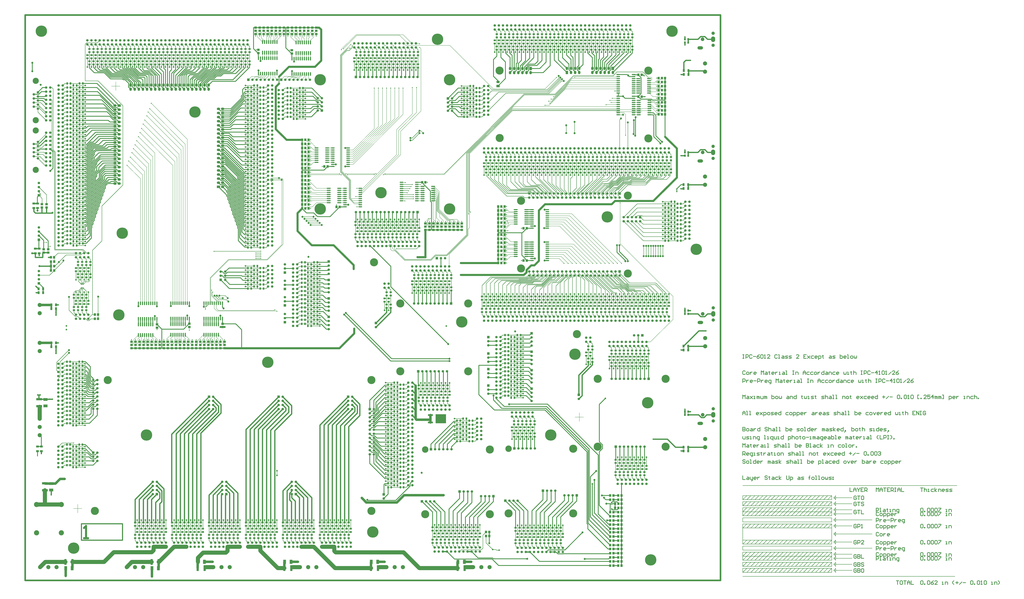
<source format=gtl>
%FSLAX24Y24*%
%MOIN*%
G70*
G01*
G75*
G04 Layer_Physical_Order=1*
G04 Layer_Color=255*
%ADD10R,0.0591X0.0551*%
%ADD11R,0.0551X0.0591*%
%ADD12R,0.0669X0.0453*%
%ADD13O,0.0984X0.0276*%
%ADD14O,0.0276X0.0984*%
%ADD15O,0.0276X0.0906*%
%ADD16O,0.0906X0.0276*%
%ADD17R,0.0453X0.0669*%
%ADD18R,0.0394X0.0551*%
%ADD19R,0.0551X0.0394*%
%ADD20R,0.0669X0.0984*%
%ADD21R,0.0571X0.1437*%
%ADD22O,0.0118X0.0492*%
%ADD23R,0.0984X0.0669*%
%ADD24R,0.1437X0.0571*%
%ADD25R,0.1201X0.0394*%
%ADD26R,0.2559X0.2185*%
%ADD27C,0.0300*%
%ADD28C,0.0100*%
%ADD29C,0.0200*%
%ADD30C,0.0060*%
%ADD31C,0.0250*%
%ADD32C,0.0500*%
%ADD33C,0.1000*%
%ADD34C,0.0600*%
%ADD35C,0.0400*%
%ADD36C,0.0150*%
%ADD37C,0.0600*%
%ADD38C,0.1496*%
%ADD39C,0.0591*%
%ADD40R,0.0591X0.0591*%
%ADD41C,0.0394*%
%ADD42C,0.2756*%
%ADD43O,0.1339X0.0787*%
%ADD44O,0.1024X0.1339*%
%ADD45C,0.0866*%
%ADD46C,0.0787*%
%ADD47R,0.0591X0.0591*%
%ADD48C,0.1260*%
%ADD49C,0.1000*%
%ADD50C,0.1969*%
%ADD51C,0.1575*%
%ADD52R,0.0600X0.0600*%
%ADD53O,0.0591X0.0827*%
%ADD54R,0.0591X0.0827*%
%ADD55O,0.0827X0.0591*%
%ADD56R,0.0827X0.0591*%
%ADD57C,0.0500*%
%ADD58C,0.0315*%
%ADD59C,0.0236*%
%ADD60C,0.0400*%
%ADD61C,0.0197*%
D10*
X4060Y91684D02*
D03*
Y90896D02*
D03*
X5190Y91684D02*
D03*
Y90896D02*
D03*
X4500Y80694D02*
D03*
Y79906D02*
D03*
X5600Y80694D02*
D03*
Y79906D02*
D03*
X48060Y61752D02*
D03*
Y62539D02*
D03*
X64933Y129232D02*
D03*
Y128445D02*
D03*
X56764Y129331D02*
D03*
Y128543D02*
D03*
X70866Y134744D02*
D03*
Y133169D02*
D03*
Y133957D02*
D03*
X62992Y134744D02*
D03*
Y133169D02*
D03*
Y133957D02*
D03*
X69882Y134744D02*
D03*
Y133169D02*
D03*
Y133957D02*
D03*
X62008Y134744D02*
D03*
Y133169D02*
D03*
Y133957D02*
D03*
X68898Y134744D02*
D03*
Y133169D02*
D03*
Y133957D02*
D03*
X61024Y134744D02*
D03*
Y133169D02*
D03*
Y133957D02*
D03*
X67913Y134744D02*
D03*
Y133169D02*
D03*
Y133957D02*
D03*
X60039Y134744D02*
D03*
Y133169D02*
D03*
Y133957D02*
D03*
X66929Y134744D02*
D03*
Y133169D02*
D03*
Y133957D02*
D03*
X59055Y134744D02*
D03*
Y133169D02*
D03*
Y133957D02*
D03*
X65945Y134744D02*
D03*
Y133169D02*
D03*
Y133957D02*
D03*
X58071Y134744D02*
D03*
Y133169D02*
D03*
Y133957D02*
D03*
X64961Y134744D02*
D03*
Y133169D02*
D03*
Y133957D02*
D03*
X57087Y134744D02*
D03*
Y133169D02*
D03*
Y133957D02*
D03*
X63976Y134744D02*
D03*
Y133169D02*
D03*
Y133957D02*
D03*
X56102Y134744D02*
D03*
Y133169D02*
D03*
Y133957D02*
D03*
X98425Y85433D02*
D03*
Y87008D02*
D03*
Y86220D02*
D03*
X97441Y85433D02*
D03*
Y87008D02*
D03*
Y86220D02*
D03*
X106299Y85433D02*
D03*
Y87008D02*
D03*
Y86220D02*
D03*
X105315Y85433D02*
D03*
Y87008D02*
D03*
Y86220D02*
D03*
X104331Y85433D02*
D03*
Y87008D02*
D03*
Y86220D02*
D03*
X103346Y85433D02*
D03*
Y87008D02*
D03*
Y86220D02*
D03*
X102362Y85433D02*
D03*
Y87008D02*
D03*
Y86220D02*
D03*
X101378Y85433D02*
D03*
Y87008D02*
D03*
Y86220D02*
D03*
X100394Y85433D02*
D03*
Y87008D02*
D03*
Y86220D02*
D03*
X99409Y85433D02*
D03*
Y87008D02*
D03*
Y86220D02*
D03*
X39963Y61762D02*
D03*
Y62549D02*
D03*
X32087Y61614D02*
D03*
Y62402D02*
D03*
X40650Y56594D02*
D03*
Y58169D02*
D03*
Y57382D02*
D03*
X32776Y56594D02*
D03*
Y58169D02*
D03*
Y57382D02*
D03*
X39665Y56594D02*
D03*
Y58169D02*
D03*
Y57382D02*
D03*
X31791Y56594D02*
D03*
Y58169D02*
D03*
Y57382D02*
D03*
X38681Y56594D02*
D03*
Y58169D02*
D03*
Y57382D02*
D03*
X30807Y56594D02*
D03*
Y58169D02*
D03*
Y57382D02*
D03*
X37697Y56594D02*
D03*
Y58169D02*
D03*
Y57382D02*
D03*
X29823Y56594D02*
D03*
Y58169D02*
D03*
Y57382D02*
D03*
X36713Y56594D02*
D03*
Y58169D02*
D03*
Y57382D02*
D03*
X28839Y56594D02*
D03*
Y58169D02*
D03*
Y57382D02*
D03*
X35728Y56594D02*
D03*
Y58169D02*
D03*
Y57382D02*
D03*
X27854Y56594D02*
D03*
Y58169D02*
D03*
Y57382D02*
D03*
X34744Y56594D02*
D03*
Y58169D02*
D03*
Y57382D02*
D03*
X26870Y56594D02*
D03*
Y58169D02*
D03*
Y57382D02*
D03*
X33760Y56594D02*
D03*
Y58169D02*
D03*
Y57382D02*
D03*
X25886Y56594D02*
D03*
Y58169D02*
D03*
Y57382D02*
D03*
X41634Y56594D02*
D03*
Y58169D02*
D03*
Y57382D02*
D03*
X42618Y56594D02*
D03*
Y58169D02*
D03*
Y57382D02*
D03*
X43602Y56594D02*
D03*
Y58169D02*
D03*
Y57382D02*
D03*
X44587Y56594D02*
D03*
Y58169D02*
D03*
Y57382D02*
D03*
X45571Y56594D02*
D03*
Y58169D02*
D03*
Y57382D02*
D03*
X46555Y56594D02*
D03*
Y58169D02*
D03*
Y57382D02*
D03*
X48524Y56594D02*
D03*
Y58169D02*
D03*
Y57382D02*
D03*
X47539Y56594D02*
D03*
Y58169D02*
D03*
Y57382D02*
D03*
D11*
X7049Y77689D02*
D03*
X6261D02*
D03*
X7049Y76606D02*
D03*
X6261D02*
D03*
X7049Y75523D02*
D03*
X6261D02*
D03*
X7037Y78750D02*
D03*
X6250D02*
D03*
X143230Y20703D02*
D03*
X142442D02*
D03*
X143230Y19671D02*
D03*
X142442D02*
D03*
X143230Y16640D02*
D03*
X142442D02*
D03*
X143230Y15624D02*
D03*
X142442D02*
D03*
X143230Y14608D02*
D03*
X142442D02*
D03*
X143230Y13593D02*
D03*
X142442D02*
D03*
X143230Y12608D02*
D03*
X142442D02*
D03*
X143230Y11718D02*
D03*
X142442D02*
D03*
X143230Y10703D02*
D03*
X142442D02*
D03*
X143230Y9687D02*
D03*
X142442D02*
D03*
X143230Y8608D02*
D03*
X142442D02*
D03*
X143230Y7656D02*
D03*
X142442D02*
D03*
X143230Y4640D02*
D03*
X142442D02*
D03*
X143230Y6624D02*
D03*
X142442D02*
D03*
X143230Y3608D02*
D03*
X142442D02*
D03*
X143230Y5608D02*
D03*
X142442D02*
D03*
X72835Y100886D02*
D03*
X73622D02*
D03*
X75787Y91043D02*
D03*
X76575D02*
D03*
X150098Y117913D02*
D03*
X149311D02*
D03*
X155807Y117520D02*
D03*
X154232D02*
D03*
X155020D02*
D03*
X155807Y118504D02*
D03*
X154232D02*
D03*
X155020D02*
D03*
X155807Y119488D02*
D03*
X154232D02*
D03*
X155020D02*
D03*
X155807Y120472D02*
D03*
X154232D02*
D03*
X155020D02*
D03*
X155807Y113583D02*
D03*
X154232D02*
D03*
X155020D02*
D03*
X155807Y121457D02*
D03*
X154232D02*
D03*
X155020D02*
D03*
X155807Y114567D02*
D03*
X154232D02*
D03*
X155020D02*
D03*
X155807Y122441D02*
D03*
X154232D02*
D03*
X155020D02*
D03*
X155807Y115551D02*
D03*
X154232D02*
D03*
X155020D02*
D03*
X155807Y116535D02*
D03*
X154232D02*
D03*
X155020D02*
D03*
X97441Y97047D02*
D03*
X96654D02*
D03*
X67421Y90650D02*
D03*
X68996D02*
D03*
X68209D02*
D03*
X121327Y85827D02*
D03*
X122115D02*
D03*
X121327Y77953D02*
D03*
X122115D02*
D03*
X150098Y123228D02*
D03*
X149311D02*
D03*
X67421Y100492D02*
D03*
X68996D02*
D03*
X68209D02*
D03*
X67421Y101476D02*
D03*
X68996D02*
D03*
X68209D02*
D03*
X67421Y91634D02*
D03*
X68996D02*
D03*
X68209D02*
D03*
X67421Y102461D02*
D03*
X68996D02*
D03*
X68209D02*
D03*
X67421Y92618D02*
D03*
X68996D02*
D03*
X68209D02*
D03*
X67421Y103445D02*
D03*
X68996D02*
D03*
X68209D02*
D03*
X67421Y93602D02*
D03*
X68996D02*
D03*
X68209D02*
D03*
X67421Y104429D02*
D03*
X68996D02*
D03*
X68209D02*
D03*
X67421Y94587D02*
D03*
X68996D02*
D03*
X68209D02*
D03*
X67421Y105413D02*
D03*
X68996D02*
D03*
X68209D02*
D03*
X67421Y95571D02*
D03*
X68996D02*
D03*
X68209D02*
D03*
X67421Y106398D02*
D03*
X68996D02*
D03*
X68209D02*
D03*
X67421Y96555D02*
D03*
X68996D02*
D03*
X68209D02*
D03*
X67421Y107382D02*
D03*
X68996D02*
D03*
X68209D02*
D03*
X67421Y97539D02*
D03*
X68996D02*
D03*
X68209D02*
D03*
X67421Y98524D02*
D03*
X68996D02*
D03*
X68209D02*
D03*
X115157Y77362D02*
D03*
X116732D02*
D03*
X115945D02*
D03*
X115157Y85236D02*
D03*
X116732D02*
D03*
X115945D02*
D03*
X67421Y99508D02*
D03*
X68996D02*
D03*
X68209D02*
D03*
X115157Y78346D02*
D03*
X116732D02*
D03*
X115945D02*
D03*
X115157Y86220D02*
D03*
X116732D02*
D03*
X115945D02*
D03*
X115157Y79331D02*
D03*
X116732D02*
D03*
X115945D02*
D03*
X115157Y87205D02*
D03*
X116732D02*
D03*
X115945D02*
D03*
X115157Y80315D02*
D03*
X116732D02*
D03*
X115945D02*
D03*
X115157Y88189D02*
D03*
X116732D02*
D03*
X115945D02*
D03*
X115157Y81299D02*
D03*
X116732D02*
D03*
X115945D02*
D03*
X115157Y89173D02*
D03*
X116732D02*
D03*
X115945D02*
D03*
X115157Y82283D02*
D03*
X116732D02*
D03*
X115945D02*
D03*
X115157Y90157D02*
D03*
X116732D02*
D03*
X115945D02*
D03*
X115157Y83268D02*
D03*
X116732D02*
D03*
X115945D02*
D03*
X115157Y91142D02*
D03*
X116732D02*
D03*
X115945D02*
D03*
X115157Y84252D02*
D03*
X116732D02*
D03*
X115945D02*
D03*
X17744Y63750D02*
D03*
X16956D02*
D03*
X17744Y64800D02*
D03*
X16956D02*
D03*
X112992Y10827D02*
D03*
X112205D02*
D03*
X112992Y11811D02*
D03*
X112205D02*
D03*
X143625Y18687D02*
D03*
X145200D02*
D03*
X144413D02*
D03*
X144411Y19671D02*
D03*
X145198D02*
D03*
X143625Y17663D02*
D03*
X145200D02*
D03*
X144413D02*
D03*
X144411Y20703D02*
D03*
X145198D02*
D03*
X144411Y5608D02*
D03*
X145198D02*
D03*
X144411Y3608D02*
D03*
X145198D02*
D03*
X144411Y6624D02*
D03*
X145198D02*
D03*
X144411Y4640D02*
D03*
X145198D02*
D03*
X144411Y7656D02*
D03*
X145198D02*
D03*
X144411Y8608D02*
D03*
X145198D02*
D03*
X144411Y9687D02*
D03*
X145198D02*
D03*
X144411Y10703D02*
D03*
X145198D02*
D03*
X144411Y11718D02*
D03*
X145198D02*
D03*
X144411Y12608D02*
D03*
X145198D02*
D03*
X144411Y13593D02*
D03*
X145198D02*
D03*
X144411Y14608D02*
D03*
X145198D02*
D03*
X144411Y15624D02*
D03*
X145198D02*
D03*
X144411Y16640D02*
D03*
X145198D02*
D03*
D12*
X3010Y91881D02*
D03*
Y90759D02*
D03*
X2085Y91881D02*
D03*
Y90759D02*
D03*
X3400Y80861D02*
D03*
Y79739D02*
D03*
X2475Y80861D02*
D03*
Y79739D02*
D03*
X3012Y32618D02*
D03*
Y31496D02*
D03*
X3937D02*
D03*
Y32618D02*
D03*
D13*
X122016Y86854D02*
D03*
Y87354D02*
D03*
Y87854D02*
D03*
Y88354D02*
D03*
Y88854D02*
D03*
Y89354D02*
D03*
Y89854D02*
D03*
Y90354D02*
D03*
X119428Y86854D02*
D03*
Y87354D02*
D03*
Y87854D02*
D03*
Y88354D02*
D03*
Y88854D02*
D03*
Y89354D02*
D03*
Y89854D02*
D03*
Y90354D02*
D03*
X149409Y116984D02*
D03*
Y116484D02*
D03*
Y115984D02*
D03*
Y115484D02*
D03*
Y114984D02*
D03*
Y114484D02*
D03*
Y113984D02*
D03*
Y113484D02*
D03*
X151998Y116984D02*
D03*
Y116484D02*
D03*
Y115984D02*
D03*
Y115484D02*
D03*
Y114984D02*
D03*
Y114484D02*
D03*
Y113984D02*
D03*
Y113484D02*
D03*
X149311Y122299D02*
D03*
Y121799D02*
D03*
Y121299D02*
D03*
Y120799D02*
D03*
Y120299D02*
D03*
Y119799D02*
D03*
Y119299D02*
D03*
Y118799D02*
D03*
X151900Y122299D02*
D03*
Y121799D02*
D03*
Y121299D02*
D03*
Y120799D02*
D03*
Y120299D02*
D03*
Y119799D02*
D03*
Y119299D02*
D03*
Y118799D02*
D03*
X96752Y96020D02*
D03*
Y95520D02*
D03*
Y95020D02*
D03*
Y94520D02*
D03*
Y94020D02*
D03*
Y93520D02*
D03*
Y93020D02*
D03*
Y92520D02*
D03*
X99341Y96020D02*
D03*
Y95520D02*
D03*
Y95020D02*
D03*
Y94520D02*
D03*
Y94020D02*
D03*
Y93520D02*
D03*
Y93020D02*
D03*
Y92520D02*
D03*
X73524Y101913D02*
D03*
Y102413D02*
D03*
Y102913D02*
D03*
Y103413D02*
D03*
Y103913D02*
D03*
Y104413D02*
D03*
Y104913D02*
D03*
Y105413D02*
D03*
X70935Y101913D02*
D03*
Y102413D02*
D03*
Y102913D02*
D03*
Y103413D02*
D03*
Y103913D02*
D03*
Y104413D02*
D03*
Y104913D02*
D03*
Y105413D02*
D03*
X76476Y92071D02*
D03*
Y92571D02*
D03*
Y93071D02*
D03*
Y93571D02*
D03*
Y94071D02*
D03*
Y94571D02*
D03*
Y95071D02*
D03*
Y95571D02*
D03*
X73888Y92071D02*
D03*
Y92571D02*
D03*
Y93071D02*
D03*
Y93571D02*
D03*
Y94071D02*
D03*
Y94571D02*
D03*
Y95071D02*
D03*
Y95571D02*
D03*
X122016Y78980D02*
D03*
Y79480D02*
D03*
Y79980D02*
D03*
Y80480D02*
D03*
Y80980D02*
D03*
Y81480D02*
D03*
Y81980D02*
D03*
Y82480D02*
D03*
X119428Y78980D02*
D03*
Y79480D02*
D03*
Y79980D02*
D03*
Y80480D02*
D03*
Y80980D02*
D03*
Y81480D02*
D03*
Y81980D02*
D03*
Y82480D02*
D03*
D14*
X47033Y62441D02*
D03*
X46533D02*
D03*
X46033D02*
D03*
X45533D02*
D03*
X45033D02*
D03*
X44533D02*
D03*
X44033D02*
D03*
X43533D02*
D03*
X47033Y59852D02*
D03*
X46533D02*
D03*
X46033D02*
D03*
X45533D02*
D03*
X45033D02*
D03*
X44533D02*
D03*
X44033D02*
D03*
X43533D02*
D03*
X65961Y128543D02*
D03*
X66461D02*
D03*
X66961D02*
D03*
X67461D02*
D03*
X67961D02*
D03*
X68461D02*
D03*
X68961D02*
D03*
X69461D02*
D03*
X65961Y131132D02*
D03*
X66461D02*
D03*
X66961D02*
D03*
X67461D02*
D03*
X67961D02*
D03*
X68461D02*
D03*
X68961D02*
D03*
X69461D02*
D03*
X57791Y128642D02*
D03*
X58291D02*
D03*
X58791D02*
D03*
X59291D02*
D03*
X59791D02*
D03*
X60291D02*
D03*
X60791D02*
D03*
X61291D02*
D03*
X57791Y131230D02*
D03*
X58291D02*
D03*
X58791D02*
D03*
X59291D02*
D03*
X59791D02*
D03*
X60291D02*
D03*
X60791D02*
D03*
X61291D02*
D03*
X38963Y62451D02*
D03*
X38463D02*
D03*
X37963D02*
D03*
X37463D02*
D03*
X36963D02*
D03*
X36463D02*
D03*
X35963D02*
D03*
X35463D02*
D03*
X38963Y59862D02*
D03*
X38463D02*
D03*
X37963D02*
D03*
X37463D02*
D03*
X36963D02*
D03*
X36463D02*
D03*
X35963D02*
D03*
X35463D02*
D03*
X31059Y62402D02*
D03*
X30559D02*
D03*
X30059D02*
D03*
X29559D02*
D03*
X29059D02*
D03*
X28559D02*
D03*
X28059D02*
D03*
X27559D02*
D03*
X31059Y59813D02*
D03*
X30559D02*
D03*
X30059D02*
D03*
X29559D02*
D03*
X29059D02*
D03*
X28559D02*
D03*
X28059D02*
D03*
X27559D02*
D03*
D15*
X48033Y67559D02*
D03*
X47533D02*
D03*
X47033D02*
D03*
X46533D02*
D03*
X46033D02*
D03*
X45533D02*
D03*
X45033D02*
D03*
X44533D02*
D03*
X44033D02*
D03*
X43533D02*
D03*
X48033Y63819D02*
D03*
X47533D02*
D03*
X47033D02*
D03*
X46533D02*
D03*
X46033D02*
D03*
X45533D02*
D03*
X45033D02*
D03*
X44533D02*
D03*
X44033D02*
D03*
X43533D02*
D03*
X64961Y123425D02*
D03*
X65461D02*
D03*
X65961D02*
D03*
X66461D02*
D03*
X66961D02*
D03*
X67461D02*
D03*
X67961D02*
D03*
X68461D02*
D03*
X68961D02*
D03*
X69461D02*
D03*
X64961Y127165D02*
D03*
X65461D02*
D03*
X65961D02*
D03*
X66461D02*
D03*
X66961D02*
D03*
X67461D02*
D03*
X67961D02*
D03*
X68461D02*
D03*
X68961D02*
D03*
X69461D02*
D03*
X56791Y123524D02*
D03*
X57291D02*
D03*
X57791D02*
D03*
X58291D02*
D03*
X58791D02*
D03*
X59291D02*
D03*
X59791D02*
D03*
X60291D02*
D03*
X60791D02*
D03*
X61291D02*
D03*
X56791Y127264D02*
D03*
X57291D02*
D03*
X57791D02*
D03*
X58291D02*
D03*
X58791D02*
D03*
X59291D02*
D03*
X59791D02*
D03*
X60291D02*
D03*
X60791D02*
D03*
X61291D02*
D03*
X32059Y67520D02*
D03*
X31559D02*
D03*
X31059D02*
D03*
X30559D02*
D03*
X30059D02*
D03*
X29559D02*
D03*
X29059D02*
D03*
X28559D02*
D03*
X28059D02*
D03*
X27559D02*
D03*
X32059Y63780D02*
D03*
X31559D02*
D03*
X31059D02*
D03*
X30559D02*
D03*
X30059D02*
D03*
X29559D02*
D03*
X29059D02*
D03*
X28559D02*
D03*
X28059D02*
D03*
X27559D02*
D03*
X39963Y67569D02*
D03*
X39463D02*
D03*
X38963D02*
D03*
X38463D02*
D03*
X37963D02*
D03*
X37463D02*
D03*
X36963D02*
D03*
X36463D02*
D03*
X35963D02*
D03*
X35463D02*
D03*
X39963Y63829D02*
D03*
X39463D02*
D03*
X38963D02*
D03*
X38463D02*
D03*
X37963D02*
D03*
X37463D02*
D03*
X36963D02*
D03*
X36463D02*
D03*
X35963D02*
D03*
X35463D02*
D03*
D16*
X144390Y117984D02*
D03*
Y117484D02*
D03*
Y116984D02*
D03*
Y116484D02*
D03*
Y115984D02*
D03*
Y115484D02*
D03*
Y114984D02*
D03*
Y114484D02*
D03*
Y113984D02*
D03*
Y113484D02*
D03*
X148130Y117984D02*
D03*
Y117484D02*
D03*
Y116984D02*
D03*
Y116484D02*
D03*
Y115984D02*
D03*
Y115484D02*
D03*
Y114984D02*
D03*
Y114484D02*
D03*
Y113984D02*
D03*
Y113484D02*
D03*
X91634Y97020D02*
D03*
Y96520D02*
D03*
Y96020D02*
D03*
Y95520D02*
D03*
Y95020D02*
D03*
Y94520D02*
D03*
Y94020D02*
D03*
Y93520D02*
D03*
Y93020D02*
D03*
Y92520D02*
D03*
X95374Y97020D02*
D03*
Y96520D02*
D03*
Y96020D02*
D03*
Y95520D02*
D03*
Y95020D02*
D03*
Y94520D02*
D03*
Y94020D02*
D03*
Y93520D02*
D03*
Y93020D02*
D03*
Y92520D02*
D03*
X78642Y100913D02*
D03*
Y101413D02*
D03*
Y101913D02*
D03*
Y102413D02*
D03*
Y102913D02*
D03*
Y103413D02*
D03*
Y103913D02*
D03*
Y104413D02*
D03*
Y104913D02*
D03*
Y105413D02*
D03*
X74902Y100913D02*
D03*
Y101413D02*
D03*
Y101913D02*
D03*
Y102413D02*
D03*
Y102913D02*
D03*
Y103413D02*
D03*
Y103913D02*
D03*
Y104413D02*
D03*
Y104913D02*
D03*
Y105413D02*
D03*
X81594Y91071D02*
D03*
Y91571D02*
D03*
Y92071D02*
D03*
Y92571D02*
D03*
Y93071D02*
D03*
Y93571D02*
D03*
Y94071D02*
D03*
Y94571D02*
D03*
Y95071D02*
D03*
Y95571D02*
D03*
X77854Y91071D02*
D03*
Y91571D02*
D03*
Y92071D02*
D03*
Y92571D02*
D03*
Y93071D02*
D03*
Y93571D02*
D03*
Y94071D02*
D03*
Y94571D02*
D03*
Y95071D02*
D03*
Y95571D02*
D03*
X144390Y123299D02*
D03*
Y122799D02*
D03*
Y122299D02*
D03*
Y121799D02*
D03*
Y121299D02*
D03*
Y120799D02*
D03*
Y120299D02*
D03*
Y119799D02*
D03*
Y119299D02*
D03*
Y118799D02*
D03*
X148130Y123299D02*
D03*
Y122799D02*
D03*
Y122299D02*
D03*
Y121799D02*
D03*
Y121299D02*
D03*
Y120799D02*
D03*
Y120299D02*
D03*
Y119799D02*
D03*
Y119299D02*
D03*
Y118799D02*
D03*
X127134Y77980D02*
D03*
Y78480D02*
D03*
Y78980D02*
D03*
Y79480D02*
D03*
Y79980D02*
D03*
Y80480D02*
D03*
Y80980D02*
D03*
Y81480D02*
D03*
Y81980D02*
D03*
Y82480D02*
D03*
X123394Y77980D02*
D03*
Y78480D02*
D03*
Y78980D02*
D03*
Y79480D02*
D03*
Y79980D02*
D03*
Y80480D02*
D03*
Y80980D02*
D03*
Y81480D02*
D03*
Y81980D02*
D03*
Y82480D02*
D03*
X127134Y85854D02*
D03*
Y86354D02*
D03*
Y86854D02*
D03*
Y87354D02*
D03*
Y87854D02*
D03*
Y88354D02*
D03*
Y88854D02*
D03*
Y89354D02*
D03*
Y89854D02*
D03*
Y90354D02*
D03*
X123394Y85854D02*
D03*
Y86354D02*
D03*
Y86854D02*
D03*
Y87354D02*
D03*
Y87854D02*
D03*
Y88354D02*
D03*
Y88854D02*
D03*
Y89354D02*
D03*
Y89854D02*
D03*
Y90354D02*
D03*
D17*
X6358Y67165D02*
D03*
X7480D02*
D03*
Y66240D02*
D03*
X6358D02*
D03*
X161417Y95532D02*
D03*
X160295D02*
D03*
Y96457D02*
D03*
X161417D02*
D03*
X161486Y123327D02*
D03*
X160364D02*
D03*
Y124252D02*
D03*
X161486D02*
D03*
X161417Y31555D02*
D03*
X160295D02*
D03*
Y32480D02*
D03*
X161417D02*
D03*
Y56161D02*
D03*
X160295D02*
D03*
Y57087D02*
D03*
X161417D02*
D03*
X6378Y57888D02*
D03*
X7500D02*
D03*
Y56963D02*
D03*
X6378D02*
D03*
X4370Y71063D02*
D03*
X3248D02*
D03*
Y70138D02*
D03*
X4370D02*
D03*
D18*
X160630Y131890D02*
D03*
X161417D02*
D03*
X160630Y131102D02*
D03*
X161417D02*
D03*
X160630Y104331D02*
D03*
X161417D02*
D03*
X160630Y103543D02*
D03*
X161417D02*
D03*
Y64961D02*
D03*
X160630D02*
D03*
X161417Y65748D02*
D03*
X160630D02*
D03*
X161417Y40354D02*
D03*
X160630D02*
D03*
X161417Y41142D02*
D03*
X160630D02*
D03*
X13158Y53303D02*
D03*
X13945D02*
D03*
X12445Y52803D02*
D03*
X11658D02*
D03*
X10945Y53303D02*
D03*
X10158D02*
D03*
Y39303D02*
D03*
X10945D02*
D03*
X11658Y38803D02*
D03*
X12445D02*
D03*
X13945Y39303D02*
D03*
X13158D02*
D03*
X92145Y25703D02*
D03*
X91358D02*
D03*
X90645Y26203D02*
D03*
X89858D02*
D03*
X88358Y25703D02*
D03*
X89145D02*
D03*
X92145Y29703D02*
D03*
X91358D02*
D03*
X90645Y30203D02*
D03*
X89858D02*
D03*
X88358Y29703D02*
D03*
X89145D02*
D03*
X92145Y31703D02*
D03*
X91358D02*
D03*
X90645Y32203D02*
D03*
X89858D02*
D03*
X88358Y31703D02*
D03*
X89145D02*
D03*
X92145Y33703D02*
D03*
X91358D02*
D03*
X90645Y34203D02*
D03*
X89858D02*
D03*
X88358Y33703D02*
D03*
X89145D02*
D03*
X92145Y36703D02*
D03*
X91358D02*
D03*
X90645Y37203D02*
D03*
X89858D02*
D03*
X88358Y36703D02*
D03*
X89145D02*
D03*
X92145Y42703D02*
D03*
X91358D02*
D03*
X90645Y43203D02*
D03*
X89858D02*
D03*
X88358Y42703D02*
D03*
X89145D02*
D03*
X92145Y44703D02*
D03*
X91358D02*
D03*
X90645Y45203D02*
D03*
X89858D02*
D03*
X88358Y44703D02*
D03*
X89145D02*
D03*
X92145Y46703D02*
D03*
X91358D02*
D03*
X90645Y47203D02*
D03*
X89858D02*
D03*
X88358Y46703D02*
D03*
X89145D02*
D03*
X92145Y27703D02*
D03*
X91358D02*
D03*
X90645Y28203D02*
D03*
X89858D02*
D03*
X88358Y27703D02*
D03*
X89145D02*
D03*
X92145Y35703D02*
D03*
X91358D02*
D03*
X90645Y36203D02*
D03*
X89858D02*
D03*
X88358Y35703D02*
D03*
X89145D02*
D03*
X92145Y38703D02*
D03*
X91358D02*
D03*
X90645Y39203D02*
D03*
X89858D02*
D03*
X88358Y38703D02*
D03*
X89145D02*
D03*
X92145Y41703D02*
D03*
X91358D02*
D03*
X90645Y42203D02*
D03*
X89858D02*
D03*
X88358Y41703D02*
D03*
X89145D02*
D03*
X92145Y43703D02*
D03*
X91358D02*
D03*
X90645Y44203D02*
D03*
X89858D02*
D03*
X88358Y43703D02*
D03*
X89145D02*
D03*
X92145Y45703D02*
D03*
X91358D02*
D03*
X90645Y46203D02*
D03*
X89858D02*
D03*
X88358Y45703D02*
D03*
X89145D02*
D03*
X92145Y47703D02*
D03*
X91358D02*
D03*
X90645Y48203D02*
D03*
X89858D02*
D03*
X88358Y47703D02*
D03*
X89145D02*
D03*
X92145Y30703D02*
D03*
X91358D02*
D03*
X90645Y31203D02*
D03*
X89858D02*
D03*
X88358Y30703D02*
D03*
X89145D02*
D03*
X92145Y32703D02*
D03*
X91358D02*
D03*
X90645Y33203D02*
D03*
X89858D02*
D03*
X88358Y32703D02*
D03*
X89145D02*
D03*
X92145Y34703D02*
D03*
X91358D02*
D03*
X90645Y35203D02*
D03*
X89858D02*
D03*
X88358Y34703D02*
D03*
X89145D02*
D03*
X92145Y37703D02*
D03*
X91358D02*
D03*
X90645Y38203D02*
D03*
X89858D02*
D03*
X88358Y37703D02*
D03*
X89145D02*
D03*
X92145Y26703D02*
D03*
X91358D02*
D03*
X90645Y27203D02*
D03*
X89858D02*
D03*
X88358Y26703D02*
D03*
X89145D02*
D03*
X92145Y28703D02*
D03*
X91358D02*
D03*
X90645Y29203D02*
D03*
X89858D02*
D03*
X88358Y28703D02*
D03*
X89145D02*
D03*
X10158Y44303D02*
D03*
X10945D02*
D03*
X11658Y43803D02*
D03*
X12445D02*
D03*
X13945Y44303D02*
D03*
X13158D02*
D03*
X10158Y38303D02*
D03*
X10945D02*
D03*
X11658Y37803D02*
D03*
X12445D02*
D03*
X13945Y38303D02*
D03*
X13158D02*
D03*
X10158Y42303D02*
D03*
X10945D02*
D03*
X11658Y41803D02*
D03*
X12445D02*
D03*
X13945Y42303D02*
D03*
X13158D02*
D03*
X10158Y48303D02*
D03*
X10945D02*
D03*
X11658Y47803D02*
D03*
X12445D02*
D03*
X13945Y48303D02*
D03*
X13158D02*
D03*
X10158Y46303D02*
D03*
X10945D02*
D03*
X11658Y45803D02*
D03*
X12445D02*
D03*
X13945Y46303D02*
D03*
X13158D02*
D03*
X10158Y28103D02*
D03*
X10945D02*
D03*
X11658Y27603D02*
D03*
X12445D02*
D03*
X13945Y28103D02*
D03*
X13158D02*
D03*
X92145Y40703D02*
D03*
X91358D02*
D03*
X90645Y41203D02*
D03*
X89858D02*
D03*
X88358Y40703D02*
D03*
X89145D02*
D03*
X92145Y39703D02*
D03*
X91358D02*
D03*
X90645Y40203D02*
D03*
X89858D02*
D03*
X88358Y39703D02*
D03*
X89145D02*
D03*
X10158Y41303D02*
D03*
X10945D02*
D03*
X11658Y40803D02*
D03*
X12445D02*
D03*
X13945Y41303D02*
D03*
X13158D02*
D03*
X10158Y43303D02*
D03*
X10945D02*
D03*
X11658Y42803D02*
D03*
X12445D02*
D03*
X13945Y43303D02*
D03*
X13158D02*
D03*
X10158Y51303D02*
D03*
X10945D02*
D03*
X11658Y50803D02*
D03*
X12445D02*
D03*
X13945Y51303D02*
D03*
X13158D02*
D03*
X10158Y49303D02*
D03*
X10945D02*
D03*
X11658Y48803D02*
D03*
X12445D02*
D03*
X13945Y49303D02*
D03*
X13158D02*
D03*
X10158Y47303D02*
D03*
X10945D02*
D03*
X11658Y46803D02*
D03*
X12445D02*
D03*
X13945Y47303D02*
D03*
X13158D02*
D03*
X10158Y45303D02*
D03*
X10945D02*
D03*
X11658Y44803D02*
D03*
X12445D02*
D03*
X13945Y45303D02*
D03*
X13158D02*
D03*
X92145Y23703D02*
D03*
X91358D02*
D03*
X90645Y24203D02*
D03*
X89858D02*
D03*
X88358Y23703D02*
D03*
X89145D02*
D03*
X92145Y24703D02*
D03*
X91358D02*
D03*
X90645Y25203D02*
D03*
X89858D02*
D03*
X88358Y24703D02*
D03*
X89145D02*
D03*
X10158Y30103D02*
D03*
X10945D02*
D03*
X11658Y29603D02*
D03*
X12445D02*
D03*
X13945Y30103D02*
D03*
X13158D02*
D03*
X10158Y31103D02*
D03*
X10945D02*
D03*
X11658Y30603D02*
D03*
X12445D02*
D03*
X13945Y31103D02*
D03*
X13158D02*
D03*
X10158Y33103D02*
D03*
X10945D02*
D03*
X11658Y32603D02*
D03*
X12445D02*
D03*
X13945Y33103D02*
D03*
X13158D02*
D03*
X10158Y29103D02*
D03*
X10945D02*
D03*
X11658Y28603D02*
D03*
X12445D02*
D03*
X13945Y29103D02*
D03*
X13158D02*
D03*
X10158Y40303D02*
D03*
X10945D02*
D03*
X11658Y39803D02*
D03*
X12445D02*
D03*
X13945Y40303D02*
D03*
X13158D02*
D03*
X10158Y52303D02*
D03*
X10945D02*
D03*
X11658Y51803D02*
D03*
X12445D02*
D03*
X13945Y52303D02*
D03*
X13158D02*
D03*
X10158Y32103D02*
D03*
X10945D02*
D03*
X11658Y31603D02*
D03*
X12445D02*
D03*
X13945Y32103D02*
D03*
X13158D02*
D03*
X10158Y50303D02*
D03*
X10945D02*
D03*
X11658Y49803D02*
D03*
X12445D02*
D03*
X13945Y50303D02*
D03*
X13158D02*
D03*
X92145Y22703D02*
D03*
X91358D02*
D03*
X90645Y23203D02*
D03*
X89858D02*
D03*
X88358Y22703D02*
D03*
X89145D02*
D03*
X13238Y84143D02*
D03*
X14025D02*
D03*
X12525Y83643D02*
D03*
X11738D02*
D03*
X11025Y84143D02*
D03*
X10238D02*
D03*
X13238Y86143D02*
D03*
X14025D02*
D03*
X12525Y85643D02*
D03*
X11738D02*
D03*
X11025Y86143D02*
D03*
X10238D02*
D03*
X13238Y88143D02*
D03*
X14025D02*
D03*
X12525Y87643D02*
D03*
X11738D02*
D03*
X11025Y88143D02*
D03*
X10238D02*
D03*
X13238Y90143D02*
D03*
X14025D02*
D03*
X12525Y89643D02*
D03*
X11738D02*
D03*
X11025Y90143D02*
D03*
X10238D02*
D03*
X13238Y92143D02*
D03*
X14025D02*
D03*
X12525Y91643D02*
D03*
X11738D02*
D03*
X11025Y92143D02*
D03*
X10238D02*
D03*
X13238Y94143D02*
D03*
X14025D02*
D03*
X12525Y93643D02*
D03*
X11738D02*
D03*
X11025Y94143D02*
D03*
X10238D02*
D03*
X13238Y96143D02*
D03*
X14025D02*
D03*
X12525Y95643D02*
D03*
X11738D02*
D03*
X11025Y96143D02*
D03*
X10238D02*
D03*
X13238Y98143D02*
D03*
X14025D02*
D03*
X12525Y97643D02*
D03*
X11738D02*
D03*
X11025Y98143D02*
D03*
X10238D02*
D03*
X13238Y100143D02*
D03*
X14025D02*
D03*
X12525Y99643D02*
D03*
X11738D02*
D03*
X11025Y100143D02*
D03*
X10238D02*
D03*
X13238Y102143D02*
D03*
X14025D02*
D03*
X12525Y101643D02*
D03*
X11738D02*
D03*
X11025Y102143D02*
D03*
X10238D02*
D03*
X13238Y104143D02*
D03*
X14025D02*
D03*
X12525Y103643D02*
D03*
X11738D02*
D03*
X11025Y104143D02*
D03*
X10238D02*
D03*
X13238Y106143D02*
D03*
X14025D02*
D03*
X12525Y105643D02*
D03*
X11738D02*
D03*
X11025Y106143D02*
D03*
X10238D02*
D03*
X13238Y108143D02*
D03*
X14025D02*
D03*
X12525Y107643D02*
D03*
X11738D02*
D03*
X11025Y108143D02*
D03*
X10238D02*
D03*
X13238Y110143D02*
D03*
X14025D02*
D03*
X12525Y109643D02*
D03*
X11738D02*
D03*
X11025Y110143D02*
D03*
X10238D02*
D03*
X13238Y112143D02*
D03*
X14025D02*
D03*
X12525Y111643D02*
D03*
X11738D02*
D03*
X11025Y112143D02*
D03*
X10238D02*
D03*
X13238Y114143D02*
D03*
X14025D02*
D03*
X12525Y113643D02*
D03*
X11738D02*
D03*
X11025Y114143D02*
D03*
X10238D02*
D03*
X13238Y116143D02*
D03*
X14025D02*
D03*
X12525Y115643D02*
D03*
X11738D02*
D03*
X11025Y116143D02*
D03*
X10238D02*
D03*
X13238Y118143D02*
D03*
X14025D02*
D03*
X12525Y117643D02*
D03*
X11738D02*
D03*
X11025Y118143D02*
D03*
X10238D02*
D03*
X13238Y120143D02*
D03*
X14025D02*
D03*
X12525Y119643D02*
D03*
X11738D02*
D03*
X11025Y120143D02*
D03*
X10238D02*
D03*
X13238Y83143D02*
D03*
X14025D02*
D03*
X12525Y82643D02*
D03*
X11738D02*
D03*
X11025Y83143D02*
D03*
X10238D02*
D03*
X13238Y85143D02*
D03*
X14025D02*
D03*
X12525Y84643D02*
D03*
X11738D02*
D03*
X11025Y85143D02*
D03*
X10238D02*
D03*
X13238Y87143D02*
D03*
X14025D02*
D03*
X12525Y86643D02*
D03*
X11738D02*
D03*
X11025Y87143D02*
D03*
X10238D02*
D03*
X13238Y89143D02*
D03*
X14025D02*
D03*
X12525Y88643D02*
D03*
X11738D02*
D03*
X11025Y89143D02*
D03*
X10238D02*
D03*
X13238Y91143D02*
D03*
X14025D02*
D03*
X12525Y90643D02*
D03*
X11738D02*
D03*
X11025Y91143D02*
D03*
X10238D02*
D03*
X13238Y93143D02*
D03*
X14025D02*
D03*
X12525Y92643D02*
D03*
X11738D02*
D03*
X11025Y93143D02*
D03*
X10238D02*
D03*
X13238Y95143D02*
D03*
X14025D02*
D03*
X12525Y94643D02*
D03*
X11738D02*
D03*
X11025Y95143D02*
D03*
X10238D02*
D03*
X13238Y97143D02*
D03*
X14025D02*
D03*
X12525Y96643D02*
D03*
X11738D02*
D03*
X11025Y97143D02*
D03*
X10238D02*
D03*
X13238Y99143D02*
D03*
X14025D02*
D03*
X12525Y98643D02*
D03*
X11738D02*
D03*
X11025Y99143D02*
D03*
X10238D02*
D03*
X13238Y101143D02*
D03*
X14025D02*
D03*
X12525Y100643D02*
D03*
X11738D02*
D03*
X11025Y101143D02*
D03*
X10238D02*
D03*
X13238Y103143D02*
D03*
X14025D02*
D03*
X12525Y102643D02*
D03*
X11738D02*
D03*
X11025Y103143D02*
D03*
X10238D02*
D03*
X13238Y105143D02*
D03*
X14025D02*
D03*
X12525Y104643D02*
D03*
X11738D02*
D03*
X11025Y105143D02*
D03*
X10238D02*
D03*
X13238Y107143D02*
D03*
X14025D02*
D03*
X12525Y106643D02*
D03*
X11738D02*
D03*
X11025Y107143D02*
D03*
X10238D02*
D03*
X13238Y109143D02*
D03*
X14025D02*
D03*
X12525Y108643D02*
D03*
X11738D02*
D03*
X11025Y109143D02*
D03*
X10238D02*
D03*
X13238Y111143D02*
D03*
X14025D02*
D03*
X12525Y110643D02*
D03*
X11738D02*
D03*
X11025Y111143D02*
D03*
X10238D02*
D03*
X13238Y113143D02*
D03*
X14025D02*
D03*
X12525Y112643D02*
D03*
X11738D02*
D03*
X11025Y113143D02*
D03*
X10238D02*
D03*
X13238Y115143D02*
D03*
X14025D02*
D03*
X12525Y114643D02*
D03*
X11738D02*
D03*
X11025Y115143D02*
D03*
X10238D02*
D03*
X13238Y117143D02*
D03*
X14025D02*
D03*
X12525Y116643D02*
D03*
X11738D02*
D03*
X11025Y117143D02*
D03*
X10238D02*
D03*
X13238Y119143D02*
D03*
X14025D02*
D03*
X12525Y118643D02*
D03*
X11738D02*
D03*
X11025Y119143D02*
D03*
X10238D02*
D03*
Y82143D02*
D03*
X11025D02*
D03*
X11738Y81643D02*
D03*
X12525D02*
D03*
X14025Y82143D02*
D03*
X13238D02*
D03*
X10238Y121143D02*
D03*
X11025D02*
D03*
X11738Y120643D02*
D03*
X12525D02*
D03*
X14025Y121143D02*
D03*
X13238D02*
D03*
X55025Y74143D02*
D03*
X54238D02*
D03*
X55738Y74643D02*
D03*
X56525D02*
D03*
X57238Y74143D02*
D03*
X58025D02*
D03*
X55025Y72143D02*
D03*
X54238D02*
D03*
X55738Y72643D02*
D03*
X56525D02*
D03*
X57238Y72143D02*
D03*
X58025D02*
D03*
X55025Y118143D02*
D03*
X54238D02*
D03*
X55738Y118643D02*
D03*
X56525D02*
D03*
X57238Y118143D02*
D03*
X58025D02*
D03*
X55025Y116143D02*
D03*
X54238D02*
D03*
X55738Y116643D02*
D03*
X56525D02*
D03*
X57238Y116143D02*
D03*
X58025D02*
D03*
X55025Y114143D02*
D03*
X54238D02*
D03*
X55738Y114643D02*
D03*
X56525D02*
D03*
X57238Y114143D02*
D03*
X58025D02*
D03*
X55025Y112143D02*
D03*
X54238D02*
D03*
X55738Y112643D02*
D03*
X56525D02*
D03*
X57238Y112143D02*
D03*
X58025D02*
D03*
X55025Y110143D02*
D03*
X54238D02*
D03*
X55738Y110643D02*
D03*
X56525D02*
D03*
X57238Y110143D02*
D03*
X58025D02*
D03*
X55025Y108143D02*
D03*
X54238D02*
D03*
X55738Y108643D02*
D03*
X56525D02*
D03*
X57238Y108143D02*
D03*
X58025D02*
D03*
X55025Y106143D02*
D03*
X54238D02*
D03*
X55738Y106643D02*
D03*
X56525D02*
D03*
X57238Y106143D02*
D03*
X58025D02*
D03*
X55025Y104143D02*
D03*
X54238D02*
D03*
X55738Y104643D02*
D03*
X56525D02*
D03*
X57238Y104143D02*
D03*
X58025D02*
D03*
X55025Y102143D02*
D03*
X54238D02*
D03*
X55738Y102643D02*
D03*
X56525D02*
D03*
X57238Y102143D02*
D03*
X58025D02*
D03*
X55025Y100143D02*
D03*
X54238D02*
D03*
X55738Y100643D02*
D03*
X56525D02*
D03*
X57238Y100143D02*
D03*
X58025D02*
D03*
X55025Y98143D02*
D03*
X54238D02*
D03*
X55738Y98643D02*
D03*
X56525D02*
D03*
X57238Y98143D02*
D03*
X58025D02*
D03*
X55025Y94143D02*
D03*
X54238D02*
D03*
X55738Y94643D02*
D03*
X56525D02*
D03*
X57238Y94143D02*
D03*
X58025D02*
D03*
X55025Y92143D02*
D03*
X54238D02*
D03*
X55738Y92643D02*
D03*
X56525D02*
D03*
X57238Y92143D02*
D03*
X58025D02*
D03*
X55025Y90143D02*
D03*
X54238D02*
D03*
X55738Y90643D02*
D03*
X56525D02*
D03*
X57238Y90143D02*
D03*
X58025D02*
D03*
X55025Y88143D02*
D03*
X54238D02*
D03*
X55738Y88643D02*
D03*
X56525D02*
D03*
X57238Y88143D02*
D03*
X58025D02*
D03*
X55025Y86143D02*
D03*
X54238D02*
D03*
X55738Y86643D02*
D03*
X56525D02*
D03*
X57238Y86143D02*
D03*
X58025D02*
D03*
X55025Y84143D02*
D03*
X54238D02*
D03*
X55738Y84643D02*
D03*
X56525D02*
D03*
X57238Y84143D02*
D03*
X58025D02*
D03*
X55025Y82143D02*
D03*
X54238D02*
D03*
X55738Y82643D02*
D03*
X56525D02*
D03*
X57238Y82143D02*
D03*
X58025D02*
D03*
X55025Y75143D02*
D03*
X54238D02*
D03*
X55738Y75643D02*
D03*
X56525D02*
D03*
X57238Y75143D02*
D03*
X58025D02*
D03*
X55025Y73143D02*
D03*
X54238D02*
D03*
X55738Y73643D02*
D03*
X56525D02*
D03*
X57238Y73143D02*
D03*
X58025D02*
D03*
Y71143D02*
D03*
X57238D02*
D03*
X56525Y71643D02*
D03*
X55738D02*
D03*
X54238Y71143D02*
D03*
X55025D02*
D03*
Y119143D02*
D03*
X54238D02*
D03*
X55738Y119643D02*
D03*
X56525D02*
D03*
X57238Y119143D02*
D03*
X58025D02*
D03*
X55025Y115143D02*
D03*
X54238D02*
D03*
X55738Y115643D02*
D03*
X56525D02*
D03*
X57238Y115143D02*
D03*
X58025D02*
D03*
X55025Y113143D02*
D03*
X54238D02*
D03*
X55738Y113643D02*
D03*
X56525D02*
D03*
X57238Y113143D02*
D03*
X58025D02*
D03*
X55025Y111143D02*
D03*
X54238D02*
D03*
X55738Y111643D02*
D03*
X56525D02*
D03*
X57238Y111143D02*
D03*
X58025D02*
D03*
X55025Y109143D02*
D03*
X54238D02*
D03*
X55738Y109643D02*
D03*
X56525D02*
D03*
X57238Y109143D02*
D03*
X58025D02*
D03*
X55025Y105143D02*
D03*
X54238D02*
D03*
X55738Y105643D02*
D03*
X56525D02*
D03*
X57238Y105143D02*
D03*
X58025D02*
D03*
X55025Y103143D02*
D03*
X54238D02*
D03*
X55738Y103643D02*
D03*
X56525D02*
D03*
X57238Y103143D02*
D03*
X58025D02*
D03*
X55025Y101143D02*
D03*
X54238D02*
D03*
X55738Y101643D02*
D03*
X56525D02*
D03*
X57238Y101143D02*
D03*
X58025D02*
D03*
X55025Y99143D02*
D03*
X54238D02*
D03*
X55738Y99643D02*
D03*
X56525D02*
D03*
X57238Y99143D02*
D03*
X58025D02*
D03*
X55025Y97143D02*
D03*
X54238D02*
D03*
X55738Y97643D02*
D03*
X56525D02*
D03*
X57238Y97143D02*
D03*
X58025D02*
D03*
X55025Y95143D02*
D03*
X54238D02*
D03*
X55738Y95643D02*
D03*
X56525D02*
D03*
X57238Y95143D02*
D03*
X58025D02*
D03*
X55025Y93143D02*
D03*
X54238D02*
D03*
X55738Y93643D02*
D03*
X56525D02*
D03*
X57238Y93143D02*
D03*
X58025D02*
D03*
X55025Y89143D02*
D03*
X54238D02*
D03*
X55738Y89643D02*
D03*
X56525D02*
D03*
X57238Y89143D02*
D03*
X58025D02*
D03*
X55025Y87143D02*
D03*
X54238D02*
D03*
X55738Y87643D02*
D03*
X56525D02*
D03*
X57238Y87143D02*
D03*
X58025D02*
D03*
X55025Y83143D02*
D03*
X54238D02*
D03*
X55738Y83643D02*
D03*
X56525D02*
D03*
X57238Y83143D02*
D03*
X58025D02*
D03*
Y81143D02*
D03*
X57238D02*
D03*
X56525Y81643D02*
D03*
X55738D02*
D03*
X54238Y81143D02*
D03*
X55025D02*
D03*
Y107143D02*
D03*
X54238D02*
D03*
X55738Y107643D02*
D03*
X56525D02*
D03*
X57238Y107143D02*
D03*
X58025D02*
D03*
X55025Y117143D02*
D03*
X54238D02*
D03*
X55738Y117643D02*
D03*
X56525D02*
D03*
X57238Y117143D02*
D03*
X58025D02*
D03*
X55025Y85143D02*
D03*
X54238D02*
D03*
X55738Y85643D02*
D03*
X56525D02*
D03*
X57238Y85143D02*
D03*
X58025D02*
D03*
X55025Y91143D02*
D03*
X54238D02*
D03*
X55738Y91643D02*
D03*
X56525D02*
D03*
X57238Y91143D02*
D03*
X58025D02*
D03*
X55025Y96143D02*
D03*
X54238D02*
D03*
X55738Y96643D02*
D03*
X56525D02*
D03*
X57238Y96143D02*
D03*
X58025D02*
D03*
X55025Y120143D02*
D03*
X54238D02*
D03*
X55738Y120643D02*
D03*
X56525D02*
D03*
X57238Y120143D02*
D03*
X58025D02*
D03*
X55025Y76143D02*
D03*
X54238D02*
D03*
X55738Y76643D02*
D03*
X56525D02*
D03*
X57238Y76143D02*
D03*
X58025D02*
D03*
X110635Y119993D02*
D03*
X109847D02*
D03*
X109135Y120493D02*
D03*
X108347D02*
D03*
X106847Y119993D02*
D03*
X107635D02*
D03*
X110635Y115993D02*
D03*
X109847D02*
D03*
X109135Y116493D02*
D03*
X108347D02*
D03*
X106847Y115993D02*
D03*
X107635D02*
D03*
X110635Y117993D02*
D03*
X109847D02*
D03*
X109135Y118493D02*
D03*
X108347D02*
D03*
X106847Y117993D02*
D03*
X107635D02*
D03*
X110635Y113993D02*
D03*
X109847D02*
D03*
X109135Y114493D02*
D03*
X108347D02*
D03*
X106847Y113993D02*
D03*
X107635D02*
D03*
X63847Y119993D02*
D03*
X64635D02*
D03*
X65347Y119493D02*
D03*
X66135D02*
D03*
X67635Y119993D02*
D03*
X66847D02*
D03*
X63847Y117993D02*
D03*
X64635D02*
D03*
X65347Y117493D02*
D03*
X66135D02*
D03*
X67635Y117993D02*
D03*
X66847D02*
D03*
X63847Y115993D02*
D03*
X64635D02*
D03*
X65347Y115493D02*
D03*
X66135D02*
D03*
X67635Y115993D02*
D03*
X66847D02*
D03*
X63847Y113993D02*
D03*
X64635D02*
D03*
X65347Y113493D02*
D03*
X66135D02*
D03*
X67635Y113993D02*
D03*
X66847D02*
D03*
X63847Y118993D02*
D03*
X64635D02*
D03*
X65347Y118493D02*
D03*
X66135D02*
D03*
X67635Y118993D02*
D03*
X66847D02*
D03*
X63847Y112993D02*
D03*
X64635D02*
D03*
X65347Y112493D02*
D03*
X66135D02*
D03*
X67635Y112993D02*
D03*
X66847D02*
D03*
X63847Y114993D02*
D03*
X64635D02*
D03*
X65347Y114493D02*
D03*
X66135D02*
D03*
X67635Y114993D02*
D03*
X66847D02*
D03*
X63847Y116993D02*
D03*
X64635D02*
D03*
X65347Y116493D02*
D03*
X66135D02*
D03*
X67635Y116993D02*
D03*
X66847D02*
D03*
X110635Y112993D02*
D03*
X109847D02*
D03*
X109135Y113493D02*
D03*
X108347D02*
D03*
X106847Y112993D02*
D03*
X107635D02*
D03*
X110635Y114993D02*
D03*
X109847D02*
D03*
X109135Y115493D02*
D03*
X108347D02*
D03*
X106847Y114993D02*
D03*
X107635D02*
D03*
X110635Y116993D02*
D03*
X109847D02*
D03*
X109135Y117493D02*
D03*
X108347D02*
D03*
X106847Y116993D02*
D03*
X107635D02*
D03*
X110635Y118993D02*
D03*
X109847D02*
D03*
X109135Y119493D02*
D03*
X108347D02*
D03*
X106847Y118993D02*
D03*
X107635D02*
D03*
X105931Y38918D02*
D03*
X105143D02*
D03*
X106643Y39418D02*
D03*
X107431D02*
D03*
X108143Y38918D02*
D03*
X108931D02*
D03*
X105931Y37919D02*
D03*
X105143D02*
D03*
X106643Y38419D02*
D03*
X107431D02*
D03*
X108143Y37919D02*
D03*
X108931D02*
D03*
X105931Y33918D02*
D03*
X105143D02*
D03*
X106643Y34418D02*
D03*
X107431D02*
D03*
X108143Y33918D02*
D03*
X108931D02*
D03*
X105931Y35919D02*
D03*
X105143D02*
D03*
X106643Y36418D02*
D03*
X107431D02*
D03*
X108143Y35919D02*
D03*
X108931D02*
D03*
X105931Y34918D02*
D03*
X105143D02*
D03*
X106643Y35419D02*
D03*
X107431D02*
D03*
X108143Y34918D02*
D03*
X108931D02*
D03*
Y36918D02*
D03*
X108143D02*
D03*
X107431Y37418D02*
D03*
X106643D02*
D03*
X105143Y36918D02*
D03*
X105931D02*
D03*
X67338Y64543D02*
D03*
X68125D02*
D03*
X68838Y64043D02*
D03*
X69625D02*
D03*
X71125Y64543D02*
D03*
X70338D02*
D03*
X67338Y65543D02*
D03*
X68125D02*
D03*
X68838Y65043D02*
D03*
X69625D02*
D03*
X71125Y65543D02*
D03*
X70338D02*
D03*
X67338Y66543D02*
D03*
X68125D02*
D03*
X68838Y66043D02*
D03*
X69625D02*
D03*
X71125Y66543D02*
D03*
X70338D02*
D03*
X67338Y68543D02*
D03*
X68125D02*
D03*
X68838Y68043D02*
D03*
X69625D02*
D03*
X71125Y68543D02*
D03*
X70338D02*
D03*
X67338Y69543D02*
D03*
X68125D02*
D03*
X68838Y69043D02*
D03*
X69625D02*
D03*
X71125Y69543D02*
D03*
X70338D02*
D03*
X67338Y70543D02*
D03*
X68125D02*
D03*
X68838Y70043D02*
D03*
X69625D02*
D03*
X71125Y70543D02*
D03*
X70338D02*
D03*
X67338Y72543D02*
D03*
X68125D02*
D03*
X68838Y72043D02*
D03*
X69625D02*
D03*
X71125Y72543D02*
D03*
X70338D02*
D03*
X67338Y73543D02*
D03*
X68125D02*
D03*
X68838Y73043D02*
D03*
X69625D02*
D03*
X71125Y73543D02*
D03*
X70338D02*
D03*
X67338Y74543D02*
D03*
X68125D02*
D03*
X68838Y74043D02*
D03*
X69625D02*
D03*
X71125Y74543D02*
D03*
X70338D02*
D03*
X67338Y76543D02*
D03*
X68125D02*
D03*
X68838Y76043D02*
D03*
X69625D02*
D03*
X71125Y76543D02*
D03*
X70338D02*
D03*
X67338Y77543D02*
D03*
X68125D02*
D03*
X68838Y77043D02*
D03*
X69625D02*
D03*
X71125Y77543D02*
D03*
X70338D02*
D03*
X67338Y62543D02*
D03*
X68125D02*
D03*
X68838Y62043D02*
D03*
X69625D02*
D03*
X71125Y62543D02*
D03*
X70338D02*
D03*
X67338Y63543D02*
D03*
X68125D02*
D03*
X68838Y63043D02*
D03*
X69625D02*
D03*
X71125Y63543D02*
D03*
X70338D02*
D03*
X67338Y67543D02*
D03*
X68125D02*
D03*
X68838Y67043D02*
D03*
X69625D02*
D03*
X71125Y67543D02*
D03*
X70338D02*
D03*
X67338Y71543D02*
D03*
X68125D02*
D03*
X68838Y71043D02*
D03*
X69625D02*
D03*
X71125Y71543D02*
D03*
X70338D02*
D03*
X67338Y75543D02*
D03*
X68125D02*
D03*
X68838Y75043D02*
D03*
X69625D02*
D03*
X71125Y75543D02*
D03*
X70338D02*
D03*
X116838Y45043D02*
D03*
X117625D02*
D03*
X118338Y44543D02*
D03*
X119125D02*
D03*
X120625Y45043D02*
D03*
X119838D02*
D03*
X116838Y47012D02*
D03*
X117625D02*
D03*
X118338Y46512D02*
D03*
X119125D02*
D03*
X120625Y47012D02*
D03*
X119838D02*
D03*
X116838Y47996D02*
D03*
X117625D02*
D03*
X118338Y47496D02*
D03*
X119125D02*
D03*
X120625Y47996D02*
D03*
X119838D02*
D03*
X116838Y48980D02*
D03*
X117625D02*
D03*
X118338Y48480D02*
D03*
X119125D02*
D03*
X120625Y48980D02*
D03*
X119838D02*
D03*
X116838Y50949D02*
D03*
X117625D02*
D03*
X118338Y50449D02*
D03*
X119125D02*
D03*
X120625Y50949D02*
D03*
X119838D02*
D03*
X116838Y51933D02*
D03*
X117625D02*
D03*
X118338Y51433D02*
D03*
X119125D02*
D03*
X120625Y51933D02*
D03*
X119838D02*
D03*
X116838Y52917D02*
D03*
X117625D02*
D03*
X118338Y52417D02*
D03*
X119125D02*
D03*
X120625Y52917D02*
D03*
X119838D02*
D03*
X116838Y54886D02*
D03*
X117625D02*
D03*
X118338Y54386D02*
D03*
X119125D02*
D03*
X120625Y54886D02*
D03*
X119838D02*
D03*
X116838Y55870D02*
D03*
X117625D02*
D03*
X118338Y55370D02*
D03*
X119125D02*
D03*
X120625Y55870D02*
D03*
X119838D02*
D03*
X116838Y56854D02*
D03*
X117625D02*
D03*
X118338Y56354D02*
D03*
X119125D02*
D03*
X120625Y56854D02*
D03*
X119838D02*
D03*
X116838Y58823D02*
D03*
X117625D02*
D03*
X118338Y58323D02*
D03*
X119125D02*
D03*
X120625Y58823D02*
D03*
X119838D02*
D03*
X116838Y59807D02*
D03*
X117625D02*
D03*
X118338Y59307D02*
D03*
X119125D02*
D03*
X120625Y59807D02*
D03*
X119838D02*
D03*
X116838Y46028D02*
D03*
X117625D02*
D03*
X118338Y45528D02*
D03*
X119125D02*
D03*
X120625Y46028D02*
D03*
X119838D02*
D03*
X116838Y49965D02*
D03*
X117625D02*
D03*
X118338Y49465D02*
D03*
X119125D02*
D03*
X120625Y49965D02*
D03*
X119838D02*
D03*
X116838Y53902D02*
D03*
X117625D02*
D03*
X118338Y53402D02*
D03*
X119125D02*
D03*
X120625Y53902D02*
D03*
X119838D02*
D03*
X116838Y57839D02*
D03*
X117625D02*
D03*
X118338Y57339D02*
D03*
X119125D02*
D03*
X120625Y57839D02*
D03*
X119838D02*
D03*
X156625Y82793D02*
D03*
X155838D02*
D03*
X157338Y83293D02*
D03*
X158125D02*
D03*
X158838Y82793D02*
D03*
X159625D02*
D03*
X156625Y91793D02*
D03*
X155838D02*
D03*
X157338Y92293D02*
D03*
X158125D02*
D03*
X158838Y91793D02*
D03*
X159625D02*
D03*
X156625Y83793D02*
D03*
X155838D02*
D03*
X157338Y84293D02*
D03*
X158125D02*
D03*
X158838Y83793D02*
D03*
X159625D02*
D03*
X156625Y90793D02*
D03*
X155838D02*
D03*
X157338Y91293D02*
D03*
X158125D02*
D03*
X158838Y90793D02*
D03*
X159625D02*
D03*
X156625Y84793D02*
D03*
X155838D02*
D03*
X157338Y85293D02*
D03*
X158125D02*
D03*
X158838Y84793D02*
D03*
X159625D02*
D03*
X156625Y89793D02*
D03*
X155838D02*
D03*
X157338Y90293D02*
D03*
X158125D02*
D03*
X158838Y89793D02*
D03*
X159625D02*
D03*
X156625Y85793D02*
D03*
X155838D02*
D03*
X157338Y86293D02*
D03*
X158125D02*
D03*
X158838Y85793D02*
D03*
X159625D02*
D03*
X156625Y88793D02*
D03*
X155838D02*
D03*
X157338Y89293D02*
D03*
X158125D02*
D03*
X158838Y88793D02*
D03*
X159625D02*
D03*
X156625Y86793D02*
D03*
X155838D02*
D03*
X157338Y87293D02*
D03*
X158125D02*
D03*
X158838Y86793D02*
D03*
X159625D02*
D03*
X156625Y87793D02*
D03*
X155838D02*
D03*
X157338Y88293D02*
D03*
X158125D02*
D03*
X158838Y87793D02*
D03*
X159625D02*
D03*
D19*
X26751Y10310D02*
D03*
Y11097D02*
D03*
X27252Y11810D02*
D03*
Y12597D02*
D03*
X26751Y14097D02*
D03*
Y13310D02*
D03*
X28751Y10310D02*
D03*
Y11097D02*
D03*
X29251Y11810D02*
D03*
Y12597D02*
D03*
X28751Y14097D02*
D03*
Y13310D02*
D03*
X30752Y10310D02*
D03*
Y11097D02*
D03*
X31251Y11810D02*
D03*
Y12597D02*
D03*
X30752Y14097D02*
D03*
Y13310D02*
D03*
X32752Y10310D02*
D03*
Y11097D02*
D03*
X33252Y11810D02*
D03*
Y12597D02*
D03*
X32752Y14097D02*
D03*
Y13310D02*
D03*
X33751Y10310D02*
D03*
Y11097D02*
D03*
X34251Y11810D02*
D03*
Y12597D02*
D03*
X33751Y14097D02*
D03*
Y13310D02*
D03*
X62751Y10310D02*
D03*
Y11097D02*
D03*
X63252Y11810D02*
D03*
Y12597D02*
D03*
X62751Y14097D02*
D03*
Y13310D02*
D03*
X64752Y10310D02*
D03*
Y11097D02*
D03*
X65251Y11810D02*
D03*
Y12597D02*
D03*
X64752Y14097D02*
D03*
Y13310D02*
D03*
X66751Y10310D02*
D03*
Y11097D02*
D03*
X67252Y11810D02*
D03*
Y12597D02*
D03*
X66751Y14097D02*
D03*
Y13310D02*
D03*
X68752Y10310D02*
D03*
Y11097D02*
D03*
X69251Y11810D02*
D03*
Y12597D02*
D03*
X68752Y14097D02*
D03*
Y13310D02*
D03*
X69752Y10310D02*
D03*
Y11097D02*
D03*
X70251Y11810D02*
D03*
Y12597D02*
D03*
X69752Y14097D02*
D03*
Y13310D02*
D03*
X44752Y10310D02*
D03*
Y11097D02*
D03*
X45251Y11810D02*
D03*
Y12597D02*
D03*
X44752Y14097D02*
D03*
Y13310D02*
D03*
X46751Y10310D02*
D03*
Y11097D02*
D03*
X47252Y11810D02*
D03*
Y12597D02*
D03*
X46751Y14097D02*
D03*
Y13310D02*
D03*
X51751Y10310D02*
D03*
Y11097D02*
D03*
X52252Y11810D02*
D03*
Y12597D02*
D03*
X51751Y14097D02*
D03*
Y13310D02*
D03*
X49752Y10310D02*
D03*
Y11097D02*
D03*
X50251Y11810D02*
D03*
Y12597D02*
D03*
X49752Y14097D02*
D03*
Y13310D02*
D03*
X50752Y10310D02*
D03*
Y11097D02*
D03*
X51252Y11810D02*
D03*
Y12597D02*
D03*
X50752Y14097D02*
D03*
Y13310D02*
D03*
X75751Y10310D02*
D03*
Y11097D02*
D03*
X76251Y11810D02*
D03*
Y12597D02*
D03*
X75751Y14097D02*
D03*
Y13310D02*
D03*
X76751Y10310D02*
D03*
Y11097D02*
D03*
X77251Y11810D02*
D03*
Y12597D02*
D03*
X76751Y14097D02*
D03*
Y13310D02*
D03*
X71751Y10310D02*
D03*
Y11097D02*
D03*
X72251Y11810D02*
D03*
Y12597D02*
D03*
X71751Y14097D02*
D03*
Y13310D02*
D03*
X73751Y10310D02*
D03*
Y11097D02*
D03*
X74251Y11810D02*
D03*
Y12597D02*
D03*
X73751Y14097D02*
D03*
Y13310D02*
D03*
X74751Y10310D02*
D03*
Y11097D02*
D03*
X75251Y11810D02*
D03*
Y12597D02*
D03*
X74751Y14097D02*
D03*
Y13310D02*
D03*
X29752Y10310D02*
D03*
Y11097D02*
D03*
X30252Y11810D02*
D03*
Y12597D02*
D03*
X29752Y14097D02*
D03*
Y13310D02*
D03*
X27752Y10310D02*
D03*
Y11097D02*
D03*
X28252Y11810D02*
D03*
Y12597D02*
D03*
X27752Y14097D02*
D03*
Y13310D02*
D03*
X31751Y10310D02*
D03*
Y11097D02*
D03*
X32252Y11810D02*
D03*
Y12597D02*
D03*
X31751Y14097D02*
D03*
Y13310D02*
D03*
X65752Y10310D02*
D03*
Y11097D02*
D03*
X66252Y11810D02*
D03*
Y12597D02*
D03*
X65752Y14097D02*
D03*
Y13310D02*
D03*
X63752Y10310D02*
D03*
Y11097D02*
D03*
X64251Y11810D02*
D03*
Y12597D02*
D03*
X63752Y14097D02*
D03*
Y13310D02*
D03*
X67751Y10310D02*
D03*
Y11097D02*
D03*
X68252Y11810D02*
D03*
Y12597D02*
D03*
X67751Y14097D02*
D03*
Y13310D02*
D03*
X47751Y10310D02*
D03*
Y11097D02*
D03*
X48252Y11810D02*
D03*
Y12597D02*
D03*
X47751Y14097D02*
D03*
Y13310D02*
D03*
X45752Y10310D02*
D03*
Y11097D02*
D03*
X46252Y11810D02*
D03*
Y12597D02*
D03*
X45752Y14097D02*
D03*
Y13310D02*
D03*
X48752Y10310D02*
D03*
Y11097D02*
D03*
X49251Y11810D02*
D03*
Y12597D02*
D03*
X48752Y14097D02*
D03*
Y13310D02*
D03*
X78751Y10310D02*
D03*
Y11097D02*
D03*
X79251Y11810D02*
D03*
Y12597D02*
D03*
X78751Y14097D02*
D03*
Y13310D02*
D03*
X77751Y10310D02*
D03*
Y11097D02*
D03*
X78251Y11810D02*
D03*
Y12597D02*
D03*
X77751Y14097D02*
D03*
Y13310D02*
D03*
X72751Y10310D02*
D03*
Y11097D02*
D03*
X73251Y11810D02*
D03*
Y12597D02*
D03*
X72751Y14097D02*
D03*
Y13310D02*
D03*
X39751Y10310D02*
D03*
Y11097D02*
D03*
X40251Y11810D02*
D03*
Y12597D02*
D03*
X39751Y14097D02*
D03*
Y13310D02*
D03*
X41751Y10310D02*
D03*
Y11097D02*
D03*
X42251Y11810D02*
D03*
Y12597D02*
D03*
X41751Y14097D02*
D03*
Y13310D02*
D03*
X35751Y10310D02*
D03*
Y11097D02*
D03*
X36251Y11810D02*
D03*
Y12597D02*
D03*
X35751Y14097D02*
D03*
Y13310D02*
D03*
X37751Y10310D02*
D03*
Y11097D02*
D03*
X38251Y11810D02*
D03*
Y12597D02*
D03*
X37751Y14097D02*
D03*
Y13310D02*
D03*
X38751Y10310D02*
D03*
Y11097D02*
D03*
X39251Y11810D02*
D03*
Y12597D02*
D03*
X38751Y14097D02*
D03*
Y13310D02*
D03*
X57751Y10310D02*
D03*
Y11097D02*
D03*
X58251Y11810D02*
D03*
Y12597D02*
D03*
X57751Y14097D02*
D03*
Y13310D02*
D03*
X59751Y10310D02*
D03*
Y11097D02*
D03*
X60251Y11810D02*
D03*
Y12597D02*
D03*
X59751Y14097D02*
D03*
Y13310D02*
D03*
X55751Y10310D02*
D03*
Y11097D02*
D03*
X56251Y11810D02*
D03*
Y12597D02*
D03*
X55751Y14097D02*
D03*
Y13310D02*
D03*
X53751Y10310D02*
D03*
Y11097D02*
D03*
X54251Y11810D02*
D03*
Y12597D02*
D03*
X53751Y14097D02*
D03*
Y13310D02*
D03*
X54751Y10310D02*
D03*
Y11097D02*
D03*
X55251Y11810D02*
D03*
Y12597D02*
D03*
X54751Y14097D02*
D03*
Y13310D02*
D03*
X42751Y10310D02*
D03*
Y11097D02*
D03*
X43251Y11810D02*
D03*
Y12597D02*
D03*
X42751Y14097D02*
D03*
Y13310D02*
D03*
X40751Y10310D02*
D03*
Y11097D02*
D03*
X41251Y11810D02*
D03*
Y12597D02*
D03*
X40751Y14097D02*
D03*
Y13310D02*
D03*
X36751Y10310D02*
D03*
Y11097D02*
D03*
X37251Y11810D02*
D03*
Y12597D02*
D03*
X36751Y14097D02*
D03*
Y13310D02*
D03*
X60751Y10310D02*
D03*
Y11097D02*
D03*
X61251Y11810D02*
D03*
Y12597D02*
D03*
X60751Y14097D02*
D03*
Y13310D02*
D03*
X58751Y10310D02*
D03*
Y11097D02*
D03*
X59251Y11810D02*
D03*
Y12597D02*
D03*
X58751Y14097D02*
D03*
Y13310D02*
D03*
X56751Y10310D02*
D03*
Y11097D02*
D03*
X57251Y11810D02*
D03*
Y12597D02*
D03*
X56751Y14097D02*
D03*
Y13310D02*
D03*
X15878Y74642D02*
D03*
Y73854D02*
D03*
X15378Y75354D02*
D03*
Y76142D02*
D03*
X15878Y76855D02*
D03*
Y77642D02*
D03*
X14878Y74642D02*
D03*
Y73854D02*
D03*
X14378Y75354D02*
D03*
Y76142D02*
D03*
X14878Y76855D02*
D03*
Y77642D02*
D03*
X13878Y74642D02*
D03*
Y73854D02*
D03*
X13378Y75354D02*
D03*
Y76142D02*
D03*
X13878Y76855D02*
D03*
Y77642D02*
D03*
X12878Y74642D02*
D03*
Y73854D02*
D03*
X12378Y75354D02*
D03*
Y76142D02*
D03*
X12878Y76855D02*
D03*
Y77642D02*
D03*
X14878Y68854D02*
D03*
Y69642D02*
D03*
X15378Y68142D02*
D03*
Y67354D02*
D03*
X14878Y66642D02*
D03*
Y65855D02*
D03*
X13878Y68854D02*
D03*
Y69642D02*
D03*
X14378Y68142D02*
D03*
Y67354D02*
D03*
X13878Y66642D02*
D03*
Y65855D02*
D03*
X12878D02*
D03*
Y66642D02*
D03*
X13378Y67354D02*
D03*
Y68142D02*
D03*
X12878Y69642D02*
D03*
Y68854D02*
D03*
X51631Y126537D02*
D03*
Y125750D02*
D03*
X51132Y127250D02*
D03*
Y128037D02*
D03*
X51631Y128750D02*
D03*
Y129537D02*
D03*
X49632Y126537D02*
D03*
Y125750D02*
D03*
X49131Y127250D02*
D03*
Y128037D02*
D03*
X49632Y128750D02*
D03*
Y129537D02*
D03*
X47632Y126537D02*
D03*
Y125750D02*
D03*
X47132Y127250D02*
D03*
Y128037D02*
D03*
X47632Y128750D02*
D03*
Y129537D02*
D03*
X45631Y126537D02*
D03*
Y125750D02*
D03*
X45132Y127250D02*
D03*
Y128037D02*
D03*
X45631Y128750D02*
D03*
Y129537D02*
D03*
X43632Y126537D02*
D03*
Y125750D02*
D03*
X43131Y127250D02*
D03*
Y128037D02*
D03*
X43632Y128750D02*
D03*
Y129537D02*
D03*
X41631Y126537D02*
D03*
Y125750D02*
D03*
X41132Y127250D02*
D03*
Y128037D02*
D03*
X41631Y128750D02*
D03*
Y129537D02*
D03*
X39632Y126537D02*
D03*
Y125750D02*
D03*
X39132Y127250D02*
D03*
Y128037D02*
D03*
X39632Y128750D02*
D03*
Y129537D02*
D03*
X37631Y126537D02*
D03*
Y125750D02*
D03*
X37132Y127250D02*
D03*
Y128037D02*
D03*
X37631Y128750D02*
D03*
Y129537D02*
D03*
X35631Y126537D02*
D03*
Y125750D02*
D03*
X35131Y127250D02*
D03*
Y128037D02*
D03*
X35631Y128750D02*
D03*
Y129537D02*
D03*
X33631Y126537D02*
D03*
Y125750D02*
D03*
X33131Y127250D02*
D03*
Y128037D02*
D03*
X33631Y128750D02*
D03*
Y129537D02*
D03*
X31632Y126537D02*
D03*
Y125750D02*
D03*
X31131Y127250D02*
D03*
Y128037D02*
D03*
X31632Y128750D02*
D03*
Y129537D02*
D03*
X29632Y126537D02*
D03*
Y125750D02*
D03*
X29132Y127250D02*
D03*
Y128037D02*
D03*
X29632Y128750D02*
D03*
Y129537D02*
D03*
X27631Y126537D02*
D03*
Y125750D02*
D03*
X27132Y127250D02*
D03*
Y128037D02*
D03*
X27631Y128750D02*
D03*
Y129537D02*
D03*
X25631Y126537D02*
D03*
Y125750D02*
D03*
X25131Y127250D02*
D03*
Y128037D02*
D03*
X25631Y128750D02*
D03*
Y129537D02*
D03*
X23631Y126537D02*
D03*
Y125750D02*
D03*
X23131Y127250D02*
D03*
Y128037D02*
D03*
X23631Y128750D02*
D03*
Y129537D02*
D03*
X21632Y126537D02*
D03*
Y125750D02*
D03*
X21131Y127250D02*
D03*
Y128037D02*
D03*
X21632Y128750D02*
D03*
Y129537D02*
D03*
X19632Y126537D02*
D03*
Y125750D02*
D03*
X19131Y127250D02*
D03*
Y128037D02*
D03*
X19632Y128750D02*
D03*
Y129537D02*
D03*
X17631Y126537D02*
D03*
Y125750D02*
D03*
X17132Y127250D02*
D03*
Y128037D02*
D03*
X17631Y128750D02*
D03*
Y129537D02*
D03*
X15632Y126537D02*
D03*
Y125750D02*
D03*
X15131Y127250D02*
D03*
Y128037D02*
D03*
X15632Y128750D02*
D03*
Y129537D02*
D03*
X54632Y126537D02*
D03*
Y125750D02*
D03*
X54131Y127250D02*
D03*
Y128037D02*
D03*
X54632Y128750D02*
D03*
Y129537D02*
D03*
X52632Y126537D02*
D03*
Y125750D02*
D03*
X52132Y127250D02*
D03*
Y128037D02*
D03*
X52632Y128750D02*
D03*
Y129537D02*
D03*
X50631Y126537D02*
D03*
Y125750D02*
D03*
X50132Y127250D02*
D03*
Y128037D02*
D03*
X50631Y128750D02*
D03*
Y129537D02*
D03*
X48632Y126537D02*
D03*
Y125750D02*
D03*
X48131Y127250D02*
D03*
Y128037D02*
D03*
X48632Y128750D02*
D03*
Y129537D02*
D03*
X46631Y126537D02*
D03*
Y125750D02*
D03*
X46132Y127250D02*
D03*
Y128037D02*
D03*
X46631Y128750D02*
D03*
Y129537D02*
D03*
X44632Y126537D02*
D03*
Y125750D02*
D03*
X44131Y127250D02*
D03*
Y128037D02*
D03*
X44632Y128750D02*
D03*
Y129537D02*
D03*
X42632Y126537D02*
D03*
Y125750D02*
D03*
X42132Y127250D02*
D03*
Y128037D02*
D03*
X42632Y128750D02*
D03*
Y129537D02*
D03*
X40631Y126537D02*
D03*
Y125750D02*
D03*
X40132Y127250D02*
D03*
Y128037D02*
D03*
X40631Y128750D02*
D03*
Y129537D02*
D03*
X38631Y126537D02*
D03*
Y125750D02*
D03*
X38131Y127250D02*
D03*
Y128037D02*
D03*
X38631Y128750D02*
D03*
Y129537D02*
D03*
X36632Y126537D02*
D03*
Y125750D02*
D03*
X36131Y127250D02*
D03*
Y128037D02*
D03*
X36632Y128750D02*
D03*
Y129537D02*
D03*
X34632Y126537D02*
D03*
Y125750D02*
D03*
X34132Y127250D02*
D03*
Y128037D02*
D03*
X34632Y128750D02*
D03*
Y129537D02*
D03*
X32631Y126537D02*
D03*
Y125750D02*
D03*
X32132Y127250D02*
D03*
Y128037D02*
D03*
X32631Y128750D02*
D03*
Y129537D02*
D03*
X30631Y126537D02*
D03*
Y125750D02*
D03*
X30131Y127250D02*
D03*
Y128037D02*
D03*
X30631Y128750D02*
D03*
Y129537D02*
D03*
X28631Y126537D02*
D03*
Y125750D02*
D03*
X28131Y127250D02*
D03*
Y128037D02*
D03*
X28631Y128750D02*
D03*
Y129537D02*
D03*
X26632Y126537D02*
D03*
Y125750D02*
D03*
X26131Y127250D02*
D03*
Y128037D02*
D03*
X26632Y128750D02*
D03*
Y129537D02*
D03*
X24632Y126537D02*
D03*
Y125750D02*
D03*
X24132Y127250D02*
D03*
Y128037D02*
D03*
X24632Y128750D02*
D03*
Y129537D02*
D03*
X22631Y126537D02*
D03*
Y125750D02*
D03*
X22132Y127250D02*
D03*
Y128037D02*
D03*
X22631Y128750D02*
D03*
Y129537D02*
D03*
X20631Y126537D02*
D03*
Y125750D02*
D03*
X20131Y127250D02*
D03*
Y128037D02*
D03*
X20631Y128750D02*
D03*
Y129537D02*
D03*
X18632Y126537D02*
D03*
Y125750D02*
D03*
X18132Y127250D02*
D03*
Y128037D02*
D03*
X18632Y128750D02*
D03*
Y129537D02*
D03*
X11878Y65855D02*
D03*
Y66642D02*
D03*
X12378Y67354D02*
D03*
Y68142D02*
D03*
X11878Y69642D02*
D03*
Y68854D02*
D03*
X53632Y129537D02*
D03*
Y128750D02*
D03*
X53131Y128037D02*
D03*
Y127250D02*
D03*
X53632Y125750D02*
D03*
Y126537D02*
D03*
X16631Y129537D02*
D03*
Y128750D02*
D03*
X16132Y128037D02*
D03*
Y127250D02*
D03*
X16631Y125750D02*
D03*
Y126537D02*
D03*
X100182Y12143D02*
D03*
Y12931D02*
D03*
X100681Y11431D02*
D03*
Y10643D02*
D03*
X100182Y9931D02*
D03*
Y9143D02*
D03*
X99181Y12143D02*
D03*
Y12931D02*
D03*
X99682Y11431D02*
D03*
Y10643D02*
D03*
X99181Y9931D02*
D03*
Y9143D02*
D03*
X103181Y12143D02*
D03*
Y12931D02*
D03*
X103681Y11431D02*
D03*
Y10643D02*
D03*
X103181Y9931D02*
D03*
Y9143D02*
D03*
X110182Y12143D02*
D03*
Y12931D02*
D03*
X110681Y11431D02*
D03*
Y10643D02*
D03*
X110182Y9931D02*
D03*
Y9143D02*
D03*
X109181Y12143D02*
D03*
Y12931D02*
D03*
X109682Y11431D02*
D03*
Y10643D02*
D03*
X109181Y9931D02*
D03*
Y9143D02*
D03*
X107182Y12143D02*
D03*
Y12931D02*
D03*
X107682Y11431D02*
D03*
Y10643D02*
D03*
X107182Y9931D02*
D03*
Y9143D02*
D03*
X108181Y12143D02*
D03*
Y12931D02*
D03*
X108681Y11431D02*
D03*
Y10643D02*
D03*
X108181Y9931D02*
D03*
Y9143D02*
D03*
X102182Y12143D02*
D03*
Y12931D02*
D03*
X102682Y11431D02*
D03*
Y10643D02*
D03*
X102182Y9931D02*
D03*
Y9143D02*
D03*
X101181Y12143D02*
D03*
Y12931D02*
D03*
X101681Y11431D02*
D03*
Y10643D02*
D03*
X101181Y9931D02*
D03*
Y9143D02*
D03*
X105182Y12143D02*
D03*
Y12931D02*
D03*
X105681Y11431D02*
D03*
Y10643D02*
D03*
X105182Y9931D02*
D03*
Y9143D02*
D03*
X104181Y12143D02*
D03*
Y12931D02*
D03*
X104682Y11431D02*
D03*
Y10643D02*
D03*
X104181Y9931D02*
D03*
Y9143D02*
D03*
X106181Y12143D02*
D03*
Y12931D02*
D03*
X106681Y11431D02*
D03*
Y10643D02*
D03*
X106181Y9931D02*
D03*
Y9143D02*
D03*
X126842Y133142D02*
D03*
Y132354D02*
D03*
X126342Y131642D02*
D03*
Y130854D02*
D03*
X126842Y129354D02*
D03*
Y130142D02*
D03*
X124842Y133142D02*
D03*
Y132354D02*
D03*
X124342Y131642D02*
D03*
Y130854D02*
D03*
X124842Y129354D02*
D03*
Y130142D02*
D03*
X122842Y133142D02*
D03*
Y132354D02*
D03*
X122342Y131642D02*
D03*
Y130854D02*
D03*
X122842Y129354D02*
D03*
Y130142D02*
D03*
X120842Y133142D02*
D03*
Y132354D02*
D03*
X120342Y131642D02*
D03*
Y130854D02*
D03*
X120842Y129354D02*
D03*
Y130142D02*
D03*
X118842Y133142D02*
D03*
Y132354D02*
D03*
X118342Y131642D02*
D03*
Y130854D02*
D03*
X118842Y129354D02*
D03*
Y130142D02*
D03*
X146842Y133142D02*
D03*
Y132354D02*
D03*
X146342Y131642D02*
D03*
Y130854D02*
D03*
X146842Y129354D02*
D03*
Y130142D02*
D03*
X144842Y133142D02*
D03*
Y132354D02*
D03*
X144342Y131642D02*
D03*
Y130854D02*
D03*
X144842Y129354D02*
D03*
Y130142D02*
D03*
X142842Y133142D02*
D03*
Y132354D02*
D03*
X142342Y131642D02*
D03*
Y130854D02*
D03*
X142842Y129354D02*
D03*
Y130142D02*
D03*
X140842Y133142D02*
D03*
Y132354D02*
D03*
X140342Y131642D02*
D03*
Y130854D02*
D03*
X140842Y129354D02*
D03*
Y130142D02*
D03*
X138842Y133142D02*
D03*
Y132354D02*
D03*
X138342Y131642D02*
D03*
Y130854D02*
D03*
X138842Y129354D02*
D03*
Y130142D02*
D03*
X128842Y133142D02*
D03*
Y132354D02*
D03*
X128342Y131642D02*
D03*
Y130854D02*
D03*
X128842Y129354D02*
D03*
Y130142D02*
D03*
X130842Y133142D02*
D03*
Y132354D02*
D03*
X130342Y131642D02*
D03*
Y130854D02*
D03*
X130842Y129354D02*
D03*
Y130142D02*
D03*
X132842Y133142D02*
D03*
Y132354D02*
D03*
X132342Y131642D02*
D03*
Y130854D02*
D03*
X132842Y129354D02*
D03*
Y130142D02*
D03*
X134842Y133142D02*
D03*
Y132354D02*
D03*
X134342Y131642D02*
D03*
Y130854D02*
D03*
X134842Y129354D02*
D03*
Y130142D02*
D03*
X127842Y133142D02*
D03*
Y132354D02*
D03*
X127342Y131642D02*
D03*
Y130854D02*
D03*
X127842Y129354D02*
D03*
Y130142D02*
D03*
X125842Y133142D02*
D03*
Y132354D02*
D03*
X125342Y131642D02*
D03*
Y130854D02*
D03*
X125842Y129354D02*
D03*
Y130142D02*
D03*
X123842Y133142D02*
D03*
Y132354D02*
D03*
X123342Y131642D02*
D03*
Y130854D02*
D03*
X123842Y129354D02*
D03*
Y130142D02*
D03*
X121842Y133142D02*
D03*
Y132354D02*
D03*
X121342Y131642D02*
D03*
Y130854D02*
D03*
X121842Y129354D02*
D03*
Y130142D02*
D03*
X119842Y133142D02*
D03*
Y132354D02*
D03*
X119342Y131642D02*
D03*
Y130854D02*
D03*
X119842Y129354D02*
D03*
Y130142D02*
D03*
X117842Y133142D02*
D03*
Y132354D02*
D03*
X117342Y131642D02*
D03*
Y130854D02*
D03*
X117842Y129354D02*
D03*
Y130142D02*
D03*
X147842Y133142D02*
D03*
Y132354D02*
D03*
X147342Y131642D02*
D03*
Y130854D02*
D03*
X147842Y129354D02*
D03*
Y130142D02*
D03*
X145842Y133142D02*
D03*
Y132354D02*
D03*
X145342Y131642D02*
D03*
Y130854D02*
D03*
X145842Y129354D02*
D03*
Y130142D02*
D03*
X143842Y133142D02*
D03*
Y132354D02*
D03*
X143342Y131642D02*
D03*
Y130854D02*
D03*
X143842Y129354D02*
D03*
Y130142D02*
D03*
X141842Y133142D02*
D03*
Y132354D02*
D03*
X141342Y131642D02*
D03*
Y130854D02*
D03*
X141842Y129354D02*
D03*
Y130142D02*
D03*
X139842Y133142D02*
D03*
Y132354D02*
D03*
X139342Y131642D02*
D03*
Y130854D02*
D03*
X139842Y129354D02*
D03*
Y130142D02*
D03*
X137842Y133142D02*
D03*
Y132354D02*
D03*
X137342Y131642D02*
D03*
Y130854D02*
D03*
X137842Y129354D02*
D03*
Y130142D02*
D03*
X114842Y133142D02*
D03*
Y132354D02*
D03*
X114342Y131642D02*
D03*
Y130854D02*
D03*
X114842Y129354D02*
D03*
Y130142D02*
D03*
X115842Y133142D02*
D03*
Y132354D02*
D03*
X115342Y131642D02*
D03*
Y130854D02*
D03*
X115842Y129354D02*
D03*
Y130142D02*
D03*
X136842Y133142D02*
D03*
Y132354D02*
D03*
X136342Y131642D02*
D03*
Y130854D02*
D03*
X136842Y129354D02*
D03*
Y130142D02*
D03*
X116842Y133142D02*
D03*
Y132354D02*
D03*
X116342Y131642D02*
D03*
Y130854D02*
D03*
X116842Y129354D02*
D03*
Y130142D02*
D03*
X129842Y133142D02*
D03*
Y132354D02*
D03*
X129342Y131642D02*
D03*
Y130854D02*
D03*
X129842Y129354D02*
D03*
Y130142D02*
D03*
X131842Y133142D02*
D03*
Y132354D02*
D03*
X131342Y131642D02*
D03*
Y130854D02*
D03*
X131842Y129354D02*
D03*
Y130142D02*
D03*
X133842Y133142D02*
D03*
Y132354D02*
D03*
X133342Y131642D02*
D03*
Y130854D02*
D03*
X133842Y129354D02*
D03*
Y130142D02*
D03*
X135842Y133142D02*
D03*
Y132354D02*
D03*
X135342Y131642D02*
D03*
Y130854D02*
D03*
X135842Y129354D02*
D03*
Y130142D02*
D03*
X90441Y83599D02*
D03*
Y84387D02*
D03*
X90941Y85099D02*
D03*
Y85887D02*
D03*
X90441Y87387D02*
D03*
Y86599D02*
D03*
X91441Y83599D02*
D03*
Y84387D02*
D03*
X91941Y85099D02*
D03*
Y85887D02*
D03*
X91441Y87387D02*
D03*
Y86599D02*
D03*
X92441Y83599D02*
D03*
Y84387D02*
D03*
X92941Y85099D02*
D03*
Y85887D02*
D03*
X92441Y87387D02*
D03*
Y86599D02*
D03*
X93441Y83599D02*
D03*
Y84387D02*
D03*
X93941Y85099D02*
D03*
Y85887D02*
D03*
X93441Y87387D02*
D03*
Y86599D02*
D03*
X94441Y83599D02*
D03*
Y84387D02*
D03*
X94941Y85099D02*
D03*
Y85887D02*
D03*
X94441Y87387D02*
D03*
Y86599D02*
D03*
X95441Y83599D02*
D03*
Y84387D02*
D03*
X95941Y85099D02*
D03*
Y85887D02*
D03*
X95441Y87387D02*
D03*
Y86599D02*
D03*
X84441Y83599D02*
D03*
Y84387D02*
D03*
X84941Y85099D02*
D03*
Y85887D02*
D03*
X84441Y87387D02*
D03*
Y86599D02*
D03*
X85441Y83599D02*
D03*
Y84387D02*
D03*
X85941Y85099D02*
D03*
Y85887D02*
D03*
X85441Y87387D02*
D03*
Y86599D02*
D03*
X86441Y83599D02*
D03*
Y84387D02*
D03*
X86941Y85099D02*
D03*
Y85887D02*
D03*
X86441Y87387D02*
D03*
Y86599D02*
D03*
X87441Y83599D02*
D03*
Y84387D02*
D03*
X87941Y85099D02*
D03*
Y85887D02*
D03*
X87441Y87387D02*
D03*
Y86599D02*
D03*
X88441Y83599D02*
D03*
Y84387D02*
D03*
X88941Y85099D02*
D03*
Y85887D02*
D03*
X88441Y87387D02*
D03*
Y86599D02*
D03*
X89441Y83599D02*
D03*
Y84387D02*
D03*
X89941Y85099D02*
D03*
Y85887D02*
D03*
X89441Y87387D02*
D03*
Y86599D02*
D03*
X83441Y83599D02*
D03*
Y84387D02*
D03*
X83941Y85099D02*
D03*
Y85887D02*
D03*
X83441Y87387D02*
D03*
Y86599D02*
D03*
X91635Y128787D02*
D03*
Y127999D02*
D03*
X91135Y127287D02*
D03*
Y126499D02*
D03*
X91635Y124999D02*
D03*
Y125787D02*
D03*
X90635Y128787D02*
D03*
Y127999D02*
D03*
X90135Y127287D02*
D03*
Y126499D02*
D03*
X90635Y124999D02*
D03*
Y125787D02*
D03*
X89635Y128787D02*
D03*
Y127999D02*
D03*
X89135Y127287D02*
D03*
Y126499D02*
D03*
X89635Y124999D02*
D03*
Y125787D02*
D03*
X88635Y128787D02*
D03*
Y127999D02*
D03*
X88135Y127287D02*
D03*
Y126499D02*
D03*
X88635Y124999D02*
D03*
Y125787D02*
D03*
X87635Y128787D02*
D03*
Y127999D02*
D03*
X87135Y127287D02*
D03*
Y126499D02*
D03*
X87635Y124999D02*
D03*
Y125787D02*
D03*
X86635Y128787D02*
D03*
Y127999D02*
D03*
X86135Y127287D02*
D03*
Y126499D02*
D03*
X86635Y124999D02*
D03*
Y125787D02*
D03*
X85635Y128787D02*
D03*
Y127999D02*
D03*
X85135Y127287D02*
D03*
Y126499D02*
D03*
X85635Y124999D02*
D03*
Y125787D02*
D03*
X84635Y128787D02*
D03*
Y127999D02*
D03*
X84135Y127287D02*
D03*
Y126499D02*
D03*
X84635Y124999D02*
D03*
Y125787D02*
D03*
X83635Y128787D02*
D03*
Y127999D02*
D03*
X83135Y127287D02*
D03*
Y126499D02*
D03*
X83635Y124999D02*
D03*
Y125787D02*
D03*
X82635Y128787D02*
D03*
Y127999D02*
D03*
X82135Y127287D02*
D03*
Y126499D02*
D03*
X82635Y124999D02*
D03*
Y125787D02*
D03*
X81635Y128787D02*
D03*
Y127999D02*
D03*
X81135Y127287D02*
D03*
Y126499D02*
D03*
X81635Y124999D02*
D03*
Y125787D02*
D03*
X80635Y128787D02*
D03*
Y127999D02*
D03*
X80135Y127287D02*
D03*
Y126499D02*
D03*
X80635Y124999D02*
D03*
Y125787D02*
D03*
X95635Y128787D02*
D03*
Y127999D02*
D03*
X95135Y127287D02*
D03*
Y126499D02*
D03*
X95635Y124999D02*
D03*
Y125787D02*
D03*
X94635Y128787D02*
D03*
Y127999D02*
D03*
X94135Y127287D02*
D03*
Y126499D02*
D03*
X94635Y124999D02*
D03*
Y125787D02*
D03*
X93635Y128787D02*
D03*
Y127999D02*
D03*
X93135Y127287D02*
D03*
Y126499D02*
D03*
X93635Y124999D02*
D03*
Y125787D02*
D03*
X92635Y128787D02*
D03*
Y127999D02*
D03*
X92135Y127287D02*
D03*
Y126499D02*
D03*
X92635Y124999D02*
D03*
Y125787D02*
D03*
X82441Y83599D02*
D03*
Y84387D02*
D03*
X82941Y85099D02*
D03*
Y85887D02*
D03*
X82441Y87387D02*
D03*
Y86599D02*
D03*
X81441Y83599D02*
D03*
Y84387D02*
D03*
X81941Y85099D02*
D03*
Y85887D02*
D03*
X81441Y87387D02*
D03*
Y86599D02*
D03*
X80441Y83599D02*
D03*
Y84387D02*
D03*
X80941Y85099D02*
D03*
Y85887D02*
D03*
X80441Y87387D02*
D03*
Y86599D02*
D03*
X120031Y35831D02*
D03*
Y35043D02*
D03*
X119531Y36543D02*
D03*
Y37331D02*
D03*
X120031Y38043D02*
D03*
Y38831D02*
D03*
X119031Y35831D02*
D03*
Y35043D02*
D03*
X118532Y36543D02*
D03*
Y37331D02*
D03*
X119031Y38043D02*
D03*
Y38831D02*
D03*
X119384Y12051D02*
D03*
Y12838D02*
D03*
X119885Y11338D02*
D03*
Y10551D02*
D03*
X119384Y9838D02*
D03*
Y9051D02*
D03*
X120385Y12051D02*
D03*
Y12838D02*
D03*
X120885Y11338D02*
D03*
Y10551D02*
D03*
X120385Y9838D02*
D03*
Y9051D02*
D03*
X130385Y12051D02*
D03*
Y12838D02*
D03*
X130885Y11338D02*
D03*
Y10551D02*
D03*
X130385Y9838D02*
D03*
Y9051D02*
D03*
X129384Y12051D02*
D03*
Y12838D02*
D03*
X129885Y11338D02*
D03*
Y10551D02*
D03*
X129384Y9838D02*
D03*
Y9051D02*
D03*
X123385Y12051D02*
D03*
Y12838D02*
D03*
X123884Y11338D02*
D03*
Y10551D02*
D03*
X123385Y9838D02*
D03*
Y9051D02*
D03*
X128385Y12051D02*
D03*
Y12838D02*
D03*
X128884Y11338D02*
D03*
Y10551D02*
D03*
X128385Y9838D02*
D03*
Y9051D02*
D03*
X127385Y12051D02*
D03*
Y12838D02*
D03*
X127885Y11338D02*
D03*
Y10551D02*
D03*
X127385Y9838D02*
D03*
Y9051D02*
D03*
X121384Y12051D02*
D03*
Y12838D02*
D03*
X121884Y11338D02*
D03*
Y10551D02*
D03*
X121384Y9838D02*
D03*
Y9051D02*
D03*
X122385Y12051D02*
D03*
Y12838D02*
D03*
X122885Y11338D02*
D03*
Y10551D02*
D03*
X122385Y9838D02*
D03*
Y9051D02*
D03*
X125385Y12051D02*
D03*
Y12838D02*
D03*
X125885Y11338D02*
D03*
Y10551D02*
D03*
X125385Y9838D02*
D03*
Y9051D02*
D03*
X124384Y12051D02*
D03*
Y12838D02*
D03*
X124885Y11338D02*
D03*
Y10551D02*
D03*
X124384Y9838D02*
D03*
Y9051D02*
D03*
X126384Y12051D02*
D03*
Y12838D02*
D03*
X126884Y11338D02*
D03*
Y10551D02*
D03*
X126384Y9838D02*
D03*
Y9051D02*
D03*
X123032Y35831D02*
D03*
Y35043D02*
D03*
X122531Y36543D02*
D03*
Y37331D02*
D03*
X123032Y38043D02*
D03*
Y38831D02*
D03*
X122031Y35831D02*
D03*
Y35043D02*
D03*
X121531Y36543D02*
D03*
Y37331D02*
D03*
X122031Y38043D02*
D03*
Y38831D02*
D03*
X124031Y35831D02*
D03*
Y35043D02*
D03*
X123532Y36543D02*
D03*
Y37331D02*
D03*
X124031Y38043D02*
D03*
Y38831D02*
D03*
X121032D02*
D03*
Y38043D02*
D03*
X120532Y37331D02*
D03*
Y36543D02*
D03*
X121032Y35043D02*
D03*
Y35831D02*
D03*
X88988Y70231D02*
D03*
Y69443D02*
D03*
X88488Y68731D02*
D03*
Y67943D02*
D03*
X88988Y66443D02*
D03*
Y67231D02*
D03*
X87988Y70231D02*
D03*
Y69443D02*
D03*
X87488Y68731D02*
D03*
Y67943D02*
D03*
X87988Y66443D02*
D03*
Y67231D02*
D03*
X138083Y57064D02*
D03*
Y56277D02*
D03*
X137583Y55564D02*
D03*
Y54777D02*
D03*
X138083Y53277D02*
D03*
Y54064D02*
D03*
X137083Y57064D02*
D03*
Y56277D02*
D03*
X136583Y55564D02*
D03*
Y54777D02*
D03*
X137083Y53277D02*
D03*
Y54064D02*
D03*
X102831Y46743D02*
D03*
Y47531D02*
D03*
X103331Y46031D02*
D03*
Y45243D02*
D03*
X102831Y44531D02*
D03*
Y43743D02*
D03*
X101832Y46743D02*
D03*
Y47531D02*
D03*
X102331Y46031D02*
D03*
Y45243D02*
D03*
X101832Y44531D02*
D03*
Y43743D02*
D03*
X100831Y46743D02*
D03*
Y47531D02*
D03*
X101332Y46031D02*
D03*
Y45243D02*
D03*
X100831Y44531D02*
D03*
Y43743D02*
D03*
X99831Y46743D02*
D03*
Y47531D02*
D03*
X100331Y46031D02*
D03*
Y45243D02*
D03*
X99831Y44531D02*
D03*
Y43743D02*
D03*
X101732Y71437D02*
D03*
Y70650D02*
D03*
X101231Y72150D02*
D03*
Y72937D02*
D03*
X101732Y73650D02*
D03*
Y74437D02*
D03*
X102732Y71437D02*
D03*
Y70650D02*
D03*
X102232Y72150D02*
D03*
Y72937D02*
D03*
X102732Y73650D02*
D03*
Y74437D02*
D03*
X98731Y71437D02*
D03*
Y70650D02*
D03*
X98231Y72150D02*
D03*
Y72937D02*
D03*
X98731Y73650D02*
D03*
Y74437D02*
D03*
X99732Y71437D02*
D03*
Y70650D02*
D03*
X99232Y72150D02*
D03*
Y72937D02*
D03*
X99732Y73650D02*
D03*
Y74437D02*
D03*
X100731Y71437D02*
D03*
Y70650D02*
D03*
X100232Y72150D02*
D03*
Y72937D02*
D03*
X100731Y73650D02*
D03*
Y74437D02*
D03*
X97732Y71437D02*
D03*
Y70650D02*
D03*
X97232Y72150D02*
D03*
Y72937D02*
D03*
X97732Y73650D02*
D03*
Y74437D02*
D03*
X103731Y71437D02*
D03*
Y70650D02*
D03*
X103231Y72150D02*
D03*
Y72937D02*
D03*
X103731Y73650D02*
D03*
Y74437D02*
D03*
X96732Y71437D02*
D03*
Y70650D02*
D03*
X96231Y72150D02*
D03*
Y72937D02*
D03*
X96732Y73650D02*
D03*
Y74437D02*
D03*
X95731Y71437D02*
D03*
Y70650D02*
D03*
X95232Y72150D02*
D03*
Y72937D02*
D03*
X95731Y73650D02*
D03*
Y74437D02*
D03*
X94732Y71437D02*
D03*
Y70650D02*
D03*
X94232Y72150D02*
D03*
Y72937D02*
D03*
X94732Y73650D02*
D03*
Y74437D02*
D03*
X98832Y46743D02*
D03*
Y47531D02*
D03*
X99332Y46031D02*
D03*
Y45243D02*
D03*
X98832Y44531D02*
D03*
Y43743D02*
D03*
X97831Y46743D02*
D03*
Y47531D02*
D03*
X98331Y46031D02*
D03*
Y45243D02*
D03*
X97831Y44531D02*
D03*
Y43743D02*
D03*
X96832Y46743D02*
D03*
Y47531D02*
D03*
X97331Y46031D02*
D03*
Y45243D02*
D03*
X96832Y44531D02*
D03*
Y43743D02*
D03*
X95831Y46743D02*
D03*
Y47531D02*
D03*
X96332Y46031D02*
D03*
Y45243D02*
D03*
X95831Y44531D02*
D03*
Y43743D02*
D03*
X150754Y25625D02*
D03*
Y26412D02*
D03*
X151254Y27125D02*
D03*
Y27912D02*
D03*
X150754Y29412D02*
D03*
Y28625D02*
D03*
X148754Y25625D02*
D03*
Y26412D02*
D03*
X149254Y27125D02*
D03*
Y27912D02*
D03*
X148754Y29412D02*
D03*
Y28625D02*
D03*
X149754Y25625D02*
D03*
Y26412D02*
D03*
X150254Y27125D02*
D03*
Y27912D02*
D03*
X149754Y29412D02*
D03*
Y28625D02*
D03*
X147754Y25625D02*
D03*
Y26412D02*
D03*
X148254Y27125D02*
D03*
Y27912D02*
D03*
X147754Y29412D02*
D03*
Y28625D02*
D03*
X149754Y56025D02*
D03*
Y55237D02*
D03*
X149254Y54525D02*
D03*
Y53737D02*
D03*
X149754Y52237D02*
D03*
Y53025D02*
D03*
X150754Y56025D02*
D03*
Y55237D02*
D03*
X150254Y54525D02*
D03*
Y53737D02*
D03*
X150754Y52237D02*
D03*
Y53025D02*
D03*
X148754Y56025D02*
D03*
Y55237D02*
D03*
X148254Y54525D02*
D03*
Y53737D02*
D03*
X148754Y52237D02*
D03*
Y53025D02*
D03*
X147754Y56025D02*
D03*
Y55237D02*
D03*
X147254Y54525D02*
D03*
Y53737D02*
D03*
X147754Y52237D02*
D03*
Y53025D02*
D03*
X146754Y56025D02*
D03*
Y55237D02*
D03*
X146254Y54525D02*
D03*
Y53737D02*
D03*
X146754Y52237D02*
D03*
Y53025D02*
D03*
X145754Y56025D02*
D03*
Y55237D02*
D03*
X145254Y54525D02*
D03*
Y53737D02*
D03*
X145754Y52237D02*
D03*
Y53025D02*
D03*
X151754Y56025D02*
D03*
Y55237D02*
D03*
X151254Y54525D02*
D03*
Y53737D02*
D03*
X151754Y52237D02*
D03*
Y53025D02*
D03*
X146754Y25625D02*
D03*
Y26412D02*
D03*
X147254Y27125D02*
D03*
Y27912D02*
D03*
X146754Y29412D02*
D03*
Y28625D02*
D03*
X145754Y25625D02*
D03*
Y26412D02*
D03*
X146254Y27125D02*
D03*
Y27912D02*
D03*
X145754Y29412D02*
D03*
Y28625D02*
D03*
X144754Y25625D02*
D03*
Y26412D02*
D03*
X145254Y27125D02*
D03*
Y27912D02*
D03*
X144754Y29412D02*
D03*
Y28625D02*
D03*
X143754Y25625D02*
D03*
Y26412D02*
D03*
X144254Y27125D02*
D03*
Y27912D02*
D03*
X143754Y29412D02*
D03*
Y28625D02*
D03*
X144754Y56025D02*
D03*
Y55237D02*
D03*
X144254Y54525D02*
D03*
Y53737D02*
D03*
X144754Y52237D02*
D03*
Y53025D02*
D03*
X143754Y56025D02*
D03*
Y55237D02*
D03*
X143254Y54525D02*
D03*
Y53737D02*
D03*
X143754Y52237D02*
D03*
Y53025D02*
D03*
X142754Y56025D02*
D03*
Y55237D02*
D03*
X142254Y54525D02*
D03*
Y53737D02*
D03*
X142754Y52237D02*
D03*
Y53025D02*
D03*
X111231Y68400D02*
D03*
Y69187D02*
D03*
X111732Y67687D02*
D03*
Y66900D02*
D03*
X111231Y66187D02*
D03*
Y65400D02*
D03*
X112232Y68400D02*
D03*
Y69187D02*
D03*
X112732Y67687D02*
D03*
Y66900D02*
D03*
X112232Y66187D02*
D03*
Y65400D02*
D03*
X113231Y68400D02*
D03*
Y69187D02*
D03*
X113731Y67687D02*
D03*
Y66900D02*
D03*
X113231Y66187D02*
D03*
Y65400D02*
D03*
X114232Y68400D02*
D03*
Y69187D02*
D03*
X114732Y67687D02*
D03*
Y66900D02*
D03*
X114232Y66187D02*
D03*
Y65400D02*
D03*
X115232Y68400D02*
D03*
Y69187D02*
D03*
X115731Y67687D02*
D03*
Y66900D02*
D03*
X115232Y66187D02*
D03*
Y65400D02*
D03*
X116231Y68400D02*
D03*
Y69187D02*
D03*
X116732Y67687D02*
D03*
Y66900D02*
D03*
X116231Y66187D02*
D03*
Y65400D02*
D03*
X117232Y68400D02*
D03*
Y69187D02*
D03*
X117732Y67687D02*
D03*
Y66900D02*
D03*
X117232Y66187D02*
D03*
Y65400D02*
D03*
X118231Y68400D02*
D03*
Y69187D02*
D03*
X118731Y67687D02*
D03*
Y66900D02*
D03*
X118231Y66187D02*
D03*
Y65400D02*
D03*
X119232Y68400D02*
D03*
Y69187D02*
D03*
X119732Y67687D02*
D03*
Y66900D02*
D03*
X119232Y66187D02*
D03*
Y65400D02*
D03*
X120232Y68400D02*
D03*
Y69187D02*
D03*
X120731Y67687D02*
D03*
Y66900D02*
D03*
X120232Y66187D02*
D03*
Y65400D02*
D03*
X121231Y68400D02*
D03*
Y69187D02*
D03*
X121732Y67687D02*
D03*
Y66900D02*
D03*
X121231Y66187D02*
D03*
Y65400D02*
D03*
X122232Y68400D02*
D03*
Y69187D02*
D03*
X122732Y67687D02*
D03*
Y66900D02*
D03*
X122232Y66187D02*
D03*
Y65400D02*
D03*
X123231Y68400D02*
D03*
Y69187D02*
D03*
X123731Y67687D02*
D03*
Y66900D02*
D03*
X123231Y66187D02*
D03*
Y65400D02*
D03*
X124232Y68400D02*
D03*
Y69187D02*
D03*
X124732Y67687D02*
D03*
Y66900D02*
D03*
X124232Y66187D02*
D03*
Y65400D02*
D03*
X125232Y68400D02*
D03*
Y69187D02*
D03*
X125731Y67687D02*
D03*
Y66900D02*
D03*
X125232Y66187D02*
D03*
Y65400D02*
D03*
X126231Y68400D02*
D03*
Y69187D02*
D03*
X126732Y67687D02*
D03*
Y66900D02*
D03*
X126231Y66187D02*
D03*
Y65400D02*
D03*
X127232Y68400D02*
D03*
Y69187D02*
D03*
X127732Y67687D02*
D03*
Y66900D02*
D03*
X127232Y66187D02*
D03*
Y65400D02*
D03*
X128231Y68400D02*
D03*
Y69187D02*
D03*
X128731Y67687D02*
D03*
Y66900D02*
D03*
X128231Y66187D02*
D03*
Y65400D02*
D03*
X129232Y68400D02*
D03*
Y69187D02*
D03*
X129732Y67687D02*
D03*
Y66900D02*
D03*
X129232Y66187D02*
D03*
Y65400D02*
D03*
X130232Y68400D02*
D03*
Y69187D02*
D03*
X130731Y67687D02*
D03*
Y66900D02*
D03*
X130232Y66187D02*
D03*
Y65400D02*
D03*
X131231Y68400D02*
D03*
Y69187D02*
D03*
X131732Y67687D02*
D03*
Y66900D02*
D03*
X131231Y66187D02*
D03*
Y65400D02*
D03*
X132232Y68400D02*
D03*
Y69187D02*
D03*
X132732Y67687D02*
D03*
Y66900D02*
D03*
X132232Y66187D02*
D03*
Y65400D02*
D03*
X133231Y68400D02*
D03*
Y69187D02*
D03*
X133731Y67687D02*
D03*
Y66900D02*
D03*
X133231Y66187D02*
D03*
Y65400D02*
D03*
X134232Y68400D02*
D03*
Y69187D02*
D03*
X134732Y67687D02*
D03*
Y66900D02*
D03*
X134232Y66187D02*
D03*
Y65400D02*
D03*
X135232Y68400D02*
D03*
Y69187D02*
D03*
X135731Y67687D02*
D03*
Y66900D02*
D03*
X135232Y66187D02*
D03*
Y65400D02*
D03*
X136231Y68400D02*
D03*
Y69187D02*
D03*
X136732Y67687D02*
D03*
Y66900D02*
D03*
X136231Y66187D02*
D03*
Y65400D02*
D03*
X137232Y68400D02*
D03*
Y69187D02*
D03*
X137732Y67687D02*
D03*
Y66900D02*
D03*
X137232Y66187D02*
D03*
Y65400D02*
D03*
X138231Y68400D02*
D03*
Y69187D02*
D03*
X138731Y67687D02*
D03*
Y66900D02*
D03*
X138231Y66187D02*
D03*
Y65400D02*
D03*
X139232Y68400D02*
D03*
Y69187D02*
D03*
X139732Y67687D02*
D03*
Y66900D02*
D03*
X139232Y66187D02*
D03*
Y65400D02*
D03*
X140232Y68400D02*
D03*
Y69187D02*
D03*
X140731Y67687D02*
D03*
Y66900D02*
D03*
X140232Y66187D02*
D03*
Y65400D02*
D03*
X141231Y68400D02*
D03*
Y69187D02*
D03*
X141732Y67687D02*
D03*
Y66900D02*
D03*
X141231Y66187D02*
D03*
Y65400D02*
D03*
X142232Y68400D02*
D03*
Y69187D02*
D03*
X142732Y67687D02*
D03*
Y66900D02*
D03*
X142232Y66187D02*
D03*
Y65400D02*
D03*
X143231Y68400D02*
D03*
Y69187D02*
D03*
X143731Y67687D02*
D03*
Y66900D02*
D03*
X143231Y66187D02*
D03*
Y65400D02*
D03*
X144232Y68400D02*
D03*
Y69187D02*
D03*
X144732Y67687D02*
D03*
Y66900D02*
D03*
X144232Y66187D02*
D03*
Y65400D02*
D03*
X145232Y68400D02*
D03*
Y69187D02*
D03*
X145731Y67687D02*
D03*
Y66900D02*
D03*
X145232Y66187D02*
D03*
Y65400D02*
D03*
X146231Y68400D02*
D03*
Y69187D02*
D03*
X146732Y67687D02*
D03*
Y66900D02*
D03*
X146231Y66187D02*
D03*
Y65400D02*
D03*
X147232Y68400D02*
D03*
Y69187D02*
D03*
X147732Y67687D02*
D03*
Y66900D02*
D03*
X147232Y66187D02*
D03*
Y65400D02*
D03*
X148231Y68400D02*
D03*
Y69187D02*
D03*
X148731Y67687D02*
D03*
Y66900D02*
D03*
X148231Y66187D02*
D03*
Y65400D02*
D03*
X149232Y68400D02*
D03*
Y69187D02*
D03*
X149732Y67687D02*
D03*
Y66900D02*
D03*
X149232Y66187D02*
D03*
Y65400D02*
D03*
X150232Y68400D02*
D03*
Y69187D02*
D03*
X150731Y67687D02*
D03*
Y66900D02*
D03*
X150232Y66187D02*
D03*
Y65400D02*
D03*
X151231Y68400D02*
D03*
Y69187D02*
D03*
X151732Y67687D02*
D03*
Y66900D02*
D03*
X151231Y66187D02*
D03*
Y65400D02*
D03*
X152232Y68400D02*
D03*
Y69187D02*
D03*
X152732Y67687D02*
D03*
Y66900D02*
D03*
X152232Y66187D02*
D03*
Y65400D02*
D03*
X153231Y68400D02*
D03*
Y69187D02*
D03*
X153731Y67687D02*
D03*
Y66900D02*
D03*
X153231Y66187D02*
D03*
Y65400D02*
D03*
X154232Y68400D02*
D03*
Y69187D02*
D03*
X154732Y67687D02*
D03*
Y66900D02*
D03*
X154232Y66187D02*
D03*
Y65400D02*
D03*
X155232Y68400D02*
D03*
Y69187D02*
D03*
X155731Y67687D02*
D03*
Y66900D02*
D03*
X155232Y66187D02*
D03*
Y65400D02*
D03*
X112232Y100187D02*
D03*
Y99400D02*
D03*
X111732Y100900D02*
D03*
Y101687D02*
D03*
X112232Y102400D02*
D03*
Y103187D02*
D03*
X113231Y100187D02*
D03*
Y99400D02*
D03*
X112732Y100900D02*
D03*
Y101687D02*
D03*
X113231Y102400D02*
D03*
Y103187D02*
D03*
X114232Y100187D02*
D03*
Y99400D02*
D03*
X113731Y100900D02*
D03*
Y101687D02*
D03*
X114232Y102400D02*
D03*
Y103187D02*
D03*
X115232Y100187D02*
D03*
Y99400D02*
D03*
X114732Y100900D02*
D03*
Y101687D02*
D03*
X115232Y102400D02*
D03*
Y103187D02*
D03*
X116231Y100187D02*
D03*
Y99400D02*
D03*
X115731Y100900D02*
D03*
Y101687D02*
D03*
X116231Y102400D02*
D03*
Y103187D02*
D03*
X117232Y100187D02*
D03*
Y99400D02*
D03*
X116732Y100900D02*
D03*
Y101687D02*
D03*
X117232Y102400D02*
D03*
Y103187D02*
D03*
X118231Y100187D02*
D03*
Y99400D02*
D03*
X117732Y100900D02*
D03*
Y101687D02*
D03*
X118231Y102400D02*
D03*
Y103187D02*
D03*
X119232Y100187D02*
D03*
Y99400D02*
D03*
X118731Y100900D02*
D03*
Y101687D02*
D03*
X119232Y102400D02*
D03*
Y103187D02*
D03*
X120232Y100187D02*
D03*
Y99400D02*
D03*
X119732Y100900D02*
D03*
Y101687D02*
D03*
X120232Y102400D02*
D03*
Y103187D02*
D03*
X121231Y100187D02*
D03*
Y99400D02*
D03*
X120731Y100900D02*
D03*
Y101687D02*
D03*
X121231Y102400D02*
D03*
Y103187D02*
D03*
X122232Y100187D02*
D03*
Y99400D02*
D03*
X121732Y100900D02*
D03*
Y101687D02*
D03*
X122232Y102400D02*
D03*
Y103187D02*
D03*
X123231Y100187D02*
D03*
Y99400D02*
D03*
X122732Y100900D02*
D03*
Y101687D02*
D03*
X123231Y102400D02*
D03*
Y103187D02*
D03*
X124232Y100187D02*
D03*
Y99400D02*
D03*
X123731Y100900D02*
D03*
Y101687D02*
D03*
X124232Y102400D02*
D03*
Y103187D02*
D03*
X125232Y100187D02*
D03*
Y99400D02*
D03*
X124732Y100900D02*
D03*
Y101687D02*
D03*
X125232Y102400D02*
D03*
Y103187D02*
D03*
X126231Y100187D02*
D03*
Y99400D02*
D03*
X125731Y100900D02*
D03*
Y101687D02*
D03*
X126231Y102400D02*
D03*
Y103187D02*
D03*
X127232Y100187D02*
D03*
Y99400D02*
D03*
X126732Y100900D02*
D03*
Y101687D02*
D03*
X127232Y102400D02*
D03*
Y103187D02*
D03*
X128231Y100187D02*
D03*
Y99400D02*
D03*
X127732Y100900D02*
D03*
Y101687D02*
D03*
X128231Y102400D02*
D03*
Y103187D02*
D03*
X129232Y100187D02*
D03*
Y99400D02*
D03*
X128731Y100900D02*
D03*
Y101687D02*
D03*
X129232Y102400D02*
D03*
Y103187D02*
D03*
X130232Y100187D02*
D03*
Y99400D02*
D03*
X129732Y100900D02*
D03*
Y101687D02*
D03*
X130232Y102400D02*
D03*
Y103187D02*
D03*
X131231Y100187D02*
D03*
Y99400D02*
D03*
X130731Y100900D02*
D03*
Y101687D02*
D03*
X131231Y102400D02*
D03*
Y103187D02*
D03*
X132232Y100187D02*
D03*
Y99400D02*
D03*
X131732Y100900D02*
D03*
Y101687D02*
D03*
X132232Y102400D02*
D03*
Y103187D02*
D03*
X133231Y100187D02*
D03*
Y99400D02*
D03*
X132732Y100900D02*
D03*
Y101687D02*
D03*
X133231Y102400D02*
D03*
Y103187D02*
D03*
X134232Y100187D02*
D03*
Y99400D02*
D03*
X133731Y100900D02*
D03*
Y101687D02*
D03*
X134232Y102400D02*
D03*
Y103187D02*
D03*
X135232Y100187D02*
D03*
Y99400D02*
D03*
X134732Y100900D02*
D03*
Y101687D02*
D03*
X135232Y102400D02*
D03*
Y103187D02*
D03*
X136231Y100187D02*
D03*
Y99400D02*
D03*
X135731Y100900D02*
D03*
Y101687D02*
D03*
X136231Y102400D02*
D03*
Y103187D02*
D03*
X137232Y100187D02*
D03*
Y99400D02*
D03*
X136732Y100900D02*
D03*
Y101687D02*
D03*
X137232Y102400D02*
D03*
Y103187D02*
D03*
X138231Y100187D02*
D03*
Y99400D02*
D03*
X137732Y100900D02*
D03*
Y101687D02*
D03*
X138231Y102400D02*
D03*
Y103187D02*
D03*
X139232Y100187D02*
D03*
Y99400D02*
D03*
X138731Y100900D02*
D03*
Y101687D02*
D03*
X139232Y102400D02*
D03*
Y103187D02*
D03*
X140232Y100187D02*
D03*
Y99400D02*
D03*
X139732Y100900D02*
D03*
Y101687D02*
D03*
X140232Y102400D02*
D03*
Y103187D02*
D03*
X141231Y100187D02*
D03*
Y99400D02*
D03*
X140731Y100900D02*
D03*
Y101687D02*
D03*
X141231Y102400D02*
D03*
Y103187D02*
D03*
X142232Y100187D02*
D03*
Y99400D02*
D03*
X141732Y100900D02*
D03*
Y101687D02*
D03*
X142232Y102400D02*
D03*
Y103187D02*
D03*
X143231Y100187D02*
D03*
Y99400D02*
D03*
X142732Y100900D02*
D03*
Y101687D02*
D03*
X143231Y102400D02*
D03*
Y103187D02*
D03*
X144232Y100187D02*
D03*
Y99400D02*
D03*
X143731Y100900D02*
D03*
Y101687D02*
D03*
X144232Y102400D02*
D03*
Y103187D02*
D03*
X145232Y100187D02*
D03*
Y99400D02*
D03*
X144732Y100900D02*
D03*
Y101687D02*
D03*
X145232Y102400D02*
D03*
Y103187D02*
D03*
X146231Y100187D02*
D03*
Y99400D02*
D03*
X145731Y100900D02*
D03*
Y101687D02*
D03*
X146231Y102400D02*
D03*
Y103187D02*
D03*
X147232Y100187D02*
D03*
Y99400D02*
D03*
X146732Y100900D02*
D03*
Y101687D02*
D03*
X147232Y102400D02*
D03*
Y103187D02*
D03*
X148231Y100187D02*
D03*
Y99400D02*
D03*
X147732Y100900D02*
D03*
Y101687D02*
D03*
X148231Y102400D02*
D03*
Y103187D02*
D03*
X149232Y100187D02*
D03*
Y99400D02*
D03*
X148731Y100900D02*
D03*
Y101687D02*
D03*
X149232Y102400D02*
D03*
Y103187D02*
D03*
X150232Y100187D02*
D03*
Y99400D02*
D03*
X149732Y100900D02*
D03*
Y101687D02*
D03*
X150232Y102400D02*
D03*
Y103187D02*
D03*
X151231Y100187D02*
D03*
Y99400D02*
D03*
X150731Y100900D02*
D03*
Y101687D02*
D03*
X151231Y102400D02*
D03*
Y103187D02*
D03*
X152232Y100187D02*
D03*
Y99400D02*
D03*
X151732Y100900D02*
D03*
Y101687D02*
D03*
X152232Y102400D02*
D03*
Y103187D02*
D03*
X153231Y100187D02*
D03*
Y99400D02*
D03*
X152732Y100900D02*
D03*
Y101687D02*
D03*
X153231Y102400D02*
D03*
Y103187D02*
D03*
X154232Y100187D02*
D03*
Y99400D02*
D03*
X153731Y100900D02*
D03*
Y101687D02*
D03*
X154232Y102400D02*
D03*
Y103187D02*
D03*
X156231Y100187D02*
D03*
Y99400D02*
D03*
X155731Y100900D02*
D03*
Y101687D02*
D03*
X156231Y102400D02*
D03*
Y103187D02*
D03*
X157232Y100187D02*
D03*
Y99400D02*
D03*
X156732Y100900D02*
D03*
Y101687D02*
D03*
X157232Y102400D02*
D03*
Y103187D02*
D03*
X155232Y100187D02*
D03*
Y99400D02*
D03*
X154732Y100900D02*
D03*
Y101687D02*
D03*
X155232Y102400D02*
D03*
Y103187D02*
D03*
X156231Y68400D02*
D03*
Y69187D02*
D03*
X156732Y67687D02*
D03*
Y66900D02*
D03*
X156231Y66187D02*
D03*
Y65400D02*
D03*
D20*
X11431Y2965D02*
D03*
X9856D02*
D03*
X84256Y4535D02*
D03*
X85831D02*
D03*
X42056D02*
D03*
X43631D02*
D03*
X105356D02*
D03*
X106931D02*
D03*
X32431Y2965D02*
D03*
X30856D02*
D03*
X63156Y4535D02*
D03*
X64731D02*
D03*
D21*
X11500Y4500D02*
D03*
X9787D02*
D03*
X84187Y3000D02*
D03*
X85900D02*
D03*
X41987D02*
D03*
X43700D02*
D03*
X105287Y3000D02*
D03*
X107000D02*
D03*
X32500Y4500D02*
D03*
X30787D02*
D03*
X63087Y3000D02*
D03*
X64800D02*
D03*
D22*
X14173Y72270D02*
D03*
X13976D02*
D03*
X13779D02*
D03*
X13582D02*
D03*
X14173Y71227D02*
D03*
X13976D02*
D03*
X13779D02*
D03*
X13582D02*
D03*
D23*
X6337Y23598D02*
D03*
Y22023D02*
D03*
X4921Y44094D02*
D03*
Y42520D02*
D03*
D24*
X4802Y23667D02*
D03*
Y21955D02*
D03*
X3386Y44163D02*
D03*
Y42451D02*
D03*
D25*
X98661Y38498D02*
D03*
Y40302D02*
D03*
D26*
X101200Y39400D02*
D03*
D27*
X6548Y89540D02*
X6614Y89606D01*
X2598Y71693D02*
X3228Y71063D01*
X1711Y79739D02*
X2475D01*
X1710Y79740D02*
X1711Y79739D01*
X5654Y78738D02*
X6248D01*
X4400Y79913D02*
X5500D01*
X4275Y79788D02*
X4400Y79913D01*
X4275Y78725D02*
Y79788D01*
X2475Y78725D02*
X4275D01*
X2475D02*
Y79739D01*
X2480Y89540D02*
X6548D01*
X3456Y76606D02*
X6261D01*
Y77689D01*
Y75523D02*
Y76606D01*
X2654Y70138D02*
X3248D01*
X3228Y71063D02*
X3248D01*
X2085Y89935D02*
Y90759D01*
Y89935D02*
X2480Y89540D01*
X4060Y89580D02*
Y90896D01*
X2475Y80861D02*
X3400D01*
X2085Y91881D02*
X3010D01*
X5190Y89550D02*
Y90896D01*
X3412Y79154D02*
Y79748D01*
X164453Y132564D02*
X165468D01*
X163780Y131890D02*
X164453Y132564D01*
X161417Y131890D02*
X163780D01*
X166131Y131901D02*
X167500D01*
X165468Y132564D02*
X166131Y131901D01*
X164442Y104993D02*
X165480D01*
X163780Y104331D02*
X164442Y104993D01*
X161417Y104331D02*
X163780D01*
X166143Y104330D02*
X167510D01*
X165480Y104993D02*
X166143Y104330D01*
X164453Y64288D02*
X165469D01*
X163789Y64951D02*
X164453Y64288D01*
X161427Y64951D02*
X163789D01*
X166132D02*
X167530D01*
X165469Y64288D02*
X166132Y64951D01*
X161443Y57061D02*
X165561D01*
X164639Y39691D02*
X165282D01*
X163976Y40354D02*
X164639Y39691D01*
X161417Y40354D02*
X163976D01*
X165945Y40354D02*
X167520D01*
X165282Y39691D02*
X165945Y40354D01*
X161433Y32465D02*
X165551D01*
X153497Y34438D02*
X156371D01*
X158329Y32480D01*
X164035Y60827D02*
X165748D01*
X160295Y57087D02*
X164035Y60827D01*
X3386Y44163D02*
X6000D01*
X3346Y44203D02*
Y45187D01*
X3614D01*
X3051D02*
X3346D01*
Y44203D02*
X3386Y44163D01*
X161516Y124213D02*
X165531D01*
X161516Y123204D02*
Y124213D01*
X161413Y123101D02*
X161516Y123204D01*
X94251Y46203D02*
X95050Y45405D01*
X95179Y45276D01*
X94251Y44203D02*
X95050Y43405D01*
X95148Y43307D01*
X94251Y40203D02*
X95050Y39405D01*
X94316Y48203D02*
X95050Y47470D01*
X94251Y42203D02*
X95050Y41405D01*
X7480Y67165D02*
X8052D01*
X7500Y57888D02*
X8071D01*
X3937Y30906D02*
Y31496D01*
X152903Y34438D02*
X153497D01*
X158329Y32480D02*
X160295D01*
X159701Y123287D02*
X160295D01*
X159646Y95470D02*
X160240D01*
X159701Y56161D02*
X160295D01*
X159701Y31555D02*
X160295D01*
X161423Y96440D02*
X165541D01*
X161423Y95546D02*
Y96440D01*
X161443Y56167D02*
Y57061D01*
X161433Y31571D02*
Y32465D01*
X160630Y40354D02*
Y41142D01*
Y64961D02*
Y65748D01*
X161417Y103543D02*
Y104331D01*
Y131102D02*
Y131890D01*
Y41142D02*
X162011D01*
X161417Y65748D02*
X162011D01*
X159656Y103530D02*
X160540D01*
X160630Y130508D02*
Y131102D01*
X161417Y64961D02*
X161427Y64951D01*
X160630Y41142D02*
Y41736D01*
Y65748D02*
Y66342D01*
Y104331D02*
Y104925D01*
Y131890D02*
Y132484D01*
X78751Y14097D02*
Y37503D01*
X81452Y40203D01*
Y42935D01*
X79637Y44750D02*
X81452Y42935D01*
X77751Y37703D02*
X80851Y40803D01*
Y42535D01*
X79637Y43750D02*
X80851Y42535D01*
X76751Y37703D02*
X80252Y41203D01*
Y42135D01*
X79637Y42750D02*
X80252Y42135D01*
X75751Y37865D02*
X79637Y41750D01*
X71751Y37865D02*
X78637Y44750D01*
X72751Y37865D02*
X78637Y43750D01*
X73751Y37865D02*
X78637Y42750D01*
X74751Y37865D02*
X78637Y41750D01*
X60751Y14097D02*
Y36503D01*
X64851Y40603D01*
Y42606D01*
X62707Y44750D02*
X64851Y42606D01*
X59751Y14097D02*
Y36603D01*
X64152Y41003D01*
Y42306D01*
X62707Y43750D02*
X64152Y42306D01*
X58751Y14097D02*
Y36703D01*
X63451Y41403D01*
Y42006D01*
X62707Y42750D02*
X63451Y42006D01*
X57751Y14097D02*
Y36794D01*
X62707Y41750D01*
X53751Y14097D02*
Y36794D01*
X61707Y44750D01*
X54751Y14097D02*
Y36794D01*
X61707Y43750D01*
X55751Y14097D02*
Y36794D01*
X61707Y42750D01*
X56751Y36794D02*
X61707Y41750D01*
X42751Y14097D02*
Y35903D01*
X47652Y40803D01*
Y42877D01*
X45778Y44750D02*
X47652Y42877D01*
X41751Y35703D02*
X47052Y41003D01*
X41751Y14103D02*
Y35703D01*
X47052Y41003D02*
Y42477D01*
X45778Y43750D02*
X47052Y42477D01*
X40751Y35703D02*
X46452Y41403D01*
Y42077D01*
X45778Y42750D02*
X46452Y42077D01*
X39751Y14103D02*
Y35723D01*
X45778Y41750D01*
X35651Y14203D02*
Y35623D01*
X44778Y44750D01*
X36751Y14103D02*
Y35723D01*
X44778Y43750D01*
X37751Y14103D02*
Y35723D01*
X44778Y42750D01*
X38751Y35723D02*
X44778Y41750D01*
X65907Y24023D02*
X69752Y20179D01*
X68752Y14103D02*
Y20179D01*
X65907Y23023D02*
X68752Y20179D01*
X67751Y14103D02*
Y20179D01*
X65907Y22023D02*
X67751Y20179D01*
X66751Y14103D02*
Y20179D01*
X65907Y21023D02*
X66751Y20179D01*
X62751Y14103D02*
Y21867D01*
X64907Y24023D01*
X63752Y14103D02*
Y21867D01*
X64907Y23023D01*
X64822Y14273D02*
Y19171D01*
X64382Y19610D02*
X64822Y19171D01*
X64382Y19610D02*
Y21241D01*
X64907Y21766D01*
Y22023D01*
X65752Y14103D02*
Y19303D01*
X64907Y20147D02*
X65752Y19303D01*
X64907Y20147D02*
Y21023D01*
X51751Y14103D02*
Y21250D01*
X48978Y24023D02*
X51751Y21250D01*
X50752Y14103D02*
Y21250D01*
X48978Y23023D02*
X50752Y21250D01*
X49752Y14103D02*
Y21250D01*
X48978Y22023D02*
X49752Y21250D01*
X48752Y14103D02*
Y20797D01*
X48978Y21023D01*
X44752Y14103D02*
Y20797D01*
X47978Y24023D01*
X45752Y14103D02*
Y20797D01*
X47978Y23023D01*
X46751Y14103D02*
Y20797D01*
X47978Y22023D01*
X47751Y14103D02*
Y20797D01*
X47978Y21023D01*
X33751Y14103D02*
Y22321D01*
X32049Y24023D02*
X33751Y22321D01*
X32751Y14103D02*
Y18703D01*
X33251Y19203D01*
Y21821D01*
X32049Y23023D02*
X33251Y21821D01*
X31751Y14103D02*
Y19003D01*
X32751Y20003D01*
Y21321D01*
X32049Y22023D02*
X32751Y21321D01*
X30751Y14103D02*
Y19726D01*
X32049Y21023D01*
X26751Y19726D02*
X31049Y24023D01*
X27751Y14103D02*
Y19726D01*
X31049Y23023D01*
X28751Y14103D02*
Y19726D01*
X31049Y22023D01*
X29751Y14103D02*
Y19726D01*
X31049Y21023D01*
X134785Y45237D02*
Y50037D01*
X137083Y52335D01*
Y53271D01*
X134785Y44237D02*
X135585Y45037D01*
Y50037D01*
X138083Y52534D01*
Y53255D01*
X85386Y61731D02*
X88988Y65332D01*
Y66437D01*
Y66443D01*
Y66503D01*
X85386Y62731D02*
X87988Y65332D01*
Y66437D01*
Y66443D01*
X38751Y14003D02*
Y35723D01*
X40751Y14003D02*
Y35703D01*
X56751Y14097D02*
Y14103D01*
Y36794D01*
X71751Y14097D02*
Y14103D01*
Y37865D01*
X72751Y14097D02*
Y14103D01*
Y37865D01*
X73751Y14097D02*
Y14103D01*
Y37865D01*
X74751Y14097D02*
Y14103D01*
Y37865D01*
X75751Y14097D02*
Y14103D01*
Y37865D01*
X76751Y14097D02*
Y14103D01*
Y37703D01*
X77751Y14097D02*
Y14103D01*
Y37703D01*
X26751Y14003D02*
Y19726D01*
X69752Y14003D02*
Y20179D01*
X94251Y48203D02*
X94316D01*
X6378Y56963D02*
Y57888D01*
X7500Y55318D02*
Y55988D01*
Y56963D01*
X7480Y64668D02*
Y65339D01*
Y66240D01*
Y66313D01*
X101681Y7037D02*
X102682D01*
X121884Y6945D02*
X122885D01*
X107682Y7037D02*
X108681D01*
X6000Y44163D02*
X6600D01*
X6337Y20842D02*
Y22023D01*
X160827Y126772D02*
X162008D01*
X160364Y126309D02*
X160827Y126772D01*
X160364Y124252D02*
Y126309D01*
D28*
X7130Y80625D02*
Y104399D01*
X7310Y80700D02*
Y104474D01*
X6505Y105024D02*
X7130Y104399D01*
X6800Y104984D02*
X7310Y104474D01*
X5210Y91684D02*
Y93987D01*
X4100Y91684D02*
Y93097D01*
X5935Y74409D02*
X7049Y75523D01*
X7130Y80625D02*
X7235Y80520D01*
X6080Y120124D02*
X6500D01*
X6080Y117124D02*
X6500D01*
X3346Y94625D02*
Y94850D01*
Y94625D02*
X3772Y94200D01*
Y93425D02*
Y94200D01*
Y93425D02*
X4100Y93097D01*
X3346Y95850D02*
X5210Y93987D01*
X3346Y95701D02*
Y95850D01*
Y74409D02*
X5935D01*
X6914Y75664D02*
X7160D01*
X7037Y77700D02*
Y78750D01*
X6822Y78972D02*
X7172D01*
X7948Y79748D01*
X6500Y120124D02*
X6800Y119824D01*
Y104984D02*
Y119824D01*
X6500Y117124D02*
X6505Y117119D01*
Y105024D02*
Y117119D01*
X5080Y113124D02*
Y113473D01*
X3083Y114121D02*
X5080Y112124D01*
X3083Y114121D02*
Y114973D01*
X4932Y114124D02*
X5080D01*
X2083Y115473D02*
X3287D01*
X3503Y115256D01*
Y115050D02*
Y115256D01*
Y115050D02*
X5080Y113473D01*
X3083Y115973D02*
X4932Y114124D01*
X2083Y116457D02*
X3747D01*
X5080Y115124D01*
X4817Y101124D02*
X5080D01*
X3083Y102858D02*
X4817Y101124D01*
X4805Y102124D02*
X5080D01*
X3583Y103346D02*
X4805Y102124D01*
X2095Y103346D02*
X3583D01*
X2083Y103358D02*
X2095Y103346D01*
X5016Y103124D02*
X5080D01*
X4272Y103868D02*
X5016Y103124D01*
X3094Y103868D02*
X4272D01*
X3083Y103858D02*
X3094Y103868D01*
X4813Y104124D02*
X5080D01*
X4587Y104350D02*
X4813Y104124D01*
X2091Y104350D02*
X4587D01*
X4697Y106124D02*
X5080D01*
X2402Y105423D02*
X3996D01*
X4697Y106124D01*
X2083Y104358D02*
X2091Y104350D01*
X2992Y106949D02*
X3083Y106858D01*
X2992Y106949D02*
X3199D01*
X5080Y108830D01*
Y109124D01*
X8051Y32603D02*
X8962Y33514D01*
X11791D01*
X43890Y66090D02*
Y66140D01*
X44110Y66760D02*
X44533Y67183D01*
X43872Y66090D02*
Y66849D01*
X44062Y67039D01*
Y67530D01*
X44110Y66750D02*
Y66760D01*
X94512Y94020D02*
X94528Y94035D01*
X93307Y95020D02*
X93346Y94980D01*
X91634Y95020D02*
X93307D01*
X72185Y86645D02*
X72284Y86545D01*
X69485Y86645D02*
X72185D01*
X68984Y87145D02*
X71684D01*
X68485Y87645D02*
X71185D01*
X67984Y88145D02*
X70684D01*
X67484Y88645D02*
X70184D01*
X91634Y93020D02*
X92145D01*
X92147Y93022D01*
X94528D01*
X91634Y93520D02*
X94512D01*
X94528Y93504D01*
X91634Y94020D02*
X94512D01*
X91634Y94520D02*
X92980D01*
X93041Y94459D01*
X91634Y95520D02*
X92145D01*
X92153Y95512D01*
X93661D01*
X91634Y96020D02*
X92145D01*
X92151Y96014D01*
X93947D01*
X91634Y96520D02*
X92145D01*
X92169Y96496D01*
X94262D01*
X95295Y80846D02*
X95941Y81493D01*
X90384Y80846D02*
X95295D01*
X59972Y98071D02*
X61782D01*
X59716Y97815D02*
X59972Y98071D01*
X59716Y97471D02*
Y97815D01*
Y97471D02*
X60132Y97056D01*
Y96643D02*
Y97056D01*
X95980Y109600D02*
X96315D01*
X96909Y109006D01*
X144732Y112269D02*
X145061Y112598D01*
X144732Y105293D02*
Y112269D01*
X107437Y35919D02*
Y36418D01*
Y33918D02*
Y34418D01*
Y33918D02*
Y34418D01*
Y33918D02*
Y34418D01*
Y34918D02*
Y35419D01*
Y34918D02*
Y35419D01*
Y34918D02*
Y35419D01*
Y35919D02*
Y36418D01*
Y35919D02*
Y36418D01*
Y35919D02*
Y36418D01*
Y35919D02*
Y36418D01*
Y35919D02*
Y36418D01*
Y34918D02*
Y35419D01*
Y34918D02*
Y35419D01*
Y34918D02*
Y35419D01*
Y34918D02*
Y35419D01*
Y34918D02*
Y35419D01*
Y35919D02*
Y36418D01*
Y35919D02*
Y36418D01*
Y33918D02*
Y34418D01*
Y33918D02*
Y34418D01*
Y33918D02*
Y34418D01*
Y33918D02*
Y34418D01*
Y33918D02*
Y34418D01*
Y38918D02*
Y39418D01*
Y38918D02*
Y39418D01*
Y38918D02*
Y39418D01*
Y38918D02*
Y39418D01*
Y38918D02*
Y39418D01*
Y38918D02*
Y39418D01*
Y38918D02*
Y39418D01*
Y38918D02*
Y39418D01*
Y37919D02*
Y38419D01*
Y37919D02*
Y38419D01*
Y37919D02*
Y38419D01*
Y37919D02*
Y38419D01*
Y37919D02*
Y38419D01*
Y37919D02*
Y38419D01*
Y37919D02*
Y38419D01*
Y37919D02*
Y38419D01*
Y36918D02*
Y37418D01*
Y36918D02*
Y37418D01*
Y36918D02*
Y37418D01*
Y36918D02*
Y37418D01*
Y36918D02*
Y37418D01*
Y36918D02*
Y37418D01*
Y36918D02*
Y37418D01*
Y36918D02*
Y37418D01*
X110182Y10637D02*
X110681D01*
X110182D02*
X110681D01*
X110182D02*
X110681D01*
X110182D02*
X110681D01*
X110182D02*
X110681D01*
X110182D02*
X110681D01*
X110182D02*
X110681D01*
X110182D02*
X110681D01*
X109181D02*
X109682D01*
X109181D02*
X109682D01*
X109181D02*
X109682D01*
X109181D02*
X109682D01*
X109181D02*
X109682D01*
X109181D02*
X109682D01*
X109181D02*
X109682D01*
X109181D02*
X109682D01*
X99181D02*
X99682D01*
X99181D02*
X99682D01*
X99181D02*
X99682D01*
X99181D02*
X99682D01*
X103181D02*
X103681D01*
X103181D02*
X103681D01*
X103181D02*
X103681D01*
X103181D02*
X103681D01*
X103181D02*
X103681D01*
X103181D02*
X103681D01*
X103181D02*
X103681D01*
X100182D02*
X100681D01*
X100182D02*
X100681D01*
X103181D02*
X103681D01*
X100182D02*
X100681D01*
X100182D02*
X100681D01*
X100182D02*
X100681D01*
X100182D02*
X100681D01*
X100182D02*
X100681D01*
X100182D02*
X100681D01*
X99181D02*
X99682D01*
X99181D02*
X99682D01*
X99181D02*
X99682D01*
X99181D02*
X99682D01*
X7310Y80700D02*
X14027D01*
X16350Y80453D02*
X18650Y82753D01*
X16350Y64870D02*
Y80453D01*
X15378Y63898D02*
X16350Y64870D01*
X17744Y121750D02*
X23750Y115744D01*
X14600Y121750D02*
X17744D01*
X14600D02*
Y130713D01*
X23750Y96350D02*
Y115744D01*
X18650Y91250D02*
X23750Y96350D01*
X18650Y82753D02*
Y91250D01*
X10650Y55477D02*
X10727Y55554D01*
X10650D02*
X10727D01*
X10604Y55600D02*
X10650Y55554D01*
X10604Y55404D02*
Y55600D01*
X8477Y53277D02*
X10604Y55404D01*
X8477Y49627D02*
Y53277D01*
X17557Y131069D02*
X18132Y131643D01*
X16286Y64800D02*
X16956D01*
X15378Y63748D02*
Y63898D01*
X14955Y131069D02*
X17557D01*
X14600Y130713D02*
X14955Y131069D01*
X7626Y53153D02*
X10561Y56089D01*
X7626Y51229D02*
X8051Y50803D01*
X7626Y51229D02*
Y53153D01*
X45975Y80225D02*
X57350D01*
X45950Y80200D02*
X45975Y80225D01*
X15981Y63750D02*
X16956D01*
X15554Y63323D02*
X15981Y63750D01*
X14776Y63748D02*
X15201Y63323D01*
X15554D01*
X14378Y63748D02*
X14776D01*
X8051Y48803D02*
Y49202D01*
X8477Y49627D01*
X10604Y56089D02*
X10650Y56134D01*
X10561Y56089D02*
X10604D01*
X17744Y69144D02*
X17750Y69150D01*
X17744Y64800D02*
Y69144D01*
Y63750D02*
Y64800D01*
X12378Y79748D02*
X13378D01*
X10650Y65874D02*
Y69100D01*
Y65874D02*
X12201Y64323D01*
X12803D01*
X13378Y63748D01*
X13979Y79748D02*
X14378D01*
X13554Y79323D02*
X13979Y79748D01*
X14378D02*
Y79968D01*
X14027Y80700D02*
X14979Y79748D01*
X15378D01*
X13825Y80520D02*
X14378Y79968D01*
X7235Y80520D02*
X13825D01*
X111024Y7480D02*
X111417Y7874D01*
X106125Y7480D02*
X111024D01*
X105681Y7037D02*
X106125Y7480D01*
X111417Y7874D02*
Y11024D01*
X112205Y11811D01*
Y9154D02*
X113832Y7528D01*
X112205Y9154D02*
Y10827D01*
X47250Y69390D02*
X48720D01*
X49307Y68803D01*
X47260Y68800D02*
X48090D01*
X46670Y69390D02*
X47260Y68800D01*
X93800Y107840D02*
X94220D01*
X95980Y109600D01*
X93800Y107260D02*
X94220D01*
X95980Y109020D01*
X56177Y78472D02*
X57350D01*
X56170Y78910D02*
X57343D01*
X56177Y79335D02*
X57350D01*
X56170Y79787D02*
X57343D01*
X15406Y72810D02*
X15708Y73112D01*
X14785Y72810D02*
X15406D01*
X14245Y72270D02*
X14785Y72810D01*
X14173Y72270D02*
X14245D01*
X15708Y73112D02*
Y73685D01*
X12378Y76148D02*
X12878D01*
X12378D02*
X12878D01*
X12378D02*
X12878D01*
X12378D02*
X12878D01*
X12378D02*
X12878D01*
X12378D02*
X12878D01*
X12378D02*
X12878D01*
X12378D02*
X12878D01*
Y74648D02*
Y76148D01*
Y76848D01*
Y73854D02*
X12931Y73801D01*
Y72922D02*
Y73801D01*
Y72922D02*
X13582Y72270D01*
X13378Y76148D02*
X13878D01*
X13378D02*
X13878D01*
X13378D02*
X13878D01*
X13378D02*
X13878D01*
X13378D02*
X13878D01*
X13378D02*
X13878D01*
X13378D02*
X13878D01*
X13378D02*
X13878D01*
Y74648D02*
Y76148D01*
Y76848D01*
X13779Y72270D02*
Y73750D01*
X14378Y76148D02*
X14878D01*
X14378D02*
X14878D01*
X14378D02*
X14878D01*
X14378D02*
X14878D01*
X14378D02*
X14878D01*
X14378D02*
X14878D01*
X14378D02*
X14878D01*
X14378D02*
X14878D01*
Y74648D02*
Y76148D01*
Y76848D01*
X14831Y73801D02*
X14878Y73848D01*
X14831Y73110D02*
Y73801D01*
X14631Y72910D02*
X14831Y73110D01*
X14359Y72910D02*
X14631D01*
X13984Y72535D02*
X14359Y72910D01*
X13984Y72278D02*
Y72535D01*
X13976Y72270D02*
X13984Y72278D01*
X15378Y76148D02*
X15878D01*
X15378D02*
X15878D01*
X15378D02*
X15878D01*
X15378D02*
X15878D01*
X15378D02*
X15878D01*
X15378D02*
X15878D01*
X15378D02*
X15878D01*
X15378D02*
X15878D01*
Y74648D02*
Y76148D01*
Y76848D01*
X11878Y70215D02*
X12305Y70643D01*
X12998D01*
X13582Y71227D01*
X12878Y70215D02*
X13373Y70710D01*
X13531D01*
X13771Y70951D01*
X11878Y67348D02*
X12378D01*
X11878D02*
X12378D01*
X11878D02*
X12378D01*
X11878D02*
X12378D01*
X11878D02*
X12378D01*
X11878D02*
X12378D01*
X11878D02*
X12378D01*
X11878D02*
X12378D01*
X11878Y66648D02*
Y67348D01*
Y68848D01*
Y69648D02*
Y70215D01*
X12878Y67348D02*
X13378D01*
X12878D02*
X13378D01*
X12878D02*
X13378D01*
X12878D02*
X13378D01*
X12878D02*
X13378D01*
X12878D02*
X13378D01*
X12878D02*
X13378D01*
X12878D02*
X13378D01*
X12878Y66648D02*
Y67348D01*
Y68848D01*
Y69642D02*
Y69648D01*
Y70215D01*
X13771Y70951D02*
Y71219D01*
X13779Y71227D01*
X13878Y67348D02*
X14378D01*
X13878D02*
X14378D01*
X13878D02*
X14378D01*
X13878D02*
X14378D01*
X13878D02*
X14378D01*
X13878D02*
X14378D01*
X13878D02*
X14378D01*
X13878D02*
X14378D01*
X13878Y66648D02*
Y67348D01*
Y68848D01*
X13976Y69709D02*
Y71227D01*
X14878Y67348D02*
X15378D01*
X14878D02*
X15378D01*
X14878D02*
X15378D01*
X14878D02*
X15378D01*
X14878D02*
X15378D01*
X14878D02*
X15378D01*
X14878D02*
X15378D01*
X14878D02*
X15378D01*
X14878Y66648D02*
Y67348D01*
Y68848D01*
Y69648D02*
Y70522D01*
X14173Y71227D02*
X14878Y70522D01*
X132342Y131648D02*
X132842D01*
X132342D02*
X132842D01*
X132342D02*
X132842D01*
X132342D02*
X132842D01*
X132342D02*
X132842D01*
X132342D02*
X132842D01*
X132342D02*
X132842D01*
X132342D02*
X132842D01*
X130521Y121744D02*
X131115D01*
X127498Y118721D02*
X130521Y121744D01*
X116969Y118721D02*
X127498D01*
X112741Y114493D02*
X116969Y118721D01*
X112741Y114493D02*
X112789Y114445D01*
X130507Y122154D02*
X130705D01*
X127374Y119021D02*
X130507Y122154D01*
X115269Y119021D02*
X127374D01*
X112741Y116493D02*
X115269Y119021D01*
X112741Y116493D02*
X112789Y116445D01*
X130295Y122366D02*
Y122564D01*
X112741Y118493D02*
X113569Y119321D01*
X127249D02*
X130295Y122366D01*
X113569Y119321D02*
X127249D01*
X129885Y122381D02*
Y122975D01*
X112741Y120493D02*
X113613Y119621D01*
X127125D02*
X129885Y122381D01*
X113613Y119621D02*
X127125D01*
X131732Y109028D02*
Y110928D01*
X156732Y101693D02*
X157232D01*
X156732D02*
X157232D01*
X156732D02*
X157232D01*
X156732D02*
X157232D01*
X156732D02*
X157232D01*
X156732D02*
X157232D01*
X156732D02*
X157232D01*
X156732D02*
X157232D01*
X152421Y97743D02*
X156148D01*
X62616Y97643D02*
X62632Y97628D01*
X146732Y105293D02*
Y111628D01*
X150611Y79028D02*
Y81528D01*
X151192Y79028D02*
Y81528D01*
X151771Y79028D02*
Y81528D01*
X152352Y79028D02*
Y81528D01*
X152931Y79028D02*
Y81528D01*
X153511Y79028D02*
Y81528D01*
X154092Y79028D02*
Y81528D01*
X154671Y79028D02*
Y81528D01*
X155252Y79028D02*
Y81528D01*
X95135Y127293D02*
X95635D01*
X95135D02*
X95635D01*
X95135D02*
X95635D01*
X95135D02*
X95635D01*
X95135D02*
X95635D01*
X95135D02*
X95635D01*
X95135D02*
X95635D01*
X95135D02*
X95635D01*
X94135D02*
X94635D01*
X94135D02*
X94635D01*
X94135D02*
X94635D01*
X94135D02*
X94635D01*
X94135D02*
X94635D01*
X94135D02*
X94635D01*
X94135D02*
X94635D01*
X94135D02*
X94635D01*
X93135D02*
X93635D01*
X93135D02*
X93635D01*
X93135D02*
X93635D01*
X93135D02*
X93635D01*
X93135D02*
X93635D01*
X93135D02*
X93635D01*
X93135D02*
X93635D01*
X93135D02*
X93635D01*
X92135D02*
X92635D01*
X92135D02*
X92635D01*
X92135D02*
X92635D01*
X92135D02*
X92635D01*
X92135D02*
X92635D01*
X92135D02*
X92635D01*
X92135D02*
X92635D01*
X92135D02*
X92635D01*
X91135D02*
X91635D01*
X91135D02*
X91635D01*
X91135D02*
X91635D01*
X91135D02*
X91635D01*
X91135D02*
X91635D01*
X91135D02*
X91635D01*
X91135D02*
X91635D01*
X91135D02*
X91635D01*
X90135D02*
X90635D01*
X90135D02*
X90635D01*
X90135D02*
X90635D01*
X90135D02*
X90635D01*
X90135D02*
X90635D01*
X90135D02*
X90635D01*
X90135D02*
X90635D01*
X90135D02*
X90635D01*
X89135D02*
X89635D01*
X89135D02*
X89635D01*
X89135D02*
X89635D01*
X89135D02*
X89635D01*
X89135D02*
X89635D01*
X89135D02*
X89635D01*
X89135D02*
X89635D01*
X89135D02*
X89635D01*
X88135D02*
X88635D01*
X88135D02*
X88635D01*
X88135D02*
X88635D01*
X88135D02*
X88635D01*
X88135D02*
X88635D01*
X88135D02*
X88635D01*
X88135D02*
X88635D01*
X88135D02*
X88635D01*
X87135D02*
X87635D01*
X87135D02*
X87635D01*
X87135D02*
X87635D01*
X87135D02*
X87635D01*
X87135D02*
X87635D01*
X87135D02*
X87635D01*
X87135D02*
X87635D01*
X87135D02*
X87635D01*
X86135D02*
X86635D01*
X86135D02*
X86635D01*
X86135D02*
X86635D01*
X86135D02*
X86635D01*
X86135D02*
X86635D01*
X86135D02*
X86635D01*
X86135D02*
X86635D01*
X86135D02*
X86635D01*
X85135D02*
X85635D01*
X85135D02*
X85635D01*
X85135D02*
X85635D01*
X85135D02*
X85635D01*
X85135D02*
X85635D01*
X85135D02*
X85635D01*
X85135D02*
X85635D01*
X85135D02*
X85635D01*
X84135D02*
X84635D01*
X84135D02*
X84635D01*
X84135D02*
X84635D01*
X84135D02*
X84635D01*
X84135D02*
X84635D01*
X84135D02*
X84635D01*
X84135D02*
X84635D01*
X84135D02*
X84635D01*
X83135D02*
X83635D01*
X83135D02*
X83635D01*
X83135D02*
X83635D01*
X83135D02*
X83635D01*
X83135D02*
X83635D01*
X83135D02*
X83635D01*
X83135D02*
X83635D01*
X83135D02*
X83635D01*
X82135D02*
X82635D01*
X82135D02*
X82635D01*
X82135D02*
X82635D01*
X82135D02*
X82635D01*
X82135D02*
X82635D01*
X82135D02*
X82635D01*
X82135D02*
X82635D01*
X82135D02*
X82635D01*
X81135D02*
X81635D01*
X81135D02*
X81635D01*
X81135D02*
X81635D01*
X81135D02*
X81635D01*
X81135D02*
X81635D01*
X81135D02*
X81635D01*
X81135D02*
X81635D01*
X81135D02*
X81635D01*
X80135D02*
X80635D01*
X80135D02*
X80635D01*
X80135D02*
X80635D01*
X80135D02*
X80635D01*
X80135D02*
X80635D01*
X80135D02*
X80635D01*
X80135D02*
X80635D01*
X80135D02*
X80635D01*
X10951Y53303D02*
X11652D01*
X13152D01*
X12551Y52803D02*
X14552D01*
X9552Y53303D02*
X10051D01*
X9051Y52803D02*
X9552Y53303D01*
X11652Y52803D02*
Y53303D01*
Y52803D02*
Y53303D01*
Y52803D02*
Y53303D01*
Y52803D02*
Y53303D01*
Y52803D02*
Y53303D01*
Y52803D02*
Y53303D01*
Y52803D02*
Y53303D01*
Y52803D02*
Y53303D01*
X26751Y11803D02*
Y13303D01*
Y11103D02*
Y11803D01*
Y9703D02*
X27252Y9203D01*
X26751Y9703D02*
Y10203D01*
X27252Y12703D02*
Y14703D01*
X26751Y11803D02*
X27252D01*
X26751D02*
X27252D01*
X26751D02*
X27252D01*
X26751D02*
X27252D01*
X26751D02*
X27252D01*
X26751D02*
X27252D01*
X26751D02*
X27252D01*
X26751D02*
X27252D01*
X28751D02*
Y13303D01*
Y11103D02*
Y11803D01*
Y9703D02*
X29251Y9203D01*
X28751Y9703D02*
Y10203D01*
X29251Y12703D02*
Y14703D01*
X28751Y11803D02*
X29251D01*
X28751D02*
X29251D01*
X28751D02*
X29251D01*
X28751D02*
X29251D01*
X28751D02*
X29251D01*
X28751D02*
X29251D01*
X28751D02*
X29251D01*
X28751D02*
X29251D01*
X30752D02*
Y13303D01*
Y11103D02*
Y11803D01*
Y9703D02*
X31251Y9203D01*
X30752Y9703D02*
Y10203D01*
X31251Y12703D02*
Y14703D01*
X30752Y11803D02*
X31251D01*
X30752D02*
X31251D01*
X30752D02*
X31251D01*
X30752D02*
X31251D01*
X30752D02*
X31251D01*
X30752D02*
X31251D01*
X30752D02*
X31251D01*
X30752D02*
X31251D01*
X32752D02*
Y13303D01*
Y11103D02*
Y11803D01*
Y9703D02*
X33252Y9203D01*
X32752Y9703D02*
Y10203D01*
X33252Y12703D02*
Y14703D01*
X33751Y11803D02*
Y13303D01*
Y11103D02*
Y11803D01*
Y9703D02*
X34251Y9203D01*
X33751Y9703D02*
Y10203D01*
X34251Y12703D02*
Y14703D01*
X62751Y11803D02*
Y13303D01*
Y11103D02*
Y11803D01*
Y9703D02*
X63252Y9203D01*
X62751Y9703D02*
Y10203D01*
X63252Y12703D02*
Y14703D01*
X64752Y11803D02*
Y13303D01*
Y11103D02*
Y11803D01*
Y9703D02*
X65251Y9203D01*
X64752Y9703D02*
Y10203D01*
X65251Y12703D02*
Y14703D01*
X66751Y11803D02*
Y13303D01*
Y11103D02*
Y11803D01*
Y9703D02*
X67252Y9203D01*
X66751Y9703D02*
Y10203D01*
X67252Y12703D02*
Y14703D01*
X68752Y11803D02*
Y13303D01*
Y11103D02*
Y11803D01*
Y9703D02*
X69251Y9203D01*
X68752Y9703D02*
Y10203D01*
X69251Y12703D02*
Y14703D01*
X69752Y11803D02*
Y13303D01*
Y11103D02*
Y11803D01*
Y9703D02*
X70251Y9203D01*
X69752Y9703D02*
Y10203D01*
X70251Y12703D02*
Y14703D01*
X44752Y11803D02*
Y13303D01*
Y11103D02*
Y11803D01*
Y9703D02*
X45251Y9203D01*
X44752Y9703D02*
Y10203D01*
X45251Y12703D02*
Y14703D01*
X46751Y11803D02*
Y13303D01*
Y11103D02*
Y11803D01*
Y9703D02*
X47252Y9203D01*
X46751Y9703D02*
Y10203D01*
X47252Y12703D02*
Y14703D01*
X51751Y11803D02*
Y13303D01*
Y11103D02*
Y11803D01*
Y9703D02*
X52252Y9203D01*
X51751Y9703D02*
Y10203D01*
X52252Y12703D02*
Y14703D01*
X49752Y11803D02*
Y13303D01*
Y11103D02*
Y11803D01*
Y9703D02*
X50251Y9203D01*
X49752Y9703D02*
Y10203D01*
X50251Y12703D02*
Y14703D01*
X50752Y11803D02*
Y13303D01*
Y11103D02*
Y11803D01*
Y9703D02*
X51252Y9203D01*
X50752Y9703D02*
Y10203D01*
X51252Y12703D02*
Y14703D01*
X75751Y11103D02*
Y11803D01*
Y13303D01*
Y9703D02*
X76251Y9203D01*
X75751Y9703D02*
Y10203D01*
X76251Y12703D02*
Y14703D01*
X76751Y11103D02*
Y11803D01*
Y13303D01*
Y9703D02*
X77251Y9203D01*
X76751Y9703D02*
Y10203D01*
X77251Y12703D02*
Y14703D01*
X71751Y11103D02*
Y11803D01*
Y13303D01*
Y9703D02*
X72251Y9203D01*
X71751Y9703D02*
Y10203D01*
X72251Y12703D02*
Y14703D01*
X73751Y11103D02*
Y11803D01*
Y13303D01*
Y9703D02*
X74251Y9203D01*
X73751Y9703D02*
Y10203D01*
X74251Y12703D02*
Y14703D01*
X74751Y11103D02*
Y11803D01*
Y13303D01*
Y9703D02*
X75251Y9203D01*
X74751Y9703D02*
Y10203D01*
X75251Y12703D02*
Y14703D01*
X29752Y11803D02*
Y13303D01*
Y11103D02*
Y11803D01*
Y9703D02*
X30252Y9203D01*
X29752Y9703D02*
Y10203D01*
X30252Y12703D02*
Y14703D01*
X29752Y11803D02*
X30252D01*
X29752D02*
X30252D01*
X29752D02*
X30252D01*
X29752D02*
X30252D01*
X29752D02*
X30252D01*
X29752D02*
X30252D01*
X29752D02*
X30252D01*
X29752D02*
X30252D01*
X27752D02*
Y13303D01*
Y11103D02*
Y11803D01*
Y9703D02*
X28252Y9203D01*
X27752Y9703D02*
Y10203D01*
X28252Y12703D02*
Y14703D01*
X31751Y11803D02*
Y13303D01*
Y11103D02*
Y11803D01*
Y9703D02*
X32252Y9203D01*
X31751Y9703D02*
Y10203D01*
X32252Y12703D02*
Y14703D01*
X65752Y11803D02*
Y13303D01*
Y11103D02*
Y11803D01*
Y9703D02*
X66252Y9203D01*
X65752Y9703D02*
Y10203D01*
X66252Y12703D02*
Y14703D01*
X65752Y11803D02*
X66252D01*
X65752D02*
X66252D01*
X65752D02*
X66252D01*
X65752D02*
X66252D01*
X65752D02*
X66252D01*
X65752D02*
X66252D01*
X65752D02*
X66252D01*
X65752D02*
X66252D01*
X63752D02*
Y13303D01*
Y11103D02*
Y11803D01*
Y9703D02*
X64251Y9203D01*
X63752Y9703D02*
Y10203D01*
X64251Y12703D02*
Y14703D01*
X67751Y11803D02*
Y13303D01*
Y11103D02*
Y11803D01*
Y9703D02*
X68252Y9203D01*
X67751Y9703D02*
Y10203D01*
X68252Y12703D02*
Y14703D01*
X47751Y11803D02*
Y13303D01*
Y11103D02*
Y11803D01*
Y9703D02*
X48252Y9203D01*
X47751Y9703D02*
Y10203D01*
X48252Y12703D02*
Y14703D01*
X47751Y11803D02*
X48252D01*
X47751D02*
X48252D01*
X47751D02*
X48252D01*
X47751D02*
X48252D01*
X47751D02*
X48252D01*
X47751D02*
X48252D01*
X47751D02*
X48252D01*
X47751D02*
X48252D01*
X45752D02*
Y13303D01*
Y11103D02*
Y11803D01*
Y9703D02*
X46252Y9203D01*
X45752Y9703D02*
Y10203D01*
X46252Y12703D02*
Y14703D01*
X48752Y11803D02*
Y13303D01*
Y11103D02*
Y11803D01*
Y9703D02*
X49251Y9203D01*
X48752Y9703D02*
Y10203D01*
X49251Y12703D02*
Y14703D01*
X78751Y11103D02*
Y11803D01*
Y13303D01*
Y9703D02*
X79251Y9203D01*
X78751Y9703D02*
Y10203D01*
X79251Y12703D02*
Y14703D01*
X78751Y11803D02*
X79251D01*
X78751D02*
X79251D01*
X78751D02*
X79251D01*
X78751D02*
X79251D01*
X78751D02*
X79251D01*
X78751D02*
X79251D01*
X78751D02*
X79251D01*
X78751D02*
X79251D01*
X77751Y11103D02*
Y11803D01*
Y13303D01*
Y9703D02*
X78251Y9203D01*
X77751Y9703D02*
Y10203D01*
X78251Y12703D02*
Y14703D01*
X72751Y11103D02*
Y11803D01*
Y13303D01*
Y9703D02*
X73251Y9203D01*
X72751Y9703D02*
Y10203D01*
X73251Y12703D02*
Y14703D01*
X10951Y39303D02*
X11652D01*
X13152D01*
X9051Y38803D02*
X9552Y39303D01*
X10051D01*
X12551Y38803D02*
X14552D01*
X92752Y25703D02*
X93251Y26203D01*
X92252Y25703D02*
X92752D01*
X87752Y26203D02*
X89752D01*
X90652Y25703D02*
X91351D01*
X89151D02*
X90652D01*
X92752Y29703D02*
X93251Y30203D01*
X92252Y29703D02*
X92752D01*
X87752Y30203D02*
X89752D01*
X90652Y29703D02*
X91351D01*
X89151D02*
X90652D01*
X92752Y31703D02*
X93251Y32203D01*
X92252Y31703D02*
X92752D01*
X87752Y32203D02*
X89752D01*
X90652Y31703D02*
X91351D01*
X89151D02*
X90652D01*
X92752Y33703D02*
X93251Y34203D01*
X92252Y33703D02*
X92752D01*
X87752Y34203D02*
X89752D01*
X90652Y33703D02*
X91351D01*
X89151D02*
X90652D01*
X92752Y36703D02*
X93251Y37203D01*
X92252Y36703D02*
X92752D01*
X87752Y37203D02*
X89752D01*
X90652Y36703D02*
X91351D01*
X89151D02*
X90652D01*
X92752Y42703D02*
X93251Y43203D01*
X92252Y42703D02*
X92752D01*
X87752Y43203D02*
X89752D01*
X90652Y42703D02*
X91351D01*
X89151D02*
X90652D01*
X92752Y44703D02*
X93251Y45203D01*
X92252Y44703D02*
X92752D01*
X87752Y45203D02*
X89752D01*
X90652Y44703D02*
X91351D01*
X89151D02*
X90652D01*
X92752Y46703D02*
X93251Y47203D01*
X92252Y46703D02*
X92752D01*
X87752Y47203D02*
X89752D01*
X90652Y46703D02*
X91351D01*
X89151D02*
X90652D01*
X92752Y27703D02*
X93251Y28203D01*
X92252Y27703D02*
X92752D01*
X87752Y28203D02*
X89752D01*
X90652Y27703D02*
X91351D01*
X89151D02*
X90652D01*
X92752Y35703D02*
X93251Y36203D01*
X92252Y35703D02*
X92752D01*
X87752Y36203D02*
X89752D01*
X90652Y35703D02*
X91351D01*
X89151D02*
X90652D01*
X92752Y38703D02*
X93251Y39203D01*
X92252Y38703D02*
X92752D01*
X87752Y39203D02*
X89752D01*
X90652Y38703D02*
X91351D01*
X89151D02*
X90652D01*
X92752Y41703D02*
X93251Y42203D01*
X92252Y41703D02*
X92752D01*
X87752Y42203D02*
X89752D01*
X90652Y41703D02*
X91351D01*
X89151D02*
X90652D01*
X92752Y43703D02*
X93251Y44203D01*
X92252Y43703D02*
X92752D01*
X87752Y44203D02*
X89752D01*
X90652Y43703D02*
X91351D01*
X89151D02*
X90652D01*
X92752Y45703D02*
X93251Y46203D01*
X92252Y45703D02*
X92752D01*
X87752Y46203D02*
X89752D01*
X90652Y45703D02*
X91351D01*
X89151D02*
X90652D01*
X92752Y47703D02*
X93251Y48203D01*
X92252Y47703D02*
X92752D01*
X87752Y48203D02*
X89752D01*
X90652Y47703D02*
X91351D01*
X89151D02*
X90652D01*
X92752Y30703D02*
X93251Y31203D01*
X92252Y30703D02*
X92752D01*
X87752Y31203D02*
X89752D01*
X90652Y30703D02*
X91351D01*
X89151D02*
X90652D01*
X92752Y32703D02*
X93251Y33203D01*
X92252Y32703D02*
X92752D01*
X87752Y33203D02*
X89752D01*
X90652Y32703D02*
X91351D01*
X89151D02*
X90652D01*
X92752Y34703D02*
X93251Y35203D01*
X92252Y34703D02*
X92752D01*
X87752Y35203D02*
X89752D01*
X90652Y34703D02*
X91351D01*
X89151D02*
X90652D01*
X92752Y37703D02*
X93251Y38203D01*
X92252Y37703D02*
X92752D01*
X87752Y38203D02*
X89752D01*
X90652Y37703D02*
X91351D01*
X89151D02*
X90652D01*
X92752Y26703D02*
X93251Y27203D01*
X92252Y26703D02*
X92752D01*
X87752Y27203D02*
X89752D01*
X90652Y26703D02*
X91351D01*
X89151D02*
X90652D01*
X92752Y28703D02*
X93251Y29203D01*
X92252Y28703D02*
X92752D01*
X87752Y29203D02*
X89752D01*
X90652Y28703D02*
X91351D01*
X89151D02*
X90652D01*
Y29203D01*
Y28703D02*
Y29203D01*
Y28703D02*
Y29203D01*
Y28703D02*
Y29203D01*
Y28703D02*
Y29203D01*
Y28703D02*
Y29203D01*
Y28703D02*
Y29203D01*
Y28703D02*
Y29203D01*
X10951Y44303D02*
X11652D01*
X13152D01*
X9051Y43803D02*
X9552Y44303D01*
X10051D01*
X12551Y43803D02*
X14552D01*
X11652D02*
Y44303D01*
Y43803D02*
Y44303D01*
Y43803D02*
Y44303D01*
Y43803D02*
Y44303D01*
Y43803D02*
Y44303D01*
Y43803D02*
Y44303D01*
Y43803D02*
Y44303D01*
Y43803D02*
Y44303D01*
X10951Y38303D02*
X11652D01*
X13152D01*
X9051Y37803D02*
X9552Y38303D01*
X10051D01*
X12551Y37803D02*
X14552D01*
X11652D02*
Y38303D01*
Y37803D02*
Y38303D01*
Y37803D02*
Y38303D01*
Y37803D02*
Y38303D01*
Y37803D02*
Y38303D01*
Y37803D02*
Y38303D01*
Y37803D02*
Y38303D01*
Y37803D02*
Y38303D01*
X10951Y42303D02*
X11652D01*
X13152D01*
X9051Y41803D02*
X9552Y42303D01*
X10051D01*
X12551Y41803D02*
X14552D01*
X11652D02*
Y42303D01*
Y41803D02*
Y42303D01*
Y41803D02*
Y42303D01*
Y41803D02*
Y42303D01*
Y41803D02*
Y42303D01*
Y41803D02*
Y42303D01*
Y41803D02*
Y42303D01*
Y41803D02*
Y42303D01*
X10951Y48303D02*
X11652D01*
X13152D01*
X9051Y47803D02*
X9552Y48303D01*
X10051D01*
X12551Y47803D02*
X14552D01*
X11652D02*
Y48303D01*
Y47803D02*
Y48303D01*
Y47803D02*
Y48303D01*
Y47803D02*
Y48303D01*
Y47803D02*
Y48303D01*
Y47803D02*
Y48303D01*
Y47803D02*
Y48303D01*
Y47803D02*
Y48303D01*
X10951Y46303D02*
X11652D01*
X13152D01*
X9051Y45803D02*
X9552Y46303D01*
X10051D01*
X12551Y45803D02*
X14552D01*
X11652D02*
Y46303D01*
Y45803D02*
Y46303D01*
Y45803D02*
Y46303D01*
Y45803D02*
Y46303D01*
Y45803D02*
Y46303D01*
Y45803D02*
Y46303D01*
Y45803D02*
Y46303D01*
Y45803D02*
Y46303D01*
X10951Y28103D02*
X11652D01*
X13152D01*
X9051Y27603D02*
X9552Y28103D01*
X10051D01*
X12551Y27603D02*
X14552D01*
X11652D02*
Y28103D01*
Y27603D02*
Y28103D01*
Y27603D02*
Y28103D01*
Y27603D02*
Y28103D01*
Y27603D02*
Y28103D01*
Y27603D02*
Y28103D01*
Y27603D02*
Y28103D01*
Y27603D02*
Y28103D01*
X39751Y11103D02*
Y11803D01*
Y13303D01*
Y9703D02*
X40251Y9203D01*
X39751Y9703D02*
Y10203D01*
X40251Y12703D02*
Y14703D01*
X39751Y11803D02*
X40251D01*
X39751D02*
X40251D01*
X39751D02*
X40251D01*
X39751D02*
X40251D01*
X39751D02*
X40251D01*
X39751D02*
X40251D01*
X39751D02*
X40251D01*
X39751D02*
X40251D01*
X41751Y11103D02*
Y11803D01*
Y13303D01*
Y9703D02*
X42251Y9203D01*
X41751Y9703D02*
Y10203D01*
X42251Y12703D02*
Y14703D01*
X41751Y11803D02*
X42251D01*
X41751D02*
X42251D01*
X41751D02*
X42251D01*
X41751D02*
X42251D01*
X41751D02*
X42251D01*
X41751D02*
X42251D01*
X41751D02*
X42251D01*
X41751D02*
X42251D01*
X35751Y11103D02*
Y11803D01*
Y13303D01*
Y9703D02*
X36251Y9203D01*
X35751Y9703D02*
Y10203D01*
X36251Y12703D02*
Y14703D01*
X35751Y11803D02*
X36251D01*
X35751D02*
X36251D01*
X35751D02*
X36251D01*
X35751D02*
X36251D01*
X35751D02*
X36251D01*
X35751D02*
X36251D01*
X35751D02*
X36251D01*
X35751D02*
X36251D01*
X37751Y11103D02*
Y11803D01*
Y13303D01*
Y9703D02*
X38251Y9203D01*
X37751Y9703D02*
Y10203D01*
X38251Y12703D02*
Y14703D01*
X37751Y11803D02*
X38251D01*
X37751D02*
X38251D01*
X37751D02*
X38251D01*
X37751D02*
X38251D01*
X37751D02*
X38251D01*
X37751D02*
X38251D01*
X37751D02*
X38251D01*
X37751D02*
X38251D01*
X38751Y11103D02*
Y11803D01*
Y13303D01*
Y9703D02*
X39251Y9203D01*
X38751Y9703D02*
Y10203D01*
X39251Y12703D02*
Y14703D01*
X38751Y11803D02*
X39251D01*
X38751D02*
X39251D01*
X38751D02*
X39251D01*
X38751D02*
X39251D01*
X38751D02*
X39251D01*
X38751D02*
X39251D01*
X38751D02*
X39251D01*
X38751D02*
X39251D01*
X57751Y11103D02*
Y11803D01*
Y13303D01*
Y9703D02*
X58251Y9203D01*
X57751Y9703D02*
Y10203D01*
X58251Y12703D02*
Y14703D01*
X57751Y11803D02*
X58251D01*
X57751D02*
X58251D01*
X57751D02*
X58251D01*
X57751D02*
X58251D01*
X57751D02*
X58251D01*
X57751D02*
X58251D01*
X57751D02*
X58251D01*
X57751D02*
X58251D01*
X59751Y11103D02*
Y11803D01*
Y13303D01*
Y9703D02*
X60251Y9203D01*
X59751Y9703D02*
Y10203D01*
X60251Y12703D02*
Y14703D01*
X59751Y11803D02*
X60251D01*
X59751D02*
X60251D01*
X59751D02*
X60251D01*
X59751D02*
X60251D01*
X59751D02*
X60251D01*
X59751D02*
X60251D01*
X59751D02*
X60251D01*
X59751D02*
X60251D01*
X55751Y11103D02*
Y11803D01*
Y13303D01*
Y9703D02*
X56251Y9203D01*
X55751Y9703D02*
Y10203D01*
X56251Y12703D02*
Y14703D01*
X55751Y11803D02*
X56251D01*
X55751D02*
X56251D01*
X55751D02*
X56251D01*
X55751D02*
X56251D01*
X55751D02*
X56251D01*
X55751D02*
X56251D01*
X55751D02*
X56251D01*
X55751D02*
X56251D01*
X53751Y11103D02*
Y11803D01*
Y13303D01*
Y9703D02*
X54251Y9203D01*
X53751Y9703D02*
Y10203D01*
X54251Y12703D02*
Y14703D01*
X53751Y11803D02*
X54251D01*
X53751D02*
X54251D01*
X53751D02*
X54251D01*
X53751D02*
X54251D01*
X53751D02*
X54251D01*
X53751D02*
X54251D01*
X53751D02*
X54251D01*
X53751D02*
X54251D01*
X54751Y11103D02*
Y11803D01*
Y13303D01*
Y9703D02*
X55251Y9203D01*
X54751Y9703D02*
Y10203D01*
X55251Y12703D02*
Y14703D01*
X54751Y11803D02*
X55251D01*
X54751D02*
X55251D01*
X54751D02*
X55251D01*
X54751D02*
X55251D01*
X54751D02*
X55251D01*
X54751D02*
X55251D01*
X54751D02*
X55251D01*
X54751D02*
X55251D01*
X92752Y40703D02*
X93251Y41203D01*
X92252Y40703D02*
X92752D01*
X87752Y41203D02*
X89752D01*
X90652Y40703D02*
X91351D01*
X89151D02*
X90652D01*
Y41203D01*
Y40703D02*
Y41203D01*
Y40703D02*
Y41203D01*
Y40703D02*
Y41203D01*
Y40703D02*
Y41203D01*
Y40703D02*
Y41203D01*
Y40703D02*
Y41203D01*
Y40703D02*
Y41203D01*
X92752Y39703D02*
X93251Y40203D01*
X92252Y39703D02*
X92752D01*
X87752Y40203D02*
X89752D01*
X90652Y39703D02*
X91351D01*
X89151D02*
X90652D01*
Y40203D01*
Y39703D02*
Y40203D01*
Y39703D02*
Y40203D01*
Y39703D02*
Y40203D01*
Y39703D02*
Y40203D01*
Y39703D02*
Y40203D01*
Y39703D02*
Y40203D01*
Y39703D02*
Y40203D01*
X10951Y41303D02*
X11652D01*
X13152D01*
X9051Y40803D02*
X9552Y41303D01*
X10051D01*
X12551Y40803D02*
X14552D01*
X11652D02*
Y41303D01*
Y40803D02*
Y41303D01*
Y40803D02*
Y41303D01*
Y40803D02*
Y41303D01*
Y40803D02*
Y41303D01*
Y40803D02*
Y41303D01*
Y40803D02*
Y41303D01*
Y40803D02*
Y41303D01*
X10951Y43303D02*
X11652D01*
X13152D01*
X9051Y42803D02*
X9552Y43303D01*
X10051D01*
X12551Y42803D02*
X14552D01*
X11652D02*
Y43303D01*
Y42803D02*
Y43303D01*
Y42803D02*
Y43303D01*
Y42803D02*
Y43303D01*
Y42803D02*
Y43303D01*
Y42803D02*
Y43303D01*
Y42803D02*
Y43303D01*
Y42803D02*
Y43303D01*
X10951Y51303D02*
X11652D01*
X13152D01*
X9051Y50803D02*
X9552Y51303D01*
X10051D01*
X12551Y50803D02*
X14552D01*
X11652D02*
Y51303D01*
Y50803D02*
Y51303D01*
Y50803D02*
Y51303D01*
Y50803D02*
Y51303D01*
Y50803D02*
Y51303D01*
Y50803D02*
Y51303D01*
Y50803D02*
Y51303D01*
Y50803D02*
Y51303D01*
X10951Y49303D02*
X11652D01*
X13152D01*
X9051Y48803D02*
X9552Y49303D01*
X10051D01*
X12551Y48803D02*
X14552D01*
X11652D02*
Y49303D01*
Y48803D02*
Y49303D01*
Y48803D02*
Y49303D01*
Y48803D02*
Y49303D01*
Y48803D02*
Y49303D01*
Y48803D02*
Y49303D01*
Y48803D02*
Y49303D01*
Y48803D02*
Y49303D01*
X10951Y47303D02*
X11652D01*
X13152D01*
X9051Y46803D02*
X9552Y47303D01*
X10051D01*
X12551Y46803D02*
X14552D01*
X11652D02*
Y47303D01*
Y46803D02*
Y47303D01*
Y46803D02*
Y47303D01*
Y46803D02*
Y47303D01*
Y46803D02*
Y47303D01*
Y46803D02*
Y47303D01*
Y46803D02*
Y47303D01*
Y46803D02*
Y47303D01*
X10951Y45303D02*
X11652D01*
X13152D01*
X9051Y44803D02*
X9552Y45303D01*
X10051D01*
X12551Y44803D02*
X14552D01*
X11652D02*
Y45303D01*
Y44803D02*
Y45303D01*
Y44803D02*
Y45303D01*
Y44803D02*
Y45303D01*
Y44803D02*
Y45303D01*
Y44803D02*
Y45303D01*
Y44803D02*
Y45303D01*
Y44803D02*
Y45303D01*
X42751Y11103D02*
Y11803D01*
Y13303D01*
Y9703D02*
X43251Y9203D01*
X42751Y9703D02*
Y10203D01*
X43251Y12703D02*
Y14703D01*
X42751Y11803D02*
X43251D01*
X42751D02*
X43251D01*
X42751D02*
X43251D01*
X42751D02*
X43251D01*
X42751D02*
X43251D01*
X42751D02*
X43251D01*
X42751D02*
X43251D01*
X42751D02*
X43251D01*
X40751Y11103D02*
Y11803D01*
Y13303D01*
Y9703D02*
X41251Y9203D01*
X40751Y9703D02*
Y10203D01*
X41251Y12703D02*
Y14703D01*
X40751Y11803D02*
X41251D01*
X40751D02*
X41251D01*
X40751D02*
X41251D01*
X40751D02*
X41251D01*
X40751D02*
X41251D01*
X40751D02*
X41251D01*
X40751D02*
X41251D01*
X40751D02*
X41251D01*
X36751Y11103D02*
Y11803D01*
Y13303D01*
Y9703D02*
X37251Y9203D01*
X36751Y9703D02*
Y10203D01*
X37251Y12703D02*
Y14703D01*
X36751Y11803D02*
X37251D01*
X36751D02*
X37251D01*
X36751D02*
X37251D01*
X36751D02*
X37251D01*
X36751D02*
X37251D01*
X36751D02*
X37251D01*
X36751D02*
X37251D01*
X36751D02*
X37251D01*
X60751Y11103D02*
Y11803D01*
Y13303D01*
Y9703D02*
X61251Y9203D01*
X60751Y9703D02*
Y10203D01*
X61251Y12703D02*
Y14703D01*
X60751Y11803D02*
X61251D01*
X60751D02*
X61251D01*
X60751D02*
X61251D01*
X60751D02*
X61251D01*
X60751D02*
X61251D01*
X60751D02*
X61251D01*
X60751D02*
X61251D01*
X60751D02*
X61251D01*
X58751Y11103D02*
Y11803D01*
Y13303D01*
Y9703D02*
X59251Y9203D01*
X58751Y9703D02*
Y10203D01*
X59251Y12703D02*
Y14703D01*
X58751Y11803D02*
X59251D01*
X58751D02*
X59251D01*
X58751D02*
X59251D01*
X58751D02*
X59251D01*
X58751D02*
X59251D01*
X58751D02*
X59251D01*
X58751D02*
X59251D01*
X58751D02*
X59251D01*
X56751Y11103D02*
Y11803D01*
Y13303D01*
Y9703D02*
X57251Y9203D01*
X56751Y9703D02*
Y10203D01*
X57251Y12703D02*
Y14703D01*
X92752Y23703D02*
X93251Y24203D01*
X92252Y23703D02*
X92752D01*
X87752Y24203D02*
X89752D01*
X90652Y23703D02*
X91351D01*
X89151D02*
X90652D01*
Y24203D01*
Y23703D02*
Y24203D01*
Y23703D02*
Y24203D01*
Y23703D02*
Y24203D01*
Y23703D02*
Y24203D01*
Y23703D02*
Y24203D01*
Y23703D02*
Y24203D01*
Y23703D02*
Y24203D01*
X92752Y24703D02*
X93251Y25203D01*
X92252Y24703D02*
X92752D01*
X87752Y25203D02*
X89752D01*
X90652Y24703D02*
X91351D01*
X89151D02*
X90652D01*
X10951Y30103D02*
X11652D01*
X13152D01*
X9051Y29603D02*
X9552Y30103D01*
X10051D01*
X12551Y29603D02*
X14552D01*
X11652D02*
Y30103D01*
Y29603D02*
Y30103D01*
Y29603D02*
Y30103D01*
Y29603D02*
Y30103D01*
Y29603D02*
Y30103D01*
Y29603D02*
Y30103D01*
Y29603D02*
Y30103D01*
Y29603D02*
Y30103D01*
X10951Y31103D02*
X11652D01*
X13152D01*
X9051Y30603D02*
X9552Y31103D01*
X10051D01*
X12551Y30603D02*
X14552D01*
X11652D02*
Y31103D01*
Y30603D02*
Y31103D01*
Y30603D02*
Y31103D01*
Y30603D02*
Y31103D01*
Y30603D02*
Y31103D01*
Y30603D02*
Y31103D01*
Y30603D02*
Y31103D01*
Y30603D02*
Y31103D01*
X10951Y33103D02*
X11652D01*
X13152D01*
X9051Y32603D02*
X9552Y33103D01*
X10051D01*
X12551Y32603D02*
X14552D01*
X11652D02*
Y33103D01*
Y32603D02*
Y33103D01*
Y32603D02*
Y33103D01*
Y32603D02*
Y33103D01*
Y32603D02*
Y33103D01*
Y32603D02*
Y33103D01*
Y32603D02*
Y33103D01*
Y32603D02*
Y33103D01*
X10951Y29103D02*
X11652D01*
X13152D01*
X9051Y28603D02*
X9552Y29103D01*
X10051D01*
X12551Y28603D02*
X14552D01*
X10951Y40303D02*
X11652D01*
X13152D01*
X9051Y39803D02*
X9552Y40303D01*
X10051D01*
X12551Y39803D02*
X14552D01*
X10951Y52303D02*
X11652D01*
X13152D01*
X9051Y51803D02*
X9552Y52303D01*
X10051D01*
X12551Y51803D02*
X14552D01*
X11652D02*
Y52303D01*
Y51803D02*
Y52303D01*
Y51803D02*
Y52303D01*
Y51803D02*
Y52303D01*
Y51803D02*
Y52303D01*
Y51803D02*
Y52303D01*
Y51803D02*
Y52303D01*
Y51803D02*
Y52303D01*
X10951Y32103D02*
X11652D01*
X13152D01*
X9051Y31603D02*
X9552Y32103D01*
X10051D01*
X12551Y31603D02*
X14552D01*
X10951Y50303D02*
X11652D01*
X13152D01*
X9051Y49803D02*
X9552Y50303D01*
X10051D01*
X12551Y49803D02*
X14552D01*
X89151Y22703D02*
X90652D01*
X91351D01*
X92752D02*
X93251Y23203D01*
X92252Y22703D02*
X92752D01*
X87752Y23203D02*
X89752D01*
X9632Y84143D02*
X10131D01*
X9132Y83643D02*
X9632Y84143D01*
X11731D02*
X13232D01*
X11032D02*
X11731D01*
Y83643D02*
Y84143D01*
X12631Y83643D02*
X14632D01*
X9632Y86143D02*
X10131D01*
X9132Y85643D02*
X9632Y86143D01*
X11731D02*
X13232D01*
X11032D02*
X11731D01*
Y85643D02*
Y86143D01*
X12631Y85643D02*
X14632D01*
X9632Y88143D02*
X10131D01*
X9132Y87643D02*
X9632Y88143D01*
X11731D02*
X13232D01*
X11032D02*
X11731D01*
Y87643D02*
Y88143D01*
X12631Y87643D02*
X14632D01*
X12631Y89643D02*
X14632D01*
X9632Y90143D02*
X10131D01*
X9132Y89643D02*
X9632Y90143D01*
X11731D02*
X13232D01*
X11032D02*
X11731D01*
Y89643D02*
Y90143D01*
X9632Y92143D02*
X10131D01*
X9132Y91643D02*
X9632Y92143D01*
X11731D02*
X13232D01*
X11032D02*
X11731D01*
Y91643D02*
Y92143D01*
X12631Y91643D02*
X14632D01*
X12631Y93643D02*
X14632D01*
X9632Y94143D02*
X10131D01*
X9132Y93643D02*
X9632Y94143D01*
X11731D02*
X13232D01*
X11032D02*
X11731D01*
Y93643D02*
Y94143D01*
X9632Y96143D02*
X10131D01*
X9132Y95643D02*
X9632Y96143D01*
X11731D02*
X13232D01*
X11032D02*
X11731D01*
Y95643D02*
Y96143D01*
X12631Y95643D02*
X14632D01*
X9632Y98143D02*
X10131D01*
X9132Y97643D02*
X9632Y98143D01*
X11731D02*
X13232D01*
X11032D02*
X11731D01*
Y97643D02*
Y98143D01*
X12631Y97643D02*
X14632D01*
X12631Y99643D02*
X14632D01*
X9632Y100143D02*
X10131D01*
X9132Y99643D02*
X9632Y100143D01*
X11731D02*
X13232D01*
X11032D02*
X11731D01*
Y99643D02*
Y100143D01*
X12631Y101643D02*
X14632D01*
X9632Y102143D02*
X10131D01*
X9132Y101643D02*
X9632Y102143D01*
X11731D02*
X13232D01*
X11032D02*
X11731D01*
Y101643D02*
Y102143D01*
X12631Y103643D02*
X14632D01*
X9632Y104143D02*
X10131D01*
X9132Y103643D02*
X9632Y104143D01*
X11731D02*
X13232D01*
X11032D02*
X11731D01*
Y103643D02*
Y104143D01*
X12631Y105643D02*
X14632D01*
X9632Y106143D02*
X10131D01*
X9132Y105643D02*
X9632Y106143D01*
X11731D02*
X13232D01*
X11032D02*
X11731D01*
Y105643D02*
Y106143D01*
X12631Y107643D02*
X14632D01*
X9632Y108143D02*
X10131D01*
X9132Y107643D02*
X9632Y108143D01*
X11731D02*
X13232D01*
X11032D02*
X11731D01*
Y107643D02*
Y108143D01*
X12631Y109643D02*
X14632D01*
X9632Y110143D02*
X10131D01*
X9132Y109643D02*
X9632Y110143D01*
X11731D02*
X13232D01*
X11032D02*
X11731D01*
Y109643D02*
Y110143D01*
X12631Y111643D02*
X14632D01*
X9632Y112143D02*
X10131D01*
X9132Y111643D02*
X9632Y112143D01*
X11731D02*
X13232D01*
X11032D02*
X11731D01*
Y111643D02*
Y112143D01*
X12631Y113643D02*
X14632D01*
X9632Y114143D02*
X10131D01*
X9132Y113643D02*
X9632Y114143D01*
X11731D02*
X13232D01*
X11032D02*
X11731D01*
Y113643D02*
Y114143D01*
X12631Y115643D02*
X14632D01*
X9632Y116143D02*
X10131D01*
X9132Y115643D02*
X9632Y116143D01*
X11731D02*
X13232D01*
X11032D02*
X11731D01*
Y115643D02*
Y116143D01*
X12631Y117643D02*
X14632D01*
X9632Y118143D02*
X10131D01*
X9132Y117643D02*
X9632Y118143D01*
X11731D02*
X13232D01*
X11032D02*
X11731D01*
Y117643D02*
Y118143D01*
X12631Y119643D02*
X14632D01*
X9632Y120143D02*
X10131D01*
X9132Y119643D02*
X9632Y120143D01*
X11731D02*
X13232D01*
X11032D02*
X11731D01*
Y119643D02*
Y120143D01*
X15378Y73248D02*
Y75248D01*
X15878Y77748D02*
Y78248D01*
X15378Y78748D02*
X15878Y78248D01*
X14378Y73248D02*
Y75248D01*
X14878Y77748D02*
Y78248D01*
X14378Y78748D02*
X14878Y78248D01*
X13378Y73248D02*
Y75248D01*
X13878Y77748D02*
Y78248D01*
X13378Y78748D02*
X13878Y78248D01*
X12378Y73248D02*
Y75248D01*
X12878Y77748D02*
Y78248D01*
X12378Y78748D02*
X12878Y78248D01*
X9632Y83143D02*
X10131D01*
X9132Y82643D02*
X9632Y83143D01*
X11731D02*
X13232D01*
X11032D02*
X11731D01*
Y82643D02*
Y83143D01*
X12631Y82643D02*
X14632D01*
X9632Y85143D02*
X10131D01*
X9132Y84643D02*
X9632Y85143D01*
X11731D02*
X13232D01*
X11032D02*
X11731D01*
Y84643D02*
Y85143D01*
X12631Y84643D02*
X14632D01*
X12631Y86643D02*
X14632D01*
X9632Y87143D02*
X10131D01*
X9132Y86643D02*
X9632Y87143D01*
X11731D02*
X13232D01*
X11032D02*
X11731D01*
Y86643D02*
Y87143D01*
X9632Y89143D02*
X10131D01*
X9132Y88643D02*
X9632Y89143D01*
X11731D02*
X13232D01*
X11032D02*
X11731D01*
Y88643D02*
Y89143D01*
X12631Y88643D02*
X14632D01*
X9632Y91143D02*
X10131D01*
X9132Y90643D02*
X9632Y91143D01*
X11731D02*
X13232D01*
X11032D02*
X11731D01*
Y90643D02*
Y91143D01*
X12631Y90643D02*
X14632D01*
X9632Y93143D02*
X10131D01*
X9132Y92643D02*
X9632Y93143D01*
X11731D02*
X13232D01*
X11032D02*
X11731D01*
Y92643D02*
Y93143D01*
X12631Y92643D02*
X14632D01*
X9632Y95143D02*
X10131D01*
X9132Y94643D02*
X9632Y95143D01*
X11731D02*
X13232D01*
X11032D02*
X11731D01*
Y94643D02*
Y95143D01*
X12631Y94643D02*
X14632D01*
X12631Y96643D02*
X14632D01*
X9632Y97143D02*
X10131D01*
X9132Y96643D02*
X9632Y97143D01*
X11731D02*
X13232D01*
X11032D02*
X11731D01*
Y96643D02*
Y97143D01*
X9632Y99143D02*
X10131D01*
X9132Y98643D02*
X9632Y99143D01*
X11731D02*
X13232D01*
X11032D02*
X11731D01*
Y98643D02*
Y99143D01*
X12631Y98643D02*
X14632D01*
X12631Y100643D02*
X14632D01*
X9632Y101143D02*
X10131D01*
X9132Y100643D02*
X9632Y101143D01*
X11731D02*
X13232D01*
X11032D02*
X11731D01*
Y100643D02*
Y101143D01*
X9632Y103143D02*
X10131D01*
X9132Y102643D02*
X9632Y103143D01*
X11731D02*
X13232D01*
X11032D02*
X11731D01*
Y102643D02*
Y103143D01*
X12631Y102643D02*
X14632D01*
X12631Y104643D02*
X14632D01*
X9632Y105143D02*
X10131D01*
X9132Y104643D02*
X9632Y105143D01*
X11731D02*
X13232D01*
X11032D02*
X11731D01*
Y104643D02*
Y105143D01*
X12631Y106643D02*
X14632D01*
X9632Y107143D02*
X10131D01*
X9132Y106643D02*
X9632Y107143D01*
X11731D02*
X13232D01*
X11032D02*
X11731D01*
Y106643D02*
Y107143D01*
X12631Y108643D02*
X14632D01*
X9632Y109143D02*
X10131D01*
X9132Y108643D02*
X9632Y109143D01*
X11731D02*
X13232D01*
X11032D02*
X11731D01*
Y108643D02*
Y109143D01*
X12631Y110643D02*
X14632D01*
X9632Y111143D02*
X10131D01*
X9132Y110643D02*
X9632Y111143D01*
X11731D02*
X13232D01*
X11032D02*
X11731D01*
Y110643D02*
Y111143D01*
X12631Y112643D02*
X14632D01*
X9632Y113143D02*
X10131D01*
X9132Y112643D02*
X9632Y113143D01*
X11731D02*
X13232D01*
X11032D02*
X11731D01*
Y112643D02*
Y113143D01*
X12631Y114643D02*
X14632D01*
X9632Y115143D02*
X10131D01*
X9132Y114643D02*
X9632Y115143D01*
X11731D02*
X13232D01*
X11032D02*
X11731D01*
Y114643D02*
Y115143D01*
X12631Y116643D02*
X14632D01*
X9632Y117143D02*
X10131D01*
X9132Y116643D02*
X9632Y117143D01*
X11731D02*
X13232D01*
X11032D02*
X11731D01*
Y116643D02*
Y117143D01*
X12631Y118643D02*
X14632D01*
X9632Y119143D02*
X10131D01*
X9132Y118643D02*
X9632Y119143D01*
X11731D02*
X13232D01*
X11032D02*
X11731D01*
Y118643D02*
Y119143D01*
X9132Y81643D02*
X9632Y82143D01*
X10131D01*
X12631Y81643D02*
X14632D01*
X11731Y82143D02*
X13232D01*
X11032D02*
X11731D01*
Y81643D02*
Y82143D01*
X15378Y68248D02*
Y70248D01*
X14878Y65248D02*
Y65748D01*
Y65248D02*
X15378Y64748D01*
X14378Y68248D02*
Y70248D01*
X13878Y65248D02*
Y65748D01*
Y65248D02*
X14378Y64748D01*
X9132Y120643D02*
X9632Y121143D01*
X10131D01*
X12631Y120643D02*
X14632D01*
X11731Y121143D02*
X13232D01*
X11032D02*
X11731D01*
Y120643D02*
Y121143D01*
X12878Y65248D02*
X13378Y64748D01*
X12878Y65248D02*
Y65748D01*
X13378Y68248D02*
Y70248D01*
X51132Y125143D02*
Y127143D01*
X51631Y129643D02*
Y130143D01*
X51132Y130643D02*
X51631Y130143D01*
Y128043D02*
Y128743D01*
Y126543D02*
Y128043D01*
X51132D02*
X51631D01*
X49131Y125143D02*
Y127143D01*
X49632Y129643D02*
Y130143D01*
X49131Y130643D02*
X49632Y130143D01*
Y128043D02*
Y128743D01*
Y126543D02*
Y128043D01*
X49131D02*
X49632D01*
X47132Y125143D02*
Y127143D01*
X47632Y129643D02*
Y130143D01*
X47132Y130643D02*
X47632Y130143D01*
Y128043D02*
Y128743D01*
Y126543D02*
Y128043D01*
X47132D02*
X47632D01*
X45132Y125143D02*
Y127143D01*
X45631Y129643D02*
Y130143D01*
X45132Y130643D02*
X45631Y130143D01*
Y128043D02*
Y128743D01*
Y126543D02*
Y128043D01*
X45132D02*
X45631D01*
X43131Y125143D02*
Y127143D01*
X43632Y129643D02*
Y130143D01*
X43131Y130643D02*
X43632Y130143D01*
Y128043D02*
Y128743D01*
Y126543D02*
Y128043D01*
X43131D02*
X43632D01*
X41132Y125143D02*
Y127143D01*
X41631Y129643D02*
Y130143D01*
X41132Y130643D02*
X41631Y130143D01*
Y128043D02*
Y128743D01*
Y126543D02*
Y128043D01*
X41132D02*
X41631D01*
X39132Y125143D02*
Y127143D01*
X39632Y129643D02*
Y130143D01*
X39132Y130643D02*
X39632Y130143D01*
Y128043D02*
Y128743D01*
Y126543D02*
Y128043D01*
X39132D02*
X39632D01*
X37132Y125143D02*
Y127143D01*
X37631Y129643D02*
Y130143D01*
X37132Y130643D02*
X37631Y130143D01*
Y128043D02*
Y128743D01*
Y126543D02*
Y128043D01*
X37132D02*
X37631D01*
X35131Y125143D02*
Y127143D01*
X35631Y129643D02*
Y130143D01*
X35131Y130643D02*
X35631Y130143D01*
Y128043D02*
Y128743D01*
Y126543D02*
Y128043D01*
X35131D02*
X35631D01*
X33131Y125143D02*
Y127143D01*
X33631Y129643D02*
Y130143D01*
X33131Y130643D02*
X33631Y130143D01*
Y128043D02*
Y128743D01*
Y126543D02*
Y128043D01*
X33131D02*
X33631D01*
X31131Y125143D02*
Y127143D01*
X31632Y129643D02*
Y130143D01*
X31131Y130643D02*
X31632Y130143D01*
Y128043D02*
Y128743D01*
Y126543D02*
Y128043D01*
X31131D02*
X31632D01*
X29132Y125143D02*
Y127143D01*
X29632Y129643D02*
Y130143D01*
X29132Y130643D02*
X29632Y130143D01*
Y128043D02*
Y128743D01*
Y126543D02*
Y128043D01*
X29132D02*
X29632D01*
X27132Y125143D02*
Y127143D01*
X27631Y129643D02*
Y130143D01*
X27132Y130643D02*
X27631Y130143D01*
Y128043D02*
Y128743D01*
Y126543D02*
Y128043D01*
X27132D02*
X27631D01*
X25131Y125143D02*
Y127143D01*
X25631Y129643D02*
Y130143D01*
X25131Y130643D02*
X25631Y130143D01*
Y128043D02*
Y128743D01*
Y126543D02*
Y128043D01*
X25131D02*
X25631D01*
X23631Y129643D02*
Y130143D01*
X23131Y130643D02*
X23631Y130143D01*
Y128043D02*
Y128743D01*
Y126543D02*
Y128043D01*
X23131D02*
X23631D01*
X23131Y125143D02*
Y127143D01*
X21131Y125143D02*
Y127143D01*
X21632Y129643D02*
Y130143D01*
X21131Y130643D02*
X21632Y130143D01*
Y128043D02*
Y128743D01*
Y126543D02*
Y128043D01*
X21131D02*
X21632D01*
X19131Y125143D02*
Y127143D01*
X19632Y129643D02*
Y130143D01*
X19131Y130643D02*
X19632Y130143D01*
Y128043D02*
Y128743D01*
Y126543D02*
Y128043D01*
X19131D02*
X19632D01*
X17132Y125143D02*
Y127143D01*
X17631Y129643D02*
Y130143D01*
X17132Y130643D02*
X17631Y130143D01*
Y128043D02*
Y128743D01*
Y126543D02*
Y128043D01*
X17132D02*
X17631D01*
X15131Y125143D02*
Y127143D01*
X15632Y129643D02*
Y130143D01*
X15131Y130643D02*
X15632Y130143D01*
Y128043D02*
Y128743D01*
Y126543D02*
Y128043D01*
X15131D02*
X15632D01*
X54131Y125143D02*
Y127143D01*
X54632Y129643D02*
Y130143D01*
X54131Y130643D02*
X54632Y130143D01*
Y128043D02*
Y128743D01*
Y126543D02*
Y128043D01*
X54131D02*
X54632D01*
X52132Y125143D02*
Y127143D01*
X52632Y129643D02*
Y130143D01*
X52132Y130643D02*
X52632Y130143D01*
Y128043D02*
Y128743D01*
Y126543D02*
Y128043D01*
X52132D02*
X52632D01*
X50132Y125143D02*
Y127143D01*
X50631Y129643D02*
Y130143D01*
X50132Y130643D02*
X50631Y130143D01*
Y128043D02*
Y128743D01*
Y126543D02*
Y128043D01*
X50132D02*
X50631D01*
X48131Y125143D02*
Y127143D01*
X48632Y129643D02*
Y130143D01*
X48131Y130643D02*
X48632Y130143D01*
Y128043D02*
Y128743D01*
Y126543D02*
Y128043D01*
X48131D02*
X48632D01*
X46132Y125143D02*
Y127143D01*
X46631Y129643D02*
Y130143D01*
X46132Y130643D02*
X46631Y130143D01*
Y128043D02*
Y128743D01*
Y126543D02*
Y128043D01*
X46132D02*
X46631D01*
X44131Y125143D02*
Y127143D01*
X44632Y129643D02*
Y130143D01*
X44131Y130643D02*
X44632Y130143D01*
Y128043D02*
Y128743D01*
Y126543D02*
Y128043D01*
X44131D02*
X44632D01*
X42132Y125143D02*
Y127143D01*
X42632Y129643D02*
Y130143D01*
X42132Y130643D02*
X42632Y130143D01*
Y128043D02*
Y128743D01*
Y126543D02*
Y128043D01*
X42132D02*
X42632D01*
X40132Y125143D02*
Y127143D01*
X40631Y129643D02*
Y130143D01*
X40132Y130643D02*
X40631Y130143D01*
Y128043D02*
Y128743D01*
Y126543D02*
Y128043D01*
X40132D02*
X40631D01*
X38131Y125143D02*
Y127143D01*
X38631Y129643D02*
Y130143D01*
X38131Y130643D02*
X38631Y130143D01*
Y128043D02*
Y128743D01*
Y126543D02*
Y128043D01*
X38131D02*
X38631D01*
X36131Y125143D02*
Y127143D01*
X36632Y129643D02*
Y130143D01*
X36131Y130643D02*
X36632Y130143D01*
Y128043D02*
Y128743D01*
Y126543D02*
Y128043D01*
X36131D02*
X36632D01*
X34132Y125143D02*
Y127143D01*
X34632Y129643D02*
Y130143D01*
X34132Y130643D02*
X34632Y130143D01*
Y128043D02*
Y128743D01*
Y126543D02*
Y128043D01*
X34132D02*
X34632D01*
X32132Y125143D02*
Y127143D01*
X32631Y129643D02*
Y130143D01*
X32132Y130643D02*
X32631Y130143D01*
Y128043D02*
Y128743D01*
Y126543D02*
Y128043D01*
X32132D02*
X32631D01*
X30131Y125143D02*
Y127143D01*
X30631Y129643D02*
Y130143D01*
X30131Y130643D02*
X30631Y130143D01*
Y128043D02*
Y128743D01*
Y126543D02*
Y128043D01*
X30131D02*
X30631D01*
X28131Y125143D02*
Y127143D01*
X28631Y129643D02*
Y130143D01*
X28131Y130643D02*
X28631Y130143D01*
Y128043D02*
Y128743D01*
Y126543D02*
Y128043D01*
X28131D02*
X28631D01*
X26131Y125143D02*
Y127143D01*
X26632Y129643D02*
Y130143D01*
X26131Y130643D02*
X26632Y130143D01*
Y128043D02*
Y128743D01*
Y126543D02*
Y128043D01*
X26131D02*
X26632D01*
X24132Y125143D02*
Y127143D01*
X24632Y129643D02*
Y130143D01*
X24132Y130643D02*
X24632Y130143D01*
Y128043D02*
Y128743D01*
Y126543D02*
Y128043D01*
X24132D02*
X24632D01*
X22631Y129643D02*
Y130143D01*
X22132Y130643D02*
X22631Y130143D01*
Y128043D02*
Y128743D01*
Y126543D02*
Y128043D01*
X22132D02*
X22631D01*
X22132Y125143D02*
Y127143D01*
X20131Y125143D02*
Y127143D01*
X20631Y129643D02*
Y130143D01*
X20131Y130643D02*
X20631Y130143D01*
Y128043D02*
Y128743D01*
Y126543D02*
Y128043D01*
X20131D02*
X20631D01*
X18132Y125143D02*
Y127143D01*
X18632Y129643D02*
Y130143D01*
X18132Y130643D02*
X18632Y130143D01*
Y128043D02*
Y128743D01*
Y126543D02*
Y128043D01*
X18132D02*
X18632D01*
X11878Y65248D02*
X12378Y64748D01*
X11878Y65248D02*
Y65748D01*
X12378Y68248D02*
Y70248D01*
X53131Y130643D02*
X53632Y130143D01*
Y129643D02*
Y130143D01*
X53131Y125143D02*
Y127143D01*
X53632Y128043D02*
Y128743D01*
Y126543D02*
Y128043D01*
X53131D02*
X53632D01*
Y74643D02*
X55631D01*
X58131Y74143D02*
X58632D01*
X59131Y74643D01*
X56532Y74143D02*
X57231D01*
X55031D02*
X56532D01*
Y74643D01*
X53632Y72643D02*
X55631D01*
X58131Y72143D02*
X58632D01*
X59131Y72643D01*
X56532Y72143D02*
X57231D01*
X55031D02*
X56532D01*
Y72643D01*
X16132Y130643D02*
X16631Y130143D01*
Y129643D02*
Y130143D01*
X16132Y125143D02*
Y127143D01*
X16631Y128043D02*
Y128743D01*
Y126543D02*
Y128043D01*
X16132D02*
X16631D01*
X56532Y118143D02*
Y118643D01*
X55031Y118143D02*
X56532D01*
X57231D01*
X53632Y118643D02*
X55631D01*
X58131Y118143D02*
X58632D01*
X59131Y118643D01*
X56532Y116143D02*
Y116643D01*
X55031Y116143D02*
X56532D01*
X57231D01*
X53632Y116643D02*
X55631D01*
X58131Y116143D02*
X58632D01*
X59131Y116643D01*
X53632Y114643D02*
X55631D01*
X58131Y114143D02*
X58632D01*
X59131Y114643D01*
X56532Y114143D02*
X57231D01*
X55031D02*
X56532D01*
Y114643D01*
X53632Y112643D02*
X55631D01*
X58131Y112143D02*
X58632D01*
X59131Y112643D01*
X56532Y112143D02*
X57231D01*
X55031D02*
X56532D01*
Y112643D01*
X53632Y110643D02*
X55631D01*
X58131Y110143D02*
X58632D01*
X59131Y110643D01*
X56532Y110143D02*
X57231D01*
X55031D02*
X56532D01*
Y110643D01*
X53632Y108643D02*
X55631D01*
X58131Y108143D02*
X58632D01*
X59131Y108643D01*
X56532Y108143D02*
X57231D01*
X55031D02*
X56532D01*
Y108643D01*
X53632Y106643D02*
X55631D01*
X58131Y106143D02*
X58632D01*
X59131Y106643D01*
X56532Y106143D02*
X57231D01*
X55031D02*
X56532D01*
Y106643D01*
X53632Y104643D02*
X55631D01*
X58131Y104143D02*
X58632D01*
X59131Y104643D01*
X56532Y104143D02*
X57231D01*
X55031D02*
X56532D01*
Y104643D01*
X53632Y102643D02*
X55631D01*
X58131Y102143D02*
X58632D01*
X59131Y102643D01*
X56532Y102143D02*
X57231D01*
X55031D02*
X56532D01*
X58131Y100143D02*
X58632D01*
X59131Y100643D01*
X56532Y100143D02*
X57231D01*
X55031D02*
X56532D01*
X53632Y98643D02*
X55631D01*
X58131Y98143D02*
X58632D01*
X59131Y98643D01*
X55031Y98143D02*
X56532D01*
X53632Y94643D02*
X55631D01*
X58131Y94143D02*
X58632D01*
X59131Y94643D01*
X56532Y94143D02*
X57231D01*
X55031D02*
X56532D01*
X53632Y92643D02*
X55631D01*
X58131Y92143D02*
X58632D01*
X59131Y92643D01*
X56532Y92143D02*
X57231D01*
X55031D02*
X56532D01*
X58131Y90143D02*
X58632D01*
X59131Y90643D01*
X56532Y90143D02*
X57231D01*
X55031D02*
X56532D01*
X53632Y90643D02*
X55631D01*
X53632Y88643D02*
X55631D01*
X58131Y88143D02*
X58632D01*
X59131Y88643D01*
X56532Y88143D02*
X57231D01*
X55031D02*
X56532D01*
X53632Y86643D02*
X55631D01*
X58131Y86143D02*
X58632D01*
X59131Y86643D01*
X56532Y86143D02*
X57231D01*
X55031D02*
X56532D01*
X53632Y84643D02*
X55631D01*
X58131Y84143D02*
X58632D01*
X59131Y84643D01*
X56532Y84143D02*
X57231D01*
X55031D02*
X56532D01*
X53632Y82643D02*
X55631D01*
X58131Y82143D02*
X58632D01*
X59131Y82643D01*
X56532Y82143D02*
X57231D01*
X55031D02*
X56532D01*
X53632Y75643D02*
X55631D01*
X58131Y75143D02*
X58632D01*
X59131Y75643D01*
X56532Y75143D02*
X57231D01*
X55031D02*
X56532D01*
X53632Y73643D02*
X55631D01*
X58131Y73143D02*
X58632D01*
X59131Y73643D01*
X56532Y73143D02*
X57231D01*
X55031D02*
X56532D01*
X58632Y71143D02*
X59131Y71643D01*
X58131Y71143D02*
X58632D01*
X53632Y71643D02*
X55631D01*
X56532Y71143D02*
X57231D01*
X55031D02*
X56532D01*
X55031Y119143D02*
X56532D01*
X57231D01*
X58131D02*
X58632D01*
X59131Y119643D01*
X53632D02*
X55631D01*
X53632Y115643D02*
X55631D01*
X58131Y115143D02*
X58632D01*
X59131Y115643D01*
X56532Y115143D02*
X57231D01*
X55031D02*
X56532D01*
X53632Y113643D02*
X55631D01*
X58131Y113143D02*
X58632D01*
X59131Y113643D01*
X56532Y113143D02*
X57231D01*
X55031D02*
X56532D01*
X53632Y111643D02*
X55631D01*
X58131Y111143D02*
X58632D01*
X59131Y111643D01*
X56532Y111143D02*
X57231D01*
X55031D02*
X56532D01*
X53632Y109643D02*
X55631D01*
X58131Y109143D02*
X58632D01*
X59131Y109643D01*
X56532Y109143D02*
X57231D01*
X55031D02*
X56532D01*
X53632Y105643D02*
X55631D01*
X58131Y105143D02*
X58632D01*
X59131Y105643D01*
X56532Y105143D02*
X57231D01*
X55031D02*
X56532D01*
X53632Y103643D02*
X55631D01*
X58131Y103143D02*
X58632D01*
X59131Y103643D01*
X56532Y103143D02*
X57231D01*
X55031D02*
X56532D01*
X53632Y101643D02*
X55631D01*
X58131Y101143D02*
X58632D01*
X59131Y101643D01*
X56532Y101143D02*
X57231D01*
X55031D02*
X56532D01*
X53632Y99643D02*
X55631D01*
X58131Y99143D02*
X58632D01*
X59131Y99643D01*
X56532Y99143D02*
X57231D01*
X55031D02*
X56532D01*
X53632Y97643D02*
X55631D01*
X58131Y97143D02*
X58632D01*
X59131Y97643D01*
X56532Y97143D02*
X57231D01*
X55031D02*
X56532D01*
X53632Y95643D02*
X55631D01*
X58131Y95143D02*
X58632D01*
X59131Y95643D01*
X56532Y95143D02*
X57231D01*
X55031D02*
X56532D01*
X53632Y93643D02*
X55631D01*
X58131Y93143D02*
X58632D01*
X59131Y93643D01*
X56532Y93143D02*
X57231D01*
X55031D02*
X56532D01*
X53632Y89643D02*
X55631D01*
X58131Y89143D02*
X58632D01*
X59131Y89643D01*
X56532Y89143D02*
X57231D01*
X55031D02*
X56532D01*
X53632Y87643D02*
X55631D01*
X58131Y87143D02*
X58632D01*
X59131Y87643D01*
X56532Y87143D02*
X57231D01*
X55031D02*
X56532D01*
X53632Y83643D02*
X55631D01*
X58131Y83143D02*
X58632D01*
X59131Y83643D01*
X56532Y83143D02*
X57231D01*
X55031D02*
X56532D01*
X58632Y81143D02*
X59131Y81643D01*
X58131Y81143D02*
X58632D01*
X53632Y81643D02*
X55631D01*
X56532Y81143D02*
X57231D01*
X55031D02*
X56532D01*
X53632Y107643D02*
X55631D01*
X58131Y107143D02*
X58632D01*
X59131Y107643D01*
X56532Y107143D02*
X57231D01*
X55031D02*
X56532D01*
X55031Y117143D02*
X56532D01*
X57231D01*
X53632Y117643D02*
X55631D01*
X58131Y117143D02*
X58632D01*
X59131Y117643D01*
X53632Y85643D02*
X55631D01*
X58131Y85143D02*
X58632D01*
X59131Y85643D01*
X56532Y85143D02*
X57231D01*
X55031D02*
X56532D01*
X58131Y91143D02*
X58632D01*
X59131Y91643D01*
X56532Y91143D02*
X57231D01*
X55031D02*
X56532D01*
X53632Y91643D02*
X55631D01*
X53632Y96643D02*
X55631D01*
X58131Y96143D02*
X58632D01*
X59131Y96643D01*
X56532Y96143D02*
X57231D01*
X55031D02*
X56532D01*
X55031Y120143D02*
X56532D01*
X57231D01*
X53632Y120643D02*
X55631D01*
X58131Y120143D02*
X58632D01*
X59131Y120643D01*
X53632Y76643D02*
X55631D01*
X58131Y76143D02*
X58632D01*
X59131Y76643D01*
X56532Y76143D02*
X57231D01*
X55031D02*
X56532D01*
Y76643D01*
X95635Y127293D02*
Y127993D01*
Y125793D02*
Y127293D01*
X94635D02*
Y127993D01*
Y125793D02*
Y127293D01*
X93635D02*
Y127993D01*
Y125793D02*
Y127293D01*
X92635D02*
Y127993D01*
Y125793D02*
Y127293D01*
X91635D02*
Y127993D01*
Y125793D02*
Y127293D01*
X90635D02*
Y127993D01*
Y125793D02*
Y127293D01*
X89635D02*
Y127993D01*
Y125793D02*
Y127293D01*
X88635D02*
Y127993D01*
Y125793D02*
Y127293D01*
X80635D02*
Y127993D01*
Y125793D02*
Y127293D01*
X81635D02*
Y127993D01*
Y125793D02*
Y127293D01*
X82635D02*
Y127993D01*
Y125793D02*
Y127293D01*
X83635D02*
Y127993D01*
Y125793D02*
Y127293D01*
X84635D02*
Y127993D01*
Y125793D02*
Y127293D01*
X85635D02*
Y127993D01*
Y125793D02*
Y127293D01*
X86635D02*
Y127993D01*
Y125793D02*
Y127293D01*
X87635D02*
Y127993D01*
Y125793D02*
Y127293D01*
X84441Y85093D02*
Y86593D01*
Y84393D02*
Y85093D01*
X85441D02*
Y86593D01*
Y84393D02*
Y85093D01*
X86441D02*
Y86593D01*
Y84393D02*
Y85093D01*
X87441D02*
Y86593D01*
Y84393D02*
Y85093D01*
X88441D02*
Y86593D01*
Y84393D02*
Y85093D01*
X89441D02*
Y86593D01*
Y84393D02*
Y85093D01*
X90441D02*
Y86593D01*
Y84393D02*
Y85093D01*
X91441D02*
Y86593D01*
Y84393D02*
Y85093D01*
X92441D02*
Y86593D01*
Y84393D02*
Y85093D01*
X93441D02*
Y86593D01*
Y84393D02*
Y85093D01*
X94441D02*
Y86593D01*
Y84393D02*
Y85093D01*
X95441D02*
Y86593D01*
Y84393D02*
Y85093D01*
X83441D02*
Y86593D01*
Y84393D02*
Y85093D01*
X82441D02*
Y86593D01*
Y84393D02*
Y85093D01*
X109141Y113993D02*
X109841D01*
X107641D02*
X109141D01*
Y115993D02*
X109841D01*
X107641D02*
X109141D01*
Y117993D02*
X109841D01*
X107641D02*
X109141D01*
Y119993D02*
X109841D01*
X107641D02*
X109141D01*
X65341Y113993D02*
X66841D01*
X64641D02*
X65341D01*
Y115993D02*
X66841D01*
X64641D02*
X65341D01*
Y117993D02*
X66841D01*
X64641D02*
X65341D01*
X109141Y118993D02*
X109841D01*
X107641D02*
X109141D01*
Y116993D02*
X109841D01*
X107641D02*
X109141D01*
Y114993D02*
X109841D01*
X107641D02*
X109141D01*
Y112993D02*
X109841D01*
X107641D02*
X109141D01*
X81441Y85093D02*
Y86593D01*
Y84393D02*
Y85093D01*
X65341Y118993D02*
X66841D01*
X64641D02*
X65341D01*
Y116993D02*
X66841D01*
X64641D02*
X65341D01*
Y114993D02*
X66841D01*
X64641D02*
X65341D01*
X80441Y85093D02*
Y86593D01*
Y84393D02*
Y85093D01*
X65341Y112993D02*
X66841D01*
X64641D02*
X65341D01*
Y119993D02*
X66841D01*
X64641D02*
X65341D01*
X114842Y130148D02*
Y131648D01*
Y132348D01*
X117842Y130148D02*
Y131648D01*
Y132348D01*
X118842Y130148D02*
Y131648D01*
Y132348D01*
X119842Y130148D02*
Y131648D01*
Y132348D01*
X120842Y130148D02*
Y131648D01*
Y132348D01*
X121842Y130148D02*
Y131648D01*
Y132348D01*
X122842Y130148D02*
Y131648D01*
Y132348D01*
X123842Y130148D02*
Y131648D01*
Y132348D01*
X124842Y130148D02*
Y131648D01*
Y132348D01*
X125842Y130148D02*
Y131648D01*
Y132348D01*
X126842Y130148D02*
Y131648D01*
Y132348D01*
X127842Y130148D02*
Y131648D01*
Y132348D01*
X128842Y130148D02*
Y131648D01*
Y132348D01*
X130842Y130148D02*
Y131648D01*
Y132348D01*
X132842Y130148D02*
Y131648D01*
Y132348D01*
X134842Y130148D02*
Y131648D01*
Y132348D01*
X136842Y130148D02*
Y131648D01*
Y132348D01*
X135842Y130148D02*
Y131648D01*
Y132348D01*
X133842Y130148D02*
Y131648D01*
Y132348D01*
X131842Y130148D02*
Y131648D01*
Y132348D01*
X129842Y130148D02*
Y131648D01*
Y132348D01*
X116842Y130148D02*
Y131648D01*
Y132348D01*
X115842Y130148D02*
Y131648D01*
Y132348D01*
X137842Y130148D02*
Y131648D01*
Y132348D01*
X138842Y130148D02*
Y131648D01*
Y132348D01*
X139842Y130148D02*
Y131648D01*
Y132348D01*
X140842Y130148D02*
Y131648D01*
Y132348D01*
X141842Y130148D02*
Y131648D01*
Y132348D01*
X142842Y130148D02*
Y131648D01*
Y132348D01*
X143842Y130148D02*
Y131648D01*
Y132348D01*
X144842Y130148D02*
Y131648D01*
Y132348D01*
X145842Y130148D02*
Y131648D01*
Y132348D01*
X146842Y130148D02*
Y131648D01*
Y132348D01*
X147842Y130148D02*
Y131648D01*
Y132348D01*
X145842Y133248D02*
Y133748D01*
X143342Y134248D02*
X143842Y133748D01*
Y133248D02*
Y133748D01*
X142842Y133248D02*
Y133748D01*
X142342Y134248D02*
X142842Y133748D01*
X99831Y45237D02*
Y46737D01*
Y44537D02*
Y45237D01*
X100831D02*
Y46737D01*
Y44537D02*
Y45237D01*
X101832D02*
Y46737D01*
Y44537D02*
Y45237D01*
X102831D02*
Y46737D01*
Y44537D02*
Y45237D01*
X103731Y72943D02*
Y73643D01*
Y71443D02*
Y72943D01*
X102732D02*
Y73643D01*
Y71443D02*
Y72943D01*
X101732D02*
Y73643D01*
Y71443D02*
Y72943D01*
X97732D02*
Y73643D01*
Y71443D02*
Y72943D01*
X98731D02*
Y73643D01*
Y71443D02*
Y72943D01*
X99732D02*
Y73643D01*
Y71443D02*
Y72943D01*
X100731D02*
Y73643D01*
Y71443D02*
Y72943D01*
X94732D02*
Y73643D01*
Y71443D02*
Y72943D01*
X95731D02*
Y73643D01*
Y71443D02*
Y72943D01*
X96732D02*
Y73643D01*
Y71443D02*
Y72943D01*
X95831Y45237D02*
Y46737D01*
Y44537D02*
Y45237D01*
X96832D02*
Y46737D01*
Y44537D02*
Y45237D01*
X97831D02*
Y46737D01*
Y44537D02*
Y45237D01*
X98832D02*
Y46737D01*
Y44537D02*
Y45237D01*
X147754Y27118D02*
Y28618D01*
Y26418D02*
Y27118D01*
X148754D02*
Y28618D01*
Y26418D02*
Y27118D01*
X149754D02*
Y28618D01*
Y26418D02*
Y27118D01*
X150754D02*
Y28618D01*
Y26418D02*
Y27118D01*
X151754Y54531D02*
Y55231D01*
Y53031D02*
Y54531D01*
X150754D02*
Y55231D01*
Y53031D02*
Y54531D01*
X149754D02*
Y55231D01*
Y53031D02*
Y54531D01*
X145754D02*
Y55231D01*
Y53031D02*
Y54531D01*
X146754D02*
Y55231D01*
Y53031D02*
Y54531D01*
X147754D02*
Y55231D01*
Y53031D02*
Y54531D01*
X148754D02*
Y55231D01*
Y53031D02*
Y54531D01*
X142754D02*
Y55231D01*
Y53031D02*
Y54531D01*
X143754D02*
Y55231D01*
Y53031D02*
Y54531D01*
X144754D02*
Y55231D01*
Y53031D02*
Y54531D01*
X143754Y27118D02*
Y28618D01*
Y26418D02*
Y27118D01*
X144754D02*
Y28618D01*
Y26418D02*
Y27118D01*
X145754D02*
Y28618D01*
Y26418D02*
Y27118D01*
X146754D02*
Y28618D01*
Y26418D02*
Y27118D01*
X68131Y77543D02*
X68832D01*
X70332D01*
X68131Y76543D02*
X68832D01*
X70332D01*
X68131Y74543D02*
X68832D01*
X70332D01*
X68131Y73543D02*
X68832D01*
X70332D01*
X68131Y72543D02*
X68832D01*
X70332D01*
X68131Y70543D02*
X68832D01*
X70332D01*
X68131Y69543D02*
X68832D01*
X70332D01*
X68131Y68543D02*
X68832D01*
X70332D01*
X68131Y66543D02*
X68832D01*
X70332D01*
X68131Y65543D02*
X68832D01*
X70332D01*
X68131Y64543D02*
X68832D01*
X70332D01*
X68131Y63543D02*
X68832D01*
X70332D01*
X68131Y67543D02*
X68832D01*
X70332D01*
X68131Y71543D02*
X68832D01*
X70332D01*
X68131Y75543D02*
X68832D01*
X70332D01*
X87988Y67237D02*
Y68737D01*
Y69437D01*
X68131Y62543D02*
X68832D01*
X70332D01*
X138083Y54071D02*
Y55571D01*
Y56271D01*
X117632Y59807D02*
X118331D01*
X119831D01*
X117632Y58823D02*
X118331D01*
X119831D01*
X117632Y56854D02*
X118331D01*
X119831D01*
X117632Y55870D02*
X118331D01*
X119831D01*
X117632Y54886D02*
X118331D01*
X119831D01*
X117632Y52917D02*
X118331D01*
X119831D01*
X117632Y51933D02*
X118331D01*
X119831D01*
X117632Y50949D02*
X118331D01*
X119831D01*
X117632Y48980D02*
X118331D01*
X119831D01*
X117632Y47996D02*
X118331D01*
X119831D01*
X117632Y47012D02*
X118331D01*
X119831D01*
X117632Y46028D02*
X118331D01*
X119831D01*
X117632Y49965D02*
X118331D01*
X119831D01*
X117632Y53902D02*
X118331D01*
X119831D01*
X117632Y57839D02*
X118331D01*
X119831D01*
X137083Y54071D02*
Y55571D01*
Y56271D01*
X117632Y45043D02*
X118331D01*
X119831D01*
X123032Y35837D02*
Y37337D01*
Y38037D01*
X122031Y35837D02*
Y37337D01*
Y38037D01*
X124031Y35837D02*
Y37337D01*
Y38037D01*
X121384Y9845D02*
Y10545D01*
Y12045D01*
X122385Y9845D02*
Y10545D01*
Y12045D01*
X124384Y9845D02*
Y10545D01*
Y12045D01*
X125385Y9845D02*
Y10545D01*
Y12045D01*
X126384Y9845D02*
Y10545D01*
Y12045D01*
X127385Y9845D02*
Y10545D01*
Y12045D01*
X128385Y9845D02*
Y10545D01*
Y12045D01*
X119384Y9845D02*
Y10545D01*
Y12045D01*
X120385Y9845D02*
Y10545D01*
Y12045D01*
X119031Y35837D02*
Y37337D01*
Y38037D01*
X120031Y35837D02*
Y37337D01*
Y38037D01*
X123385Y9845D02*
Y10545D01*
Y12045D01*
X129384Y9845D02*
Y10545D01*
Y12045D01*
X130385Y9845D02*
Y10545D01*
Y12045D01*
X121032Y35837D02*
Y37337D01*
Y38037D01*
X105937Y35919D02*
X107437D01*
X108137D01*
X105937Y34918D02*
X107437D01*
X108137D01*
X105937Y33918D02*
X107437D01*
X108137D01*
X102182Y9937D02*
Y10637D01*
Y11143D02*
Y12137D01*
Y10637D02*
Y11143D01*
X101181Y9937D02*
Y10637D01*
Y12137D01*
X100182Y9937D02*
Y10637D01*
Y12137D01*
X99181Y9937D02*
Y10637D01*
Y12137D01*
X104181Y9937D02*
Y10637D01*
Y12137D01*
X105182Y9937D02*
Y10637D01*
Y12137D01*
X106181Y9937D02*
Y10637D01*
Y12137D01*
X107182Y9937D02*
Y10637D01*
Y12137D01*
X108181Y9937D02*
Y10637D01*
Y12137D01*
X105937Y38918D02*
X107437D01*
X108137D01*
X105937Y37919D02*
X107437D01*
X108137D01*
X105937Y36918D02*
X107437D01*
X108137D01*
X103181Y9937D02*
Y10637D01*
Y12137D01*
X109181Y9937D02*
Y10637D01*
Y12137D01*
X110182Y9937D02*
Y10637D01*
Y12137D01*
X100681Y11537D02*
Y13537D01*
X100182Y8537D02*
Y9037D01*
Y8537D02*
X100681Y8037D01*
X99682Y11537D02*
Y13537D01*
X99181Y8537D02*
Y9037D01*
Y8537D02*
X99682Y8037D01*
X103681Y11537D02*
Y13537D01*
X103181Y8537D02*
Y9037D01*
Y8537D02*
X103681Y8037D01*
X110681Y11537D02*
Y13537D01*
X110182Y8537D02*
Y9037D01*
Y8537D02*
X110681Y8037D01*
X109682Y11537D02*
Y13537D01*
X109181Y8537D02*
Y9037D01*
Y8537D02*
X109682Y8037D01*
X107682Y11537D02*
Y13537D01*
X107182Y8537D02*
Y9037D01*
Y8537D02*
X107682Y8037D01*
X108681Y11537D02*
Y13537D01*
X108181Y8537D02*
Y9037D01*
Y8537D02*
X108681Y8037D01*
X102682Y11537D02*
Y13537D01*
X102182Y8537D02*
Y9037D01*
Y8537D02*
X102682Y8037D01*
X101681Y11537D02*
Y13537D01*
X101181Y8537D02*
Y9037D01*
Y8537D02*
X101681Y8037D01*
X105681Y11537D02*
Y13537D01*
X105182Y8537D02*
Y9037D01*
Y8537D02*
X105681Y8037D01*
X104682Y11537D02*
Y13537D01*
X104181Y8537D02*
Y9037D01*
Y8537D02*
X104682Y8037D01*
X106681Y11537D02*
Y13537D01*
X106181Y8537D02*
Y9037D01*
Y8537D02*
X106681Y8037D01*
X126342Y134248D02*
X126842Y133748D01*
Y133248D02*
Y133748D01*
X126342Y128748D02*
Y130748D01*
X124342Y134248D02*
X124842Y133748D01*
Y133248D02*
Y133748D01*
X124342Y128748D02*
Y130748D01*
X122342Y134248D02*
X122842Y133748D01*
Y133248D02*
Y133748D01*
X122342Y128748D02*
Y130748D01*
X120342Y134248D02*
X120842Y133748D01*
Y133248D02*
Y133748D01*
X120342Y128748D02*
Y130748D01*
X118342Y134248D02*
X118842Y133748D01*
Y133248D02*
Y133748D01*
X118342Y128748D02*
Y130748D01*
X146342Y134248D02*
X146842Y133748D01*
Y133248D02*
Y133748D01*
X146342Y128748D02*
Y130748D01*
X144342Y134248D02*
X144842Y133748D01*
Y133248D02*
Y133748D01*
X144342Y128748D02*
Y130748D01*
X142342Y128748D02*
Y130748D01*
X140342Y134248D02*
X140842Y133748D01*
Y133248D02*
Y133748D01*
X140342Y128748D02*
Y130748D01*
X138342Y134248D02*
X138842Y133748D01*
Y133248D02*
Y133748D01*
X138342Y128748D02*
Y130748D01*
X128342Y134248D02*
X128842Y133748D01*
Y133248D02*
Y133748D01*
X128342Y128748D02*
Y130748D01*
X130342Y134248D02*
X130842Y133748D01*
Y133248D02*
Y133748D01*
X130342Y128748D02*
Y130748D01*
X132342Y134248D02*
X132842Y133748D01*
Y133248D02*
Y133748D01*
X132342Y128748D02*
Y130748D01*
X134342Y134248D02*
X134842Y133748D01*
Y133248D02*
Y133748D01*
X134342Y128748D02*
Y130748D01*
X127342Y134248D02*
X127842Y133748D01*
Y133248D02*
Y133748D01*
X127342Y128748D02*
Y130748D01*
X125342Y134248D02*
X125842Y133748D01*
Y133248D02*
Y133748D01*
X125342Y128748D02*
Y130748D01*
X123342Y134248D02*
X123842Y133748D01*
Y133248D02*
Y133748D01*
X123342Y128748D02*
Y130748D01*
X121342Y134248D02*
X121842Y133748D01*
Y133248D02*
Y133748D01*
X121342Y128748D02*
Y130748D01*
X119342Y134248D02*
X119842Y133748D01*
Y133248D02*
Y133748D01*
X119342Y128748D02*
Y130748D01*
X117342Y134248D02*
X117842Y133748D01*
Y133248D02*
Y133748D01*
X117342Y128748D02*
Y130748D01*
X147342Y134248D02*
X147842Y133748D01*
Y133248D02*
Y133748D01*
X147342Y128748D02*
Y130748D01*
X145342Y134248D02*
X145842Y133748D01*
X145342Y128748D02*
Y130748D01*
X143342Y128748D02*
Y130748D01*
X141342Y134248D02*
X141842Y133748D01*
Y133248D02*
Y133748D01*
X141342Y128748D02*
Y130748D01*
X139342Y134248D02*
X139842Y133748D01*
Y133248D02*
Y133748D01*
X139342Y128748D02*
Y130748D01*
X137342Y134248D02*
X137842Y133748D01*
Y133248D02*
Y133748D01*
X137342Y128748D02*
Y130748D01*
X114342Y134248D02*
X114842Y133748D01*
Y133248D02*
Y133748D01*
X114342Y128748D02*
Y130748D01*
X115342Y134248D02*
X115842Y133748D01*
Y133248D02*
Y133748D01*
X115342Y128748D02*
Y130748D01*
X136342Y134248D02*
X136842Y133748D01*
Y133248D02*
Y133748D01*
X136342Y128748D02*
Y130748D01*
X116342Y134248D02*
X116842Y133748D01*
Y133248D02*
Y133748D01*
X116342Y128748D02*
Y130748D01*
X129342Y134248D02*
X129842Y133748D01*
Y133248D02*
Y133748D01*
X129342Y128748D02*
Y130748D01*
X131342Y134248D02*
X131842Y133748D01*
Y133248D02*
Y133748D01*
X131342Y128748D02*
Y130748D01*
X133342Y134248D02*
X133842Y133748D01*
Y133248D02*
Y133748D01*
X133342Y128748D02*
Y130748D01*
X135342Y134248D02*
X135842Y133748D01*
Y133248D02*
Y133748D01*
X135342Y128748D02*
Y130748D01*
X90441Y82993D02*
X90941Y82493D01*
X90441Y82993D02*
Y83493D01*
X90941Y85993D02*
Y87993D01*
X91441Y82993D02*
X91941Y82493D01*
X91441Y82993D02*
Y83493D01*
X91941Y85993D02*
Y87993D01*
X92441Y82993D02*
X92941Y82493D01*
X92441Y82993D02*
Y83493D01*
X92941Y85993D02*
Y87993D01*
X93441Y82993D02*
X93941Y82493D01*
X93441Y82993D02*
Y83493D01*
X93941Y85993D02*
Y87993D01*
X94441Y82993D02*
X94941Y82493D01*
X94441Y82993D02*
Y83493D01*
X94941Y85993D02*
Y87993D01*
X95441Y82993D02*
X95941Y82493D01*
X95441Y82993D02*
Y83493D01*
X95941Y85993D02*
Y87993D01*
X84441Y82993D02*
X84941Y82493D01*
X84441Y82993D02*
Y83493D01*
X84941Y85993D02*
Y87993D01*
X85441Y82993D02*
X85941Y82493D01*
X85441Y82993D02*
Y83493D01*
X85941Y85993D02*
Y87993D01*
X86441Y82993D02*
X86941Y82493D01*
X86441Y82993D02*
Y83493D01*
X86941Y85993D02*
Y87993D01*
X87441Y82993D02*
X87941Y82493D01*
X87441Y82993D02*
Y83493D01*
X87941Y85993D02*
Y87993D01*
X88441Y82993D02*
X88941Y82493D01*
X88441Y82993D02*
Y83493D01*
X88941Y85993D02*
Y87993D01*
X89441Y82993D02*
X89941Y82493D01*
X89441Y82993D02*
Y83493D01*
X89941Y85993D02*
Y87993D01*
X111241Y119993D02*
X111741Y120493D01*
X110741Y119993D02*
X111241D01*
X106241Y120493D02*
X108241D01*
X111241Y115993D02*
X111741Y116493D01*
X110741Y115993D02*
X111241D01*
X106241Y116493D02*
X108241D01*
X111241Y117993D02*
X111741Y118493D01*
X110741Y117993D02*
X111241D01*
X106241Y118493D02*
X108241D01*
X111241Y113993D02*
X111741Y114493D01*
X110741Y113993D02*
X111241D01*
X106241Y114493D02*
X108241D01*
X62741Y119493D02*
X63241Y119993D01*
X63741D01*
X66241Y119493D02*
X68241D01*
X62741Y117493D02*
X63241Y117993D01*
X63741D01*
X66241Y117493D02*
X68241D01*
X62741Y115493D02*
X63241Y115993D01*
X63741D01*
X66241Y115493D02*
X68241D01*
X62741Y113493D02*
X63241Y113993D01*
X63741D01*
X66241Y113493D02*
X68241D01*
X83441Y82993D02*
X83941Y82493D01*
X83441Y82993D02*
Y83493D01*
X83941Y85993D02*
Y87993D01*
X91135Y129893D02*
X91635Y129393D01*
Y128893D02*
Y129393D01*
X91135Y124393D02*
Y126393D01*
X90135Y129893D02*
X90635Y129393D01*
Y128893D02*
Y129393D01*
X90135Y124393D02*
Y126393D01*
X89135Y129893D02*
X89635Y129393D01*
Y128893D02*
Y129393D01*
X89135Y124393D02*
Y126393D01*
X88135Y129893D02*
X88635Y129393D01*
Y128893D02*
Y129393D01*
X88135Y124393D02*
Y126393D01*
X87135Y129893D02*
X87635Y129393D01*
Y128893D02*
Y129393D01*
X87135Y124393D02*
Y126393D01*
X86135Y129893D02*
X86635Y129393D01*
Y128893D02*
Y129393D01*
X86135Y124393D02*
Y126393D01*
X85135Y129893D02*
X85635Y129393D01*
Y128893D02*
Y129393D01*
X85135Y124393D02*
Y126393D01*
X84135Y129893D02*
X84635Y129393D01*
Y128893D02*
Y129393D01*
X84135Y124393D02*
Y126393D01*
X83135Y129893D02*
X83635Y129393D01*
Y128893D02*
Y129393D01*
X83135Y124393D02*
Y126393D01*
X82135Y129893D02*
X82635Y129393D01*
Y128893D02*
Y129393D01*
X82135Y124393D02*
Y126393D01*
X81135Y129893D02*
X81635Y129393D01*
Y128893D02*
Y129393D01*
X81135Y124393D02*
Y126393D01*
X80135Y129893D02*
X80635Y129393D01*
Y128893D02*
Y129393D01*
X80135Y124393D02*
Y126393D01*
X95135Y129893D02*
X95635Y129393D01*
Y128893D02*
Y129393D01*
X95135Y124393D02*
Y126393D01*
X94135Y129893D02*
X94635Y129393D01*
Y128893D02*
Y129393D01*
X94135Y124393D02*
Y126393D01*
X93135Y129893D02*
X93635Y129393D01*
Y128893D02*
Y129393D01*
X93135Y124393D02*
Y126393D01*
X92135Y129893D02*
X92635Y129393D01*
Y128893D02*
Y129393D01*
X92135Y124393D02*
Y126393D01*
X82441Y82993D02*
X82941Y82493D01*
X82441Y82993D02*
Y83493D01*
X82941Y85993D02*
Y87993D01*
X62741Y118493D02*
X63241Y118993D01*
X63741D01*
X66241Y118493D02*
X68241D01*
X62741Y112493D02*
X63241Y112993D01*
X63741D01*
X66241Y112493D02*
X68241D01*
X62741Y114493D02*
X63241Y114993D01*
X63741D01*
X66241Y114493D02*
X68241D01*
X62741Y116493D02*
X63241Y116993D01*
X63741D01*
X66241Y116493D02*
X68241D01*
X81441Y82993D02*
X81941Y82493D01*
X81441Y82993D02*
Y83493D01*
X81941Y85993D02*
Y87993D01*
X111241Y112993D02*
X111741Y113493D01*
X110741Y112993D02*
X111241D01*
X106241Y113493D02*
X108241D01*
X111241Y114993D02*
X111741Y115493D01*
X110741Y114993D02*
X111241D01*
X106241Y115493D02*
X108241D01*
X111241Y116993D02*
X111741Y117493D01*
X110741Y116993D02*
X111241D01*
X106241Y117493D02*
X108241D01*
X111241Y118993D02*
X111741Y119493D01*
X110741Y118993D02*
X111241D01*
X106241Y119493D02*
X108241D01*
X80441Y82993D02*
X80941Y82493D01*
X80441Y82993D02*
Y83493D01*
X80941Y85993D02*
Y87993D01*
X119531Y34437D02*
Y36437D01*
X120031Y38937D02*
Y39437D01*
X119531Y39937D02*
X120031Y39437D01*
X118532Y34437D02*
Y36437D01*
X119031Y38937D02*
Y39437D01*
X118532Y39937D02*
X119031Y39437D01*
X119885Y11445D02*
Y13445D01*
X119384Y8445D02*
Y8945D01*
Y8445D02*
X119885Y7945D01*
X120885Y11445D02*
Y13445D01*
X120385Y8445D02*
Y8945D01*
Y8445D02*
X120885Y7945D01*
X130885Y11445D02*
Y13445D01*
X130385Y8445D02*
Y8945D01*
Y8445D02*
X130885Y7945D01*
X129885Y11445D02*
Y13445D01*
X129384Y8445D02*
Y8945D01*
Y8445D02*
X129885Y7945D01*
X123884Y11445D02*
Y13445D01*
X123385Y8445D02*
Y8945D01*
Y8445D02*
X123884Y7945D01*
X128884Y11445D02*
Y13445D01*
X128385Y8445D02*
Y8945D01*
Y8445D02*
X128884Y7945D01*
X127885Y11445D02*
Y13445D01*
X127385Y8445D02*
Y8945D01*
Y8445D02*
X127885Y7945D01*
X121884Y11445D02*
Y13445D01*
X121384Y8445D02*
Y8945D01*
Y8445D02*
X121884Y7945D01*
X122885Y11445D02*
Y13445D01*
X122385Y8445D02*
Y8945D01*
Y8445D02*
X122885Y7945D01*
X125885Y11445D02*
Y13445D01*
X125385Y8445D02*
Y8945D01*
Y8445D02*
X125885Y7945D01*
X124885Y11445D02*
Y13445D01*
X124384Y8445D02*
Y8945D01*
Y8445D02*
X124885Y7945D01*
X126884Y11445D02*
Y13445D01*
X126384Y8445D02*
Y8945D01*
Y8445D02*
X126884Y7945D01*
X122531Y34437D02*
Y36437D01*
X123032Y38937D02*
Y39437D01*
X122531Y39937D02*
X123032Y39437D01*
X121531Y34437D02*
Y36437D01*
X122031Y38937D02*
Y39437D01*
X121531Y39937D02*
X122031Y39437D01*
X123532Y34437D02*
Y36437D01*
X124031Y38937D02*
Y39437D01*
X123532Y39937D02*
X124031Y39437D01*
X120532Y39937D02*
X121032Y39437D01*
Y38937D02*
Y39437D01*
X120532Y34437D02*
Y36437D01*
X104537Y39418D02*
X106537D01*
X109037Y38918D02*
X109537D01*
X110037Y39418D01*
X104537Y38419D02*
X106537D01*
X109037Y37919D02*
X109537D01*
X110037Y38419D01*
X104537Y34418D02*
X106537D01*
X109037Y33918D02*
X109537D01*
X110037Y34418D01*
X104537Y36418D02*
X106537D01*
X109037Y35919D02*
X109537D01*
X110037Y36418D01*
X104537Y35419D02*
X106537D01*
X109037Y34918D02*
X109537D01*
X110037Y35419D01*
X109537Y36918D02*
X110037Y37418D01*
X109037Y36918D02*
X109537D01*
X104537Y37418D02*
X106537D01*
X88488Y71337D02*
X88988Y70837D01*
Y70337D02*
Y70837D01*
X88488Y65837D02*
Y67837D01*
X66231Y64043D02*
X66732Y64543D01*
X67231D01*
X69731Y64043D02*
X71732D01*
X66231Y65043D02*
X66732Y65543D01*
X67231D01*
X69731Y65043D02*
X71732D01*
X66231Y66043D02*
X66732Y66543D01*
X67231D01*
X69731Y66043D02*
X71732D01*
X66231Y68043D02*
X66732Y68543D01*
X67231D01*
X69731Y68043D02*
X71732D01*
X66231Y69043D02*
X66732Y69543D01*
X67231D01*
X69731Y69043D02*
X71732D01*
X66231Y70043D02*
X66732Y70543D01*
X67231D01*
X69731Y70043D02*
X71732D01*
X66231Y72043D02*
X66732Y72543D01*
X67231D01*
X69731Y72043D02*
X71732D01*
X66231Y73043D02*
X66732Y73543D01*
X67231D01*
X69731Y73043D02*
X71732D01*
X66231Y74043D02*
X66732Y74543D01*
X67231D01*
X69731Y74043D02*
X71732D01*
X66231Y76043D02*
X66732Y76543D01*
X67231D01*
X69731Y76043D02*
X71732D01*
X66231Y77043D02*
X66732Y77543D01*
X67231D01*
X69731Y77043D02*
X71732D01*
X66231Y62043D02*
X66732Y62543D01*
X67231D01*
X69731Y62043D02*
X71732D01*
X87488Y71337D02*
X87988Y70837D01*
Y70337D02*
Y70837D01*
X87488Y65837D02*
Y67837D01*
X66231Y63043D02*
X66732Y63543D01*
X67231D01*
X69731Y63043D02*
X71732D01*
X66231Y67043D02*
X66732Y67543D01*
X67231D01*
X69731Y67043D02*
X71732D01*
X66231Y71043D02*
X66732Y71543D01*
X67231D01*
X69731Y71043D02*
X71732D01*
X66231Y75043D02*
X66732Y75543D01*
X67231D01*
X69731Y75043D02*
X71732D01*
X137583Y58171D02*
X138083Y57671D01*
Y57171D02*
Y57671D01*
X137583Y52671D02*
Y54671D01*
X115731Y44543D02*
X116231Y45043D01*
X116732D01*
X119232Y44543D02*
X121231D01*
X115731Y46512D02*
X116231Y47012D01*
X116732D01*
X119232Y46512D02*
X121231D01*
X115731Y47496D02*
X116231Y47996D01*
X116732D01*
X119232Y47496D02*
X121231D01*
X115731Y48480D02*
X116231Y48980D01*
X116732D01*
X119232Y48480D02*
X121231D01*
X115731Y50449D02*
X116231Y50949D01*
X116732D01*
X119232Y50449D02*
X121231D01*
X115731Y51433D02*
X116231Y51933D01*
X116732D01*
X119232Y51433D02*
X121231D01*
X115731Y52417D02*
X116231Y52917D01*
X116732D01*
X119232Y52417D02*
X121231D01*
X115731Y54386D02*
X116231Y54886D01*
X116732D01*
X119232Y54386D02*
X121231D01*
X115731Y55370D02*
X116231Y55870D01*
X116732D01*
X119232Y55370D02*
X121231D01*
X115731Y56354D02*
X116231Y56854D01*
X116732D01*
X119232Y56354D02*
X121231D01*
X115731Y58323D02*
X116231Y58823D01*
X116732D01*
X119232Y58323D02*
X121231D01*
X115731Y59307D02*
X116231Y59807D01*
X116732D01*
X119232Y59307D02*
X121231D01*
X136583Y58171D02*
X137083Y57671D01*
Y57171D02*
Y57671D01*
X136583Y52671D02*
Y54671D01*
X115731Y45528D02*
X116231Y46028D01*
X116732D01*
X119232Y45528D02*
X121231D01*
X115731Y49465D02*
X116231Y49965D01*
X116732D01*
X119232Y49465D02*
X121231D01*
X115731Y53402D02*
X116231Y53902D01*
X116732D01*
X119232Y53402D02*
X121231D01*
X115731Y57339D02*
X116231Y57839D01*
X116732D01*
X119232Y57339D02*
X121231D01*
X103331Y46137D02*
Y48137D01*
X102831Y43137D02*
Y43637D01*
Y43137D02*
X103331Y42637D01*
X102331Y46137D02*
Y48137D01*
X101832Y43137D02*
Y43637D01*
Y43137D02*
X102331Y42637D01*
X101332Y46137D02*
Y48137D01*
X100831Y43137D02*
Y43637D01*
Y43137D02*
X101332Y42637D01*
X100331Y46137D02*
Y48137D01*
X99831Y43137D02*
Y43637D01*
Y43137D02*
X100331Y42637D01*
X101231Y70043D02*
Y72043D01*
X101732Y74543D02*
Y75043D01*
X101231Y75543D02*
X101732Y75043D01*
X102232Y70043D02*
Y72043D01*
X102732Y74543D02*
Y75043D01*
X102232Y75543D02*
X102732Y75043D01*
X98231Y70043D02*
Y72043D01*
X98731Y74543D02*
Y75043D01*
X98231Y75543D02*
X98731Y75043D01*
X99232Y70043D02*
Y72043D01*
X99732Y74543D02*
Y75043D01*
X99232Y75543D02*
X99732Y75043D01*
X100232Y70043D02*
Y72043D01*
X100731Y74543D02*
Y75043D01*
X100232Y75543D02*
X100731Y75043D01*
X97232Y70043D02*
Y72043D01*
X97732Y74543D02*
Y75043D01*
X97232Y75543D02*
X97732Y75043D01*
X103231Y70043D02*
Y72043D01*
X103731Y74543D02*
Y75043D01*
X103231Y75543D02*
X103731Y75043D01*
X96231Y70043D02*
Y72043D01*
X96732Y74543D02*
Y75043D01*
X96231Y75543D02*
X96732Y75043D01*
X95232Y70043D02*
Y72043D01*
X95731Y74543D02*
Y75043D01*
X95232Y75543D02*
X95731Y75043D01*
X94232Y70043D02*
Y72043D01*
X94732Y74543D02*
Y75043D01*
X94232Y75543D02*
X94732Y75043D01*
X99332Y46137D02*
Y48137D01*
X98832Y43137D02*
Y43637D01*
Y43137D02*
X99332Y42637D01*
X98331Y46137D02*
Y48137D01*
X97831Y43137D02*
Y43637D01*
Y43137D02*
X98331Y42637D01*
X97331Y46137D02*
Y48137D01*
X96832Y43137D02*
Y43637D01*
Y43137D02*
X97331Y42637D01*
X96332Y46137D02*
Y48137D01*
X95831Y43137D02*
Y43637D01*
Y43137D02*
X96332Y42637D01*
X150754Y25018D02*
X151254Y24518D01*
X150754Y25018D02*
Y25518D01*
X151254Y28018D02*
Y30018D01*
X148754Y25018D02*
X149254Y24518D01*
X148754Y25018D02*
Y25518D01*
X149254Y28018D02*
Y30018D01*
X149754Y25018D02*
X150254Y24518D01*
X149754Y25018D02*
Y25518D01*
X150254Y28018D02*
Y30018D01*
X147754Y25018D02*
X148254Y24518D01*
X147754Y25018D02*
Y25518D01*
X148254Y28018D02*
Y30018D01*
X149254Y57131D02*
X149754Y56631D01*
Y56131D02*
Y56631D01*
X149254Y51631D02*
Y53631D01*
X150254Y57131D02*
X150754Y56631D01*
Y56131D02*
Y56631D01*
X150254Y51631D02*
Y53631D01*
X148254Y57131D02*
X148754Y56631D01*
Y56131D02*
Y56631D01*
X148254Y51631D02*
Y53631D01*
X147254Y57131D02*
X147754Y56631D01*
Y56131D02*
Y56631D01*
X147254Y51631D02*
Y53631D01*
X146254Y57131D02*
X146754Y56631D01*
Y56131D02*
Y56631D01*
X146254Y51631D02*
Y53631D01*
X145254Y57131D02*
X145754Y56631D01*
Y56131D02*
Y56631D01*
X145254Y51631D02*
Y53631D01*
X151254Y57131D02*
X151754Y56631D01*
Y56131D02*
Y56631D01*
X151254Y51631D02*
Y53631D01*
X146754Y25018D02*
X147254Y24518D01*
X146754Y25018D02*
Y25518D01*
X147254Y28018D02*
Y30018D01*
X145754Y25018D02*
X146254Y24518D01*
X145754Y25018D02*
Y25518D01*
X146254Y28018D02*
Y30018D01*
X144754Y25018D02*
X145254Y24518D01*
X144754Y25018D02*
Y25518D01*
X145254Y28018D02*
Y30018D01*
X143754Y25018D02*
X144254Y24518D01*
X143754Y25018D02*
Y25518D01*
X144254Y28018D02*
Y30018D01*
Y57131D02*
X144754Y56631D01*
Y56131D02*
Y56631D01*
X144254Y51631D02*
Y53631D01*
X143254Y57131D02*
X143754Y56631D01*
Y56131D02*
Y56631D01*
X143254Y51631D02*
Y53631D01*
X142254Y57131D02*
X142754Y56631D01*
Y56131D02*
Y56631D01*
X142254Y51631D02*
Y53631D01*
X88988Y67237D02*
Y68737D01*
Y69437D01*
X151254Y54531D02*
X151754D01*
X151254D02*
X151754D01*
X151254D02*
X151754D01*
X151254D02*
X151754D01*
X103231Y72943D02*
X103731D01*
X103231D02*
X103731D01*
X103231D02*
X103731D01*
X103231D02*
X103731D01*
X150254Y54531D02*
X150754D01*
X150254D02*
X150754D01*
X150254D02*
X150754D01*
X150254D02*
X150754D01*
X149254D02*
X149754D01*
X149254D02*
X149754D01*
X149254D02*
X149754D01*
X149254D02*
X149754D01*
X106181Y10637D02*
X106681D01*
X106181D02*
X106681D01*
X106181D02*
X106681D01*
X106181D02*
X106681D01*
X126384Y10545D02*
X126884D01*
X126384D02*
X126884D01*
X126384D02*
X126884D01*
X126384D02*
X126884D01*
X118331Y56354D02*
Y56854D01*
Y56354D02*
Y56854D01*
Y56354D02*
Y56854D01*
Y56354D02*
Y56854D01*
Y52417D02*
Y52917D01*
Y52417D02*
Y52917D01*
Y52417D02*
Y52917D01*
Y52417D02*
Y52917D01*
Y48480D02*
Y48980D01*
Y48480D02*
Y48980D01*
Y48480D02*
Y48980D01*
Y48480D02*
Y48980D01*
Y44543D02*
Y45043D01*
Y44543D02*
Y45043D01*
Y44543D02*
Y45043D01*
Y44543D02*
Y45043D01*
X68832Y74043D02*
Y74543D01*
Y74043D02*
Y74543D01*
Y74043D02*
Y74543D01*
Y74043D02*
Y74543D01*
Y70043D02*
Y70543D01*
Y70043D02*
Y70543D01*
Y70043D02*
Y70543D01*
Y70043D02*
Y70543D01*
Y66043D02*
Y66543D01*
Y66043D02*
Y66543D01*
Y66043D02*
Y66543D01*
Y66043D02*
Y66543D01*
Y62043D02*
Y62543D01*
Y62043D02*
Y62543D01*
Y62043D02*
Y62543D01*
Y62043D02*
Y62543D01*
X137342Y131648D02*
X137842D01*
X137342D02*
X137842D01*
X137342D02*
X137842D01*
X137342D02*
X137842D01*
X117342D02*
X117842D01*
X117342D02*
X117842D01*
X117342D02*
X117842D01*
X117342D02*
X117842D01*
X139342D02*
X139842D01*
X139342D02*
X139842D01*
X139342D02*
X139842D01*
X139342D02*
X139842D01*
X119342D02*
X119842D01*
X119342D02*
X119842D01*
X119342D02*
X119842D01*
X119342D02*
X119842D01*
X138342D02*
X138842D01*
X138342D02*
X138842D01*
X138342D02*
X138842D01*
X138342D02*
X138842D01*
X118342D02*
X118842D01*
X118342D02*
X118842D01*
X118342D02*
X118842D01*
X118342D02*
X118842D01*
X141342D02*
X141842D01*
X141342D02*
X141842D01*
X141342D02*
X141842D01*
X141342D02*
X141842D01*
X121342D02*
X121842D01*
X121342D02*
X121842D01*
X121342D02*
X121842D01*
X121342D02*
X121842D01*
X134342D02*
X134842D01*
X134342D02*
X134842D01*
X134342D02*
X134842D01*
X134342D02*
X134842D01*
X140342D02*
X140842D01*
X140342D02*
X140842D01*
X140342D02*
X140842D01*
X140342D02*
X140842D01*
X120342D02*
X120842D01*
X120342D02*
X120842D01*
X120342D02*
X120842D01*
X120342D02*
X120842D01*
X142342D02*
X142842D01*
X142342D02*
X142842D01*
X142342D02*
X142842D01*
X142342D02*
X142842D01*
X122342D02*
X122842D01*
X122342D02*
X122842D01*
X122342D02*
X122842D01*
X122342D02*
X122842D01*
X130342D02*
X130842D01*
X130342D02*
X130842D01*
X130342D02*
X130842D01*
X130342D02*
X130842D01*
X114342D02*
X114842D01*
X114342D02*
X114842D01*
X114342D02*
X114842D01*
X114342D02*
X114842D01*
X146342D02*
X146842D01*
X146342D02*
X146842D01*
X146342D02*
X146842D01*
X146342D02*
X146842D01*
X126342D02*
X126842D01*
X126342D02*
X126842D01*
X126342D02*
X126842D01*
X126342D02*
X126842D01*
X65341Y117493D02*
Y117993D01*
Y117493D02*
Y117993D01*
Y117493D02*
Y117993D01*
Y117493D02*
Y117993D01*
Y119493D02*
Y119993D01*
Y119493D02*
Y119993D01*
Y119493D02*
Y119993D01*
Y119493D02*
Y119993D01*
Y113493D02*
Y113993D01*
Y113493D02*
Y113993D01*
Y113493D02*
Y113993D01*
Y113493D02*
Y113993D01*
Y115493D02*
Y115993D01*
Y115493D02*
Y115993D01*
Y115493D02*
Y115993D01*
Y115493D02*
Y115993D01*
X109141D02*
Y116493D01*
Y115993D02*
Y116493D01*
Y115993D02*
Y116493D01*
Y115993D02*
Y116493D01*
Y119993D02*
Y120493D01*
Y119993D02*
Y120493D01*
Y119993D02*
Y120493D01*
Y119993D02*
Y120493D01*
Y113993D02*
Y114493D01*
Y113993D02*
Y114493D01*
Y113993D02*
Y114493D01*
Y113993D02*
Y114493D01*
Y117993D02*
Y118493D01*
Y117993D02*
Y118493D01*
Y117993D02*
Y118493D01*
Y117993D02*
Y118493D01*
X94441Y85093D02*
X94941D01*
X94441D02*
X94941D01*
X94441D02*
X94941D01*
X94441D02*
X94941D01*
X93441D02*
X93941D01*
X93441D02*
X93941D01*
X93441D02*
X93941D01*
X93441D02*
X93941D01*
X92441D02*
X92941D01*
X92441D02*
X92941D01*
X92441D02*
X92941D01*
X92441D02*
X92941D01*
X91441D02*
X91941D01*
X91441D02*
X91941D01*
X91441D02*
X91941D01*
X91441D02*
X91941D01*
X95441D02*
X95941D01*
X95441D02*
X95941D01*
X95441D02*
X95941D01*
X95441D02*
X95941D01*
X102232Y72943D02*
X102732D01*
X102232D02*
X102732D01*
X102232D02*
X102732D01*
X102232D02*
X102732D01*
X101231D02*
X101732D01*
X101231D02*
X101732D01*
X101231D02*
X101732D01*
X101231D02*
X101732D01*
X105182Y10637D02*
X105681D01*
X105182D02*
X105681D01*
X105182D02*
X105681D01*
X105182D02*
X105681D01*
X104181D02*
X104682D01*
X104181D02*
X104682D01*
X104181D02*
X104682D01*
X104181D02*
X104682D01*
X125385Y10545D02*
X125885D01*
X125385D02*
X125885D01*
X125385D02*
X125885D01*
X125385D02*
X125885D01*
X124384D02*
X124885D01*
X124384D02*
X124885D01*
X124384D02*
X124885D01*
X124384D02*
X124885D01*
X118331Y59307D02*
Y59807D01*
Y59307D02*
Y59807D01*
Y59307D02*
Y59807D01*
Y59307D02*
Y59807D01*
Y55370D02*
Y55870D01*
Y55370D02*
Y55870D01*
Y55370D02*
Y55870D01*
Y55370D02*
Y55870D01*
Y51433D02*
Y51933D01*
Y51433D02*
Y51933D01*
Y51433D02*
Y51933D01*
Y51433D02*
Y51933D01*
Y47496D02*
Y47996D01*
Y47496D02*
Y47996D01*
Y47496D02*
Y47996D01*
Y47496D02*
Y47996D01*
Y58323D02*
Y58823D01*
Y58323D02*
Y58823D01*
Y58323D02*
Y58823D01*
Y58323D02*
Y58823D01*
Y54386D02*
Y54886D01*
Y54386D02*
Y54886D01*
Y54386D02*
Y54886D01*
Y54386D02*
Y54886D01*
Y50449D02*
Y50949D01*
Y50449D02*
Y50949D01*
Y50449D02*
Y50949D01*
Y50449D02*
Y50949D01*
Y46512D02*
Y47012D01*
Y46512D02*
Y47012D01*
Y46512D02*
Y47012D01*
Y46512D02*
Y47012D01*
X68832Y77043D02*
Y77543D01*
Y77043D02*
Y77543D01*
Y77043D02*
Y77543D01*
Y77043D02*
Y77543D01*
Y73043D02*
Y73543D01*
Y73043D02*
Y73543D01*
Y73043D02*
Y73543D01*
Y73043D02*
Y73543D01*
Y69043D02*
Y69543D01*
Y69043D02*
Y69543D01*
Y69043D02*
Y69543D01*
Y69043D02*
Y69543D01*
Y65043D02*
Y65543D01*
Y65043D02*
Y65543D01*
Y65043D02*
Y65543D01*
Y65043D02*
Y65543D01*
Y76043D02*
Y76543D01*
Y76043D02*
Y76543D01*
Y76043D02*
Y76543D01*
Y76043D02*
Y76543D01*
Y72043D02*
Y72543D01*
Y72043D02*
Y72543D01*
Y72043D02*
Y72543D01*
Y72043D02*
Y72543D01*
Y68043D02*
Y68543D01*
Y68043D02*
Y68543D01*
Y68043D02*
Y68543D01*
Y68043D02*
Y68543D01*
Y64043D02*
Y64543D01*
Y64043D02*
Y64543D01*
Y64043D02*
Y64543D01*
Y64043D02*
Y64543D01*
X143342Y131648D02*
X143842D01*
X143342D02*
X143842D01*
X143342D02*
X143842D01*
X143342D02*
X143842D01*
X123342D02*
X123842D01*
X123342D02*
X123842D01*
X123342D02*
X123842D01*
X123342D02*
X123842D01*
X145342D02*
X145842D01*
X145342D02*
X145842D01*
X145342D02*
X145842D01*
X145342D02*
X145842D01*
X125342D02*
X125842D01*
X125342D02*
X125842D01*
X125342D02*
X125842D01*
X125342D02*
X125842D01*
X144342D02*
X144842D01*
X144342D02*
X144842D01*
X144342D02*
X144842D01*
X144342D02*
X144842D01*
X124342D02*
X124842D01*
X124342D02*
X124842D01*
X124342D02*
X124842D01*
X124342D02*
X124842D01*
X147342D02*
X147842D01*
X147342D02*
X147842D01*
X147342D02*
X147842D01*
X147342D02*
X147842D01*
X127342D02*
X127842D01*
X127342D02*
X127842D01*
X127342D02*
X127842D01*
X127342D02*
X127842D01*
X128342D02*
X128842D01*
X128342D02*
X128842D01*
X128342D02*
X128842D01*
X128342D02*
X128842D01*
X56532Y75143D02*
Y75643D01*
Y75143D02*
Y75643D01*
Y75143D02*
Y75643D01*
Y75143D02*
Y75643D01*
Y73143D02*
Y73643D01*
Y73143D02*
Y73643D01*
Y73143D02*
Y73643D01*
Y73143D02*
Y73643D01*
Y71143D02*
Y71643D01*
Y71143D02*
Y71643D01*
Y71143D02*
Y71643D01*
Y71143D02*
Y71643D01*
Y120143D02*
Y120643D01*
Y120143D02*
Y120643D01*
Y120143D02*
Y120643D01*
Y120143D02*
Y120643D01*
Y119143D02*
Y119643D01*
Y119143D02*
Y119643D01*
Y119143D02*
Y119643D01*
Y119143D02*
Y119643D01*
Y117143D02*
Y117643D01*
Y117143D02*
Y117643D01*
Y117143D02*
Y117643D01*
Y117143D02*
Y117643D01*
Y115143D02*
Y115643D01*
Y115143D02*
Y115643D01*
Y115143D02*
Y115643D01*
Y115143D02*
Y115643D01*
Y113143D02*
Y113643D01*
Y113143D02*
Y113643D01*
Y113143D02*
Y113643D01*
Y113143D02*
Y113643D01*
Y111143D02*
Y111643D01*
Y111143D02*
Y111643D01*
Y111143D02*
Y111643D01*
Y111143D02*
Y111643D01*
Y109143D02*
Y109643D01*
Y109143D02*
Y109643D01*
Y109143D02*
Y109643D01*
Y109143D02*
Y109643D01*
Y107143D02*
Y107643D01*
Y107143D02*
Y107643D01*
Y107143D02*
Y107643D01*
Y107143D02*
Y107643D01*
Y105143D02*
Y105643D01*
Y105143D02*
Y105643D01*
Y105143D02*
Y105643D01*
Y105143D02*
Y105643D01*
Y103143D02*
Y103643D01*
Y103143D02*
Y103643D01*
Y103143D02*
Y103643D01*
Y103143D02*
Y103643D01*
Y102143D02*
Y102643D01*
Y102143D02*
Y102643D01*
Y102143D02*
Y102643D01*
Y102143D02*
Y102643D01*
Y101143D02*
Y101643D01*
Y101143D02*
Y101643D01*
Y101143D02*
Y101643D01*
Y101143D02*
Y101643D01*
Y100143D02*
Y100643D01*
Y100143D02*
Y100643D01*
Y100143D02*
Y100643D01*
Y100143D02*
Y100643D01*
Y99143D02*
Y99643D01*
Y99143D02*
Y99643D01*
Y99143D02*
Y99643D01*
Y99143D02*
Y99643D01*
Y98293D02*
Y98643D01*
Y98293D02*
Y98643D01*
Y98293D02*
Y98643D01*
Y98293D02*
Y98643D01*
Y97143D02*
Y97643D01*
Y97143D02*
Y97643D01*
Y97143D02*
Y97643D01*
Y97143D02*
Y97643D01*
Y96143D02*
Y96643D01*
Y96143D02*
Y96643D01*
Y96143D02*
Y96643D01*
Y96143D02*
Y96643D01*
Y95143D02*
Y95643D01*
Y95143D02*
Y95643D01*
Y95143D02*
Y95643D01*
Y95143D02*
Y95643D01*
Y94143D02*
Y94643D01*
Y94143D02*
Y94643D01*
Y94143D02*
Y94643D01*
Y94143D02*
Y94643D01*
Y93143D02*
Y93643D01*
Y93143D02*
Y93643D01*
Y93143D02*
Y93643D01*
Y93143D02*
Y93643D01*
Y92143D02*
Y92643D01*
Y92143D02*
Y92643D01*
Y92143D02*
Y92643D01*
Y92143D02*
Y92643D01*
Y91143D02*
Y91643D01*
Y91143D02*
Y91643D01*
Y91143D02*
Y91643D01*
Y91143D02*
Y91643D01*
Y90143D02*
Y90643D01*
Y90143D02*
Y90643D01*
Y90143D02*
Y90643D01*
Y90143D02*
Y90643D01*
Y89143D02*
Y89643D01*
Y89143D02*
Y89643D01*
Y89143D02*
Y89643D01*
Y89143D02*
Y89643D01*
Y88143D02*
Y88643D01*
Y88143D02*
Y88643D01*
Y88143D02*
Y88643D01*
Y88143D02*
Y88643D01*
Y87143D02*
Y87643D01*
Y87143D02*
Y87643D01*
Y87143D02*
Y87643D01*
Y87143D02*
Y87643D01*
Y86143D02*
Y86643D01*
Y86143D02*
Y86643D01*
Y86143D02*
Y86643D01*
Y86143D02*
Y86643D01*
Y85143D02*
Y85643D01*
Y85143D02*
Y85643D01*
Y85143D02*
Y85643D01*
Y85143D02*
Y85643D01*
Y84143D02*
Y84643D01*
Y84143D02*
Y84643D01*
Y84143D02*
Y84643D01*
Y84143D02*
Y84643D01*
Y83143D02*
Y83643D01*
Y83143D02*
Y83643D01*
Y83143D02*
Y83643D01*
Y83143D02*
Y83643D01*
Y82143D02*
Y82643D01*
Y82143D02*
Y82643D01*
Y82143D02*
Y82643D01*
Y82143D02*
Y82643D01*
Y81143D02*
Y81643D01*
Y81143D02*
Y81643D01*
Y81143D02*
Y81643D01*
Y81143D02*
Y81643D01*
X53659Y100671D02*
X53706D01*
X53632Y100643D02*
X53659Y100671D01*
X56532Y81143D02*
Y81643D01*
Y81143D02*
Y81643D01*
Y81143D02*
Y81643D01*
Y81143D02*
Y81643D01*
Y82143D02*
Y82643D01*
Y82143D02*
Y82643D01*
Y82143D02*
Y82643D01*
Y82143D02*
Y82643D01*
Y83143D02*
Y83643D01*
Y83143D02*
Y83643D01*
Y83143D02*
Y83643D01*
Y83143D02*
Y83643D01*
Y84143D02*
Y84643D01*
Y84143D02*
Y84643D01*
Y84143D02*
Y84643D01*
Y84143D02*
Y84643D01*
Y85143D02*
Y85643D01*
Y85143D02*
Y85643D01*
Y85143D02*
Y85643D01*
Y85143D02*
Y85643D01*
Y86143D02*
Y86643D01*
Y86143D02*
Y86643D01*
Y86143D02*
Y86643D01*
Y86143D02*
Y86643D01*
Y87143D02*
Y87643D01*
Y87143D02*
Y87643D01*
Y87143D02*
Y87643D01*
Y87143D02*
Y87643D01*
Y88143D02*
Y88643D01*
Y88143D02*
Y88643D01*
Y88143D02*
Y88643D01*
Y88143D02*
Y88643D01*
Y89143D02*
Y89643D01*
Y89143D02*
Y89643D01*
Y89143D02*
Y89643D01*
Y89143D02*
Y89643D01*
Y90143D02*
Y90643D01*
Y90143D02*
Y90643D01*
Y90143D02*
Y90643D01*
Y90143D02*
Y90643D01*
Y91143D02*
Y91643D01*
Y91143D02*
Y91643D01*
Y91143D02*
Y91643D01*
Y91143D02*
Y91643D01*
Y92143D02*
Y92643D01*
Y92143D02*
Y92643D01*
Y92143D02*
Y92643D01*
Y92143D02*
Y92643D01*
Y93143D02*
Y93643D01*
Y93143D02*
Y93643D01*
Y93143D02*
Y93643D01*
Y93143D02*
Y93643D01*
Y94143D02*
Y94643D01*
Y94143D02*
Y94643D01*
Y94143D02*
Y94643D01*
Y94143D02*
Y94643D01*
Y95143D02*
Y95643D01*
Y95143D02*
Y95643D01*
Y95143D02*
Y95643D01*
Y95143D02*
Y95643D01*
Y96143D02*
Y96643D01*
Y96143D02*
Y96643D01*
Y96143D02*
Y96643D01*
Y96143D02*
Y96643D01*
Y97143D02*
Y97643D01*
Y97143D02*
Y97643D01*
Y97143D02*
Y97643D01*
Y97143D02*
Y97643D01*
Y98293D02*
Y98643D01*
X56631Y98143D02*
X57231D01*
X56532D02*
Y98293D01*
Y98143D02*
X56631D01*
X56532Y98293D02*
Y98643D01*
Y98293D02*
Y98643D01*
Y98293D02*
Y98643D01*
Y99143D02*
Y99643D01*
Y99143D02*
Y99643D01*
Y99143D02*
Y99643D01*
Y99143D02*
Y99643D01*
Y100143D02*
Y100643D01*
Y100143D02*
Y100643D01*
Y100143D02*
Y100643D01*
Y100143D02*
Y100643D01*
Y101143D02*
Y101643D01*
Y101143D02*
Y101643D01*
Y101143D02*
Y101643D01*
Y101143D02*
Y101643D01*
Y102143D02*
Y102643D01*
Y102143D02*
Y102643D01*
Y102143D02*
Y102643D01*
Y102143D02*
Y102643D01*
Y103143D02*
Y103643D01*
Y103143D02*
Y103643D01*
Y103143D02*
Y103643D01*
Y103143D02*
Y103643D01*
Y105143D02*
Y105643D01*
Y105143D02*
Y105643D01*
Y105143D02*
Y105643D01*
Y105143D02*
Y105643D01*
Y107143D02*
Y107643D01*
Y107143D02*
Y107643D01*
Y107143D02*
Y107643D01*
Y107143D02*
Y107643D01*
Y109143D02*
Y109643D01*
Y109143D02*
Y109643D01*
Y109143D02*
Y109643D01*
Y109143D02*
Y109643D01*
Y111143D02*
Y111643D01*
Y111143D02*
Y111643D01*
Y111143D02*
Y111643D01*
Y111143D02*
Y111643D01*
Y113143D02*
Y113643D01*
Y113143D02*
Y113643D01*
Y113143D02*
Y113643D01*
Y113143D02*
Y113643D01*
Y115143D02*
Y115643D01*
Y115143D02*
Y115643D01*
Y115143D02*
Y115643D01*
Y115143D02*
Y115643D01*
Y117143D02*
Y117643D01*
Y117143D02*
Y117643D01*
Y117143D02*
Y117643D01*
Y117143D02*
Y117643D01*
Y119143D02*
Y119643D01*
Y119143D02*
Y119643D01*
Y119143D02*
Y119643D01*
Y119143D02*
Y119643D01*
Y120143D02*
Y120643D01*
Y120143D02*
Y120643D01*
Y120143D02*
Y120643D01*
Y120143D02*
Y120643D01*
Y71143D02*
Y71643D01*
Y71143D02*
Y71643D01*
Y71143D02*
Y71643D01*
Y71143D02*
Y71643D01*
Y73143D02*
Y73643D01*
Y73143D02*
Y73643D01*
Y73143D02*
Y73643D01*
Y73143D02*
Y73643D01*
Y75143D02*
Y75643D01*
Y75143D02*
Y75643D01*
Y75143D02*
Y75643D01*
Y75143D02*
Y75643D01*
X128342Y131648D02*
X128842D01*
X128342D02*
X128842D01*
X128342D02*
X128842D01*
X128342D02*
X128842D01*
X127342D02*
X127842D01*
X127342D02*
X127842D01*
X127342D02*
X127842D01*
X127342D02*
X127842D01*
X147342D02*
X147842D01*
X147342D02*
X147842D01*
X147342D02*
X147842D01*
X147342D02*
X147842D01*
X124342D02*
X124842D01*
X124342D02*
X124842D01*
X124342D02*
X124842D01*
X124342D02*
X124842D01*
X144342D02*
X144842D01*
X144342D02*
X144842D01*
X144342D02*
X144842D01*
X144342D02*
X144842D01*
X125342D02*
X125842D01*
X125342D02*
X125842D01*
X125342D02*
X125842D01*
X125342D02*
X125842D01*
X145342D02*
X145842D01*
X145342D02*
X145842D01*
X145342D02*
X145842D01*
X145342D02*
X145842D01*
X123342D02*
X123842D01*
X123342D02*
X123842D01*
X123342D02*
X123842D01*
X123342D02*
X123842D01*
X143342D02*
X143842D01*
X143342D02*
X143842D01*
X143342D02*
X143842D01*
X143342D02*
X143842D01*
X68832Y64043D02*
Y64543D01*
Y64043D02*
Y64543D01*
Y64043D02*
Y64543D01*
Y64043D02*
Y64543D01*
Y68043D02*
Y68543D01*
Y68043D02*
Y68543D01*
Y68043D02*
Y68543D01*
Y68043D02*
Y68543D01*
Y72043D02*
Y72543D01*
Y72043D02*
Y72543D01*
Y72043D02*
Y72543D01*
Y72043D02*
Y72543D01*
Y76043D02*
Y76543D01*
Y76043D02*
Y76543D01*
Y76043D02*
Y76543D01*
Y76043D02*
Y76543D01*
Y65043D02*
Y65543D01*
Y65043D02*
Y65543D01*
Y65043D02*
Y65543D01*
Y65043D02*
Y65543D01*
Y69043D02*
Y69543D01*
Y69043D02*
Y69543D01*
Y69043D02*
Y69543D01*
Y69043D02*
Y69543D01*
Y73043D02*
Y73543D01*
Y73043D02*
Y73543D01*
Y73043D02*
Y73543D01*
Y73043D02*
Y73543D01*
Y77043D02*
Y77543D01*
Y77043D02*
Y77543D01*
Y77043D02*
Y77543D01*
Y77043D02*
Y77543D01*
X118331Y46512D02*
Y47012D01*
Y46512D02*
Y47012D01*
Y46512D02*
Y47012D01*
Y46512D02*
Y47012D01*
Y50449D02*
Y50949D01*
Y50449D02*
Y50949D01*
Y50449D02*
Y50949D01*
Y50449D02*
Y50949D01*
Y54386D02*
Y54886D01*
Y54386D02*
Y54886D01*
Y54386D02*
Y54886D01*
Y54386D02*
Y54886D01*
Y58323D02*
Y58823D01*
Y58323D02*
Y58823D01*
Y58323D02*
Y58823D01*
Y58323D02*
Y58823D01*
Y47496D02*
Y47996D01*
Y47496D02*
Y47996D01*
Y47496D02*
Y47996D01*
Y47496D02*
Y47996D01*
Y51433D02*
Y51933D01*
Y51433D02*
Y51933D01*
Y51433D02*
Y51933D01*
Y51433D02*
Y51933D01*
Y55370D02*
Y55870D01*
Y55370D02*
Y55870D01*
Y55370D02*
Y55870D01*
Y55370D02*
Y55870D01*
Y59307D02*
Y59807D01*
Y59307D02*
Y59807D01*
Y59307D02*
Y59807D01*
Y59307D02*
Y59807D01*
X124384Y10545D02*
X124885D01*
X124384D02*
X124885D01*
X124384D02*
X124885D01*
X124384D02*
X124885D01*
X125385D02*
X125885D01*
X125385D02*
X125885D01*
X125385D02*
X125885D01*
X125385D02*
X125885D01*
X104181Y10637D02*
X104682D01*
X104181D02*
X104682D01*
X104181D02*
X104682D01*
X104181D02*
X104682D01*
X105182D02*
X105681D01*
X105182D02*
X105681D01*
X105182D02*
X105681D01*
X105182D02*
X105681D01*
X101231Y72943D02*
X101732D01*
X101231D02*
X101732D01*
X101231D02*
X101732D01*
X101231D02*
X101732D01*
X102232D02*
X102732D01*
X102232D02*
X102732D01*
X102232D02*
X102732D01*
X102232D02*
X102732D01*
X95441Y85093D02*
X95941D01*
X95441D02*
X95941D01*
X95441D02*
X95941D01*
X95441D02*
X95941D01*
X91441D02*
X91941D01*
X91441D02*
X91941D01*
X91441D02*
X91941D01*
X91441D02*
X91941D01*
X92441D02*
X92941D01*
X92441D02*
X92941D01*
X92441D02*
X92941D01*
X92441D02*
X92941D01*
X93441D02*
X93941D01*
X93441D02*
X93941D01*
X93441D02*
X93941D01*
X93441D02*
X93941D01*
X94441D02*
X94941D01*
X94441D02*
X94941D01*
X94441D02*
X94941D01*
X94441D02*
X94941D01*
X109141Y117993D02*
Y118493D01*
Y117993D02*
Y118493D01*
Y117993D02*
Y118493D01*
Y117993D02*
Y118493D01*
Y113993D02*
Y114493D01*
Y113993D02*
Y114493D01*
Y113993D02*
Y114493D01*
Y113993D02*
Y114493D01*
Y119993D02*
Y120493D01*
Y119993D02*
Y120493D01*
Y119993D02*
Y120493D01*
Y119993D02*
Y120493D01*
Y115993D02*
Y116493D01*
Y115993D02*
Y116493D01*
Y115993D02*
Y116493D01*
Y115993D02*
Y116493D01*
X65341Y115493D02*
Y115993D01*
Y115493D02*
Y115993D01*
Y115493D02*
Y115993D01*
Y115493D02*
Y115993D01*
Y113493D02*
Y113993D01*
Y113493D02*
Y113993D01*
Y113493D02*
Y113993D01*
Y113493D02*
Y113993D01*
Y119493D02*
Y119993D01*
Y119493D02*
Y119993D01*
Y119493D02*
Y119993D01*
Y119493D02*
Y119993D01*
Y117493D02*
Y117993D01*
Y117493D02*
Y117993D01*
Y117493D02*
Y117993D01*
Y117493D02*
Y117993D01*
X126342Y131648D02*
X126842D01*
X126342D02*
X126842D01*
X126342D02*
X126842D01*
X126342D02*
X126842D01*
X146342D02*
X146842D01*
X146342D02*
X146842D01*
X146342D02*
X146842D01*
X146342D02*
X146842D01*
X114342D02*
X114842D01*
X114342D02*
X114842D01*
X114342D02*
X114842D01*
X114342D02*
X114842D01*
X130342D02*
X130842D01*
X130342D02*
X130842D01*
X130342D02*
X130842D01*
X130342D02*
X130842D01*
X122342D02*
X122842D01*
X122342D02*
X122842D01*
X122342D02*
X122842D01*
X122342D02*
X122842D01*
X142342D02*
X142842D01*
X142342D02*
X142842D01*
X142342D02*
X142842D01*
X142342D02*
X142842D01*
X120342D02*
X120842D01*
X120342D02*
X120842D01*
X120342D02*
X120842D01*
X120342D02*
X120842D01*
X140342D02*
X140842D01*
X140342D02*
X140842D01*
X140342D02*
X140842D01*
X140342D02*
X140842D01*
X134342D02*
X134842D01*
X134342D02*
X134842D01*
X134342D02*
X134842D01*
X134342D02*
X134842D01*
X121342D02*
X121842D01*
X121342D02*
X121842D01*
X121342D02*
X121842D01*
X121342D02*
X121842D01*
X141342D02*
X141842D01*
X141342D02*
X141842D01*
X141342D02*
X141842D01*
X141342D02*
X141842D01*
X118342D02*
X118842D01*
X118342D02*
X118842D01*
X118342D02*
X118842D01*
X118342D02*
X118842D01*
X138342D02*
X138842D01*
X138342D02*
X138842D01*
X138342D02*
X138842D01*
X138342D02*
X138842D01*
X119342D02*
X119842D01*
X119342D02*
X119842D01*
X119342D02*
X119842D01*
X119342D02*
X119842D01*
X139342D02*
X139842D01*
X139342D02*
X139842D01*
X139342D02*
X139842D01*
X139342D02*
X139842D01*
X117342D02*
X117842D01*
X117342D02*
X117842D01*
X117342D02*
X117842D01*
X117342D02*
X117842D01*
X137342D02*
X137842D01*
X137342D02*
X137842D01*
X137342D02*
X137842D01*
X137342D02*
X137842D01*
X68832Y62043D02*
Y62543D01*
Y62043D02*
Y62543D01*
Y62043D02*
Y62543D01*
Y62043D02*
Y62543D01*
Y66043D02*
Y66543D01*
Y66043D02*
Y66543D01*
Y66043D02*
Y66543D01*
Y66043D02*
Y66543D01*
Y70043D02*
Y70543D01*
Y70043D02*
Y70543D01*
Y70043D02*
Y70543D01*
Y70043D02*
Y70543D01*
Y74043D02*
Y74543D01*
Y74043D02*
Y74543D01*
Y74043D02*
Y74543D01*
Y74043D02*
Y74543D01*
X118331Y44543D02*
Y45043D01*
Y44543D02*
Y45043D01*
Y44543D02*
Y45043D01*
Y44543D02*
Y45043D01*
Y48480D02*
Y48980D01*
Y48480D02*
Y48980D01*
Y48480D02*
Y48980D01*
Y48480D02*
Y48980D01*
Y52417D02*
Y52917D01*
Y52417D02*
Y52917D01*
Y52417D02*
Y52917D01*
Y52417D02*
Y52917D01*
Y56354D02*
Y56854D01*
Y56354D02*
Y56854D01*
Y56354D02*
Y56854D01*
Y56354D02*
Y56854D01*
X126384Y10545D02*
X126884D01*
X126384D02*
X126884D01*
X126384D02*
X126884D01*
X126384D02*
X126884D01*
X106181Y10637D02*
X106681D01*
X106181D02*
X106681D01*
X106181D02*
X106681D01*
X106181D02*
X106681D01*
X149254Y54531D02*
X149754D01*
X149254D02*
X149754D01*
X149254D02*
X149754D01*
X149254D02*
X149754D01*
X150254D02*
X150754D01*
X150254D02*
X150754D01*
X150254D02*
X150754D01*
X150254D02*
X150754D01*
X103231Y72943D02*
X103731D01*
X103231D02*
X103731D01*
X103231D02*
X103731D01*
X103231D02*
X103731D01*
X151254Y54531D02*
X151754D01*
X151254D02*
X151754D01*
X151254D02*
X151754D01*
X151254D02*
X151754D01*
X132732Y94293D02*
Y97893D01*
X133231Y98393D01*
Y99393D01*
Y99400D01*
X133301Y93723D02*
X133731Y93293D01*
X133301Y93723D02*
Y94723D01*
X134232Y95653D01*
Y99393D01*
X133731Y94293D02*
Y94393D01*
X135232Y95893D01*
Y99393D01*
Y99400D01*
X134732Y93293D02*
Y93685D01*
X134302Y94115D02*
X134732Y93685D01*
X134302Y94115D02*
Y94471D01*
X134553Y94723D01*
X134561D01*
X136231Y96393D01*
Y99393D01*
X134732Y94293D02*
X137232Y96793D01*
Y99393D01*
Y99400D01*
X135
... [527580 chars truncated]
</source>
